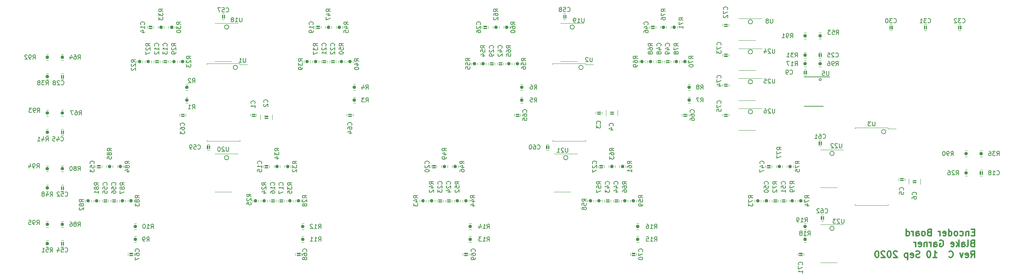
<source format=gbo>
G04 #@! TF.GenerationSoftware,KiCad,Pcbnew,(5.1.6)-1*
G04 #@! TF.CreationDate,2020-09-10T04:38:29+10:00*
G04 #@! TF.ProjectId,EncoderBoard,456e636f-6465-4724-926f-6172642e6b69,C*
G04 #@! TF.SameCoordinates,Original*
G04 #@! TF.FileFunction,Legend,Bot*
G04 #@! TF.FilePolarity,Positive*
%FSLAX46Y46*%
G04 Gerber Fmt 4.6, Leading zero omitted, Abs format (unit mm)*
G04 Created by KiCad (PCBNEW (5.1.6)-1) date 2020-09-10 04:38:29*
%MOMM*%
%LPD*%
G01*
G04 APERTURE LIST*
%ADD10C,0.300000*%
%ADD11C,0.150000*%
%ADD12C,0.120000*%
%ADD13C,0.100000*%
%ADD14C,0.400000*%
%ADD15C,0.180000*%
G04 APERTURE END LIST*
D10*
X244447857Y-73842857D02*
X243947857Y-73842857D01*
X243733571Y-74628571D02*
X244447857Y-74628571D01*
X244447857Y-73128571D01*
X243733571Y-73128571D01*
X243090714Y-73628571D02*
X243090714Y-74628571D01*
X243090714Y-73771428D02*
X243019285Y-73700000D01*
X242876428Y-73628571D01*
X242662142Y-73628571D01*
X242519285Y-73700000D01*
X242447857Y-73842857D01*
X242447857Y-74628571D01*
X241090714Y-74557142D02*
X241233571Y-74628571D01*
X241519285Y-74628571D01*
X241662142Y-74557142D01*
X241733571Y-74485714D01*
X241805000Y-74342857D01*
X241805000Y-73914285D01*
X241733571Y-73771428D01*
X241662142Y-73700000D01*
X241519285Y-73628571D01*
X241233571Y-73628571D01*
X241090714Y-73700000D01*
X240233571Y-74628571D02*
X240376428Y-74557142D01*
X240447857Y-74485714D01*
X240519285Y-74342857D01*
X240519285Y-73914285D01*
X240447857Y-73771428D01*
X240376428Y-73700000D01*
X240233571Y-73628571D01*
X240019285Y-73628571D01*
X239876428Y-73700000D01*
X239805000Y-73771428D01*
X239733571Y-73914285D01*
X239733571Y-74342857D01*
X239805000Y-74485714D01*
X239876428Y-74557142D01*
X240019285Y-74628571D01*
X240233571Y-74628571D01*
X238447857Y-74628571D02*
X238447857Y-73128571D01*
X238447857Y-74557142D02*
X238590714Y-74628571D01*
X238876428Y-74628571D01*
X239019285Y-74557142D01*
X239090714Y-74485714D01*
X239162142Y-74342857D01*
X239162142Y-73914285D01*
X239090714Y-73771428D01*
X239019285Y-73700000D01*
X238876428Y-73628571D01*
X238590714Y-73628571D01*
X238447857Y-73700000D01*
X237162142Y-74557142D02*
X237305000Y-74628571D01*
X237590714Y-74628571D01*
X237733571Y-74557142D01*
X237805000Y-74414285D01*
X237805000Y-73842857D01*
X237733571Y-73700000D01*
X237590714Y-73628571D01*
X237305000Y-73628571D01*
X237162142Y-73700000D01*
X237090714Y-73842857D01*
X237090714Y-73985714D01*
X237805000Y-74128571D01*
X236447857Y-74628571D02*
X236447857Y-73628571D01*
X236447857Y-73914285D02*
X236376428Y-73771428D01*
X236305000Y-73700000D01*
X236162142Y-73628571D01*
X236019285Y-73628571D01*
X233876428Y-73842857D02*
X233662142Y-73914285D01*
X233590714Y-73985714D01*
X233519285Y-74128571D01*
X233519285Y-74342857D01*
X233590714Y-74485714D01*
X233662142Y-74557142D01*
X233805000Y-74628571D01*
X234376428Y-74628571D01*
X234376428Y-73128571D01*
X233876428Y-73128571D01*
X233733571Y-73200000D01*
X233662142Y-73271428D01*
X233590714Y-73414285D01*
X233590714Y-73557142D01*
X233662142Y-73700000D01*
X233733571Y-73771428D01*
X233876428Y-73842857D01*
X234376428Y-73842857D01*
X232662142Y-74628571D02*
X232805000Y-74557142D01*
X232876428Y-74485714D01*
X232947857Y-74342857D01*
X232947857Y-73914285D01*
X232876428Y-73771428D01*
X232805000Y-73700000D01*
X232662142Y-73628571D01*
X232447857Y-73628571D01*
X232305000Y-73700000D01*
X232233571Y-73771428D01*
X232162142Y-73914285D01*
X232162142Y-74342857D01*
X232233571Y-74485714D01*
X232305000Y-74557142D01*
X232447857Y-74628571D01*
X232662142Y-74628571D01*
X230876428Y-74628571D02*
X230876428Y-73842857D01*
X230947857Y-73700000D01*
X231090714Y-73628571D01*
X231376428Y-73628571D01*
X231519285Y-73700000D01*
X230876428Y-74557142D02*
X231019285Y-74628571D01*
X231376428Y-74628571D01*
X231519285Y-74557142D01*
X231590714Y-74414285D01*
X231590714Y-74271428D01*
X231519285Y-74128571D01*
X231376428Y-74057142D01*
X231019285Y-74057142D01*
X230876428Y-73985714D01*
X230162142Y-74628571D02*
X230162142Y-73628571D01*
X230162142Y-73914285D02*
X230090714Y-73771428D01*
X230019285Y-73700000D01*
X229876428Y-73628571D01*
X229733571Y-73628571D01*
X228590714Y-74628571D02*
X228590714Y-73128571D01*
X228590714Y-74557142D02*
X228733571Y-74628571D01*
X229019285Y-74628571D01*
X229162142Y-74557142D01*
X229233571Y-74485714D01*
X229305000Y-74342857D01*
X229305000Y-73914285D01*
X229233571Y-73771428D01*
X229162142Y-73700000D01*
X229019285Y-73628571D01*
X228733571Y-73628571D01*
X228590714Y-73700000D01*
X243947857Y-76392857D02*
X243733571Y-76464285D01*
X243662142Y-76535714D01*
X243590714Y-76678571D01*
X243590714Y-76892857D01*
X243662142Y-77035714D01*
X243733571Y-77107142D01*
X243876428Y-77178571D01*
X244447857Y-77178571D01*
X244447857Y-75678571D01*
X243947857Y-75678571D01*
X243805000Y-75750000D01*
X243733571Y-75821428D01*
X243662142Y-75964285D01*
X243662142Y-76107142D01*
X243733571Y-76250000D01*
X243805000Y-76321428D01*
X243947857Y-76392857D01*
X244447857Y-76392857D01*
X242733571Y-77178571D02*
X242876428Y-77107142D01*
X242947857Y-76964285D01*
X242947857Y-75678571D01*
X241519285Y-77178571D02*
X241519285Y-76392857D01*
X241590714Y-76250000D01*
X241733571Y-76178571D01*
X242019285Y-76178571D01*
X242162142Y-76250000D01*
X241519285Y-77107142D02*
X241662142Y-77178571D01*
X242019285Y-77178571D01*
X242162142Y-77107142D01*
X242233571Y-76964285D01*
X242233571Y-76821428D01*
X242162142Y-76678571D01*
X242019285Y-76607142D01*
X241662142Y-76607142D01*
X241519285Y-76535714D01*
X240805000Y-77178571D02*
X240805000Y-75678571D01*
X240662142Y-76607142D02*
X240233571Y-77178571D01*
X240233571Y-76178571D02*
X240805000Y-76750000D01*
X239019285Y-77107142D02*
X239162142Y-77178571D01*
X239447857Y-77178571D01*
X239590714Y-77107142D01*
X239662142Y-76964285D01*
X239662142Y-76392857D01*
X239590714Y-76250000D01*
X239447857Y-76178571D01*
X239162142Y-76178571D01*
X239019285Y-76250000D01*
X238947857Y-76392857D01*
X238947857Y-76535714D01*
X239662142Y-76678571D01*
X236376428Y-75750000D02*
X236519285Y-75678571D01*
X236733571Y-75678571D01*
X236947857Y-75750000D01*
X237090714Y-75892857D01*
X237162142Y-76035714D01*
X237233571Y-76321428D01*
X237233571Y-76535714D01*
X237162142Y-76821428D01*
X237090714Y-76964285D01*
X236947857Y-77107142D01*
X236733571Y-77178571D01*
X236590714Y-77178571D01*
X236376428Y-77107142D01*
X236305000Y-77035714D01*
X236305000Y-76535714D01*
X236590714Y-76535714D01*
X235019285Y-77178571D02*
X235019285Y-76392857D01*
X235090714Y-76250000D01*
X235233571Y-76178571D01*
X235519285Y-76178571D01*
X235662142Y-76250000D01*
X235019285Y-77107142D02*
X235162142Y-77178571D01*
X235519285Y-77178571D01*
X235662142Y-77107142D01*
X235733571Y-76964285D01*
X235733571Y-76821428D01*
X235662142Y-76678571D01*
X235519285Y-76607142D01*
X235162142Y-76607142D01*
X235019285Y-76535714D01*
X234305000Y-77178571D02*
X234305000Y-76178571D01*
X234305000Y-76464285D02*
X234233571Y-76321428D01*
X234162142Y-76250000D01*
X234019285Y-76178571D01*
X233876428Y-76178571D01*
X233376428Y-76178571D02*
X233376428Y-77178571D01*
X233376428Y-76321428D02*
X233305000Y-76250000D01*
X233162142Y-76178571D01*
X232947857Y-76178571D01*
X232805000Y-76250000D01*
X232733571Y-76392857D01*
X232733571Y-77178571D01*
X231447857Y-77107142D02*
X231590714Y-77178571D01*
X231876428Y-77178571D01*
X232019285Y-77107142D01*
X232090714Y-76964285D01*
X232090714Y-76392857D01*
X232019285Y-76250000D01*
X231876428Y-76178571D01*
X231590714Y-76178571D01*
X231447857Y-76250000D01*
X231376428Y-76392857D01*
X231376428Y-76535714D01*
X232090714Y-76678571D01*
X230733571Y-77178571D02*
X230733571Y-76178571D01*
X230733571Y-76464285D02*
X230662142Y-76321428D01*
X230590714Y-76250000D01*
X230447857Y-76178571D01*
X230305000Y-76178571D01*
X243590714Y-79728571D02*
X244090714Y-79014285D01*
X244447857Y-79728571D02*
X244447857Y-78228571D01*
X243876428Y-78228571D01*
X243733571Y-78300000D01*
X243662142Y-78371428D01*
X243590714Y-78514285D01*
X243590714Y-78728571D01*
X243662142Y-78871428D01*
X243733571Y-78942857D01*
X243876428Y-79014285D01*
X244447857Y-79014285D01*
X242376428Y-79657142D02*
X242519285Y-79728571D01*
X242805000Y-79728571D01*
X242947857Y-79657142D01*
X243019285Y-79514285D01*
X243019285Y-78942857D01*
X242947857Y-78800000D01*
X242805000Y-78728571D01*
X242519285Y-78728571D01*
X242376428Y-78800000D01*
X242305000Y-78942857D01*
X242305000Y-79085714D01*
X243019285Y-79228571D01*
X241805000Y-78728571D02*
X241447857Y-79728571D01*
X241090714Y-78728571D01*
X238519285Y-79585714D02*
X238590714Y-79657142D01*
X238805000Y-79728571D01*
X238947857Y-79728571D01*
X239162142Y-79657142D01*
X239305000Y-79514285D01*
X239376428Y-79371428D01*
X239447857Y-79085714D01*
X239447857Y-78871428D01*
X239376428Y-78585714D01*
X239305000Y-78442857D01*
X239162142Y-78300000D01*
X238947857Y-78228571D01*
X238805000Y-78228571D01*
X238590714Y-78300000D01*
X238519285Y-78371428D01*
X234805000Y-79728571D02*
X235662142Y-79728571D01*
X235233571Y-79728571D02*
X235233571Y-78228571D01*
X235376428Y-78442857D01*
X235519285Y-78585714D01*
X235662142Y-78657142D01*
X233876428Y-78228571D02*
X233733571Y-78228571D01*
X233590714Y-78300000D01*
X233519285Y-78371428D01*
X233447857Y-78514285D01*
X233376428Y-78800000D01*
X233376428Y-79157142D01*
X233447857Y-79442857D01*
X233519285Y-79585714D01*
X233590714Y-79657142D01*
X233733571Y-79728571D01*
X233876428Y-79728571D01*
X234019285Y-79657142D01*
X234090714Y-79585714D01*
X234162142Y-79442857D01*
X234233571Y-79157142D01*
X234233571Y-78800000D01*
X234162142Y-78514285D01*
X234090714Y-78371428D01*
X234019285Y-78300000D01*
X233876428Y-78228571D01*
X231662142Y-79657142D02*
X231447857Y-79728571D01*
X231090714Y-79728571D01*
X230947857Y-79657142D01*
X230876428Y-79585714D01*
X230805000Y-79442857D01*
X230805000Y-79300000D01*
X230876428Y-79157142D01*
X230947857Y-79085714D01*
X231090714Y-79014285D01*
X231376428Y-78942857D01*
X231519285Y-78871428D01*
X231590714Y-78800000D01*
X231662142Y-78657142D01*
X231662142Y-78514285D01*
X231590714Y-78371428D01*
X231519285Y-78300000D01*
X231376428Y-78228571D01*
X231019285Y-78228571D01*
X230805000Y-78300000D01*
X229590714Y-79657142D02*
X229733571Y-79728571D01*
X230019285Y-79728571D01*
X230162142Y-79657142D01*
X230233571Y-79514285D01*
X230233571Y-78942857D01*
X230162142Y-78800000D01*
X230019285Y-78728571D01*
X229733571Y-78728571D01*
X229590714Y-78800000D01*
X229519285Y-78942857D01*
X229519285Y-79085714D01*
X230233571Y-79228571D01*
X228876428Y-78728571D02*
X228876428Y-80228571D01*
X228876428Y-78800000D02*
X228733571Y-78728571D01*
X228447857Y-78728571D01*
X228305000Y-78800000D01*
X228233571Y-78871428D01*
X228162142Y-79014285D01*
X228162142Y-79442857D01*
X228233571Y-79585714D01*
X228305000Y-79657142D01*
X228447857Y-79728571D01*
X228733571Y-79728571D01*
X228876428Y-79657142D01*
X226447857Y-78371428D02*
X226376428Y-78300000D01*
X226233571Y-78228571D01*
X225876428Y-78228571D01*
X225733571Y-78300000D01*
X225662142Y-78371428D01*
X225590714Y-78514285D01*
X225590714Y-78657142D01*
X225662142Y-78871428D01*
X226519285Y-79728571D01*
X225590714Y-79728571D01*
X224662142Y-78228571D02*
X224519285Y-78228571D01*
X224376428Y-78300000D01*
X224305000Y-78371428D01*
X224233571Y-78514285D01*
X224162142Y-78800000D01*
X224162142Y-79157142D01*
X224233571Y-79442857D01*
X224305000Y-79585714D01*
X224376428Y-79657142D01*
X224519285Y-79728571D01*
X224662142Y-79728571D01*
X224805000Y-79657142D01*
X224876428Y-79585714D01*
X224947857Y-79442857D01*
X225019285Y-79157142D01*
X225019285Y-78800000D01*
X224947857Y-78514285D01*
X224876428Y-78371428D01*
X224805000Y-78300000D01*
X224662142Y-78228571D01*
X223590714Y-78371428D02*
X223519285Y-78300000D01*
X223376428Y-78228571D01*
X223019285Y-78228571D01*
X222876428Y-78300000D01*
X222805000Y-78371428D01*
X222733571Y-78514285D01*
X222733571Y-78657142D01*
X222805000Y-78871428D01*
X223662142Y-79728571D01*
X222733571Y-79728571D01*
X221805000Y-78228571D02*
X221662142Y-78228571D01*
X221519285Y-78300000D01*
X221447857Y-78371428D01*
X221376428Y-78514285D01*
X221305000Y-78800000D01*
X221305000Y-79157142D01*
X221376428Y-79442857D01*
X221447857Y-79585714D01*
X221519285Y-79657142D01*
X221662142Y-79728571D01*
X221805000Y-79728571D01*
X221947857Y-79657142D01*
X222019285Y-79585714D01*
X222090714Y-79442857D01*
X222162142Y-79157142D01*
X222162142Y-78800000D01*
X222090714Y-78514285D01*
X222019285Y-78371428D01*
X221947857Y-78300000D01*
X221805000Y-78228571D01*
D11*
X192770000Y-38722000D02*
G75*
G03*
X192770000Y-38722000I-508000J0D01*
G01*
D12*
X191500000Y-43060000D02*
X189550000Y-43060000D01*
X191500000Y-43060000D02*
X193450000Y-43060000D01*
X191500000Y-37940000D02*
X189550000Y-37940000D01*
X191500000Y-37940000D02*
X194950000Y-37940000D01*
D13*
G36*
X230119000Y-62127000D02*
G01*
X230119000Y-62317500D01*
X230881000Y-62317500D01*
X230881000Y-62127000D01*
X230119000Y-62127000D01*
G37*
X230119000Y-62127000D02*
X230119000Y-62317500D01*
X230881000Y-62317500D01*
X230881000Y-62127000D01*
X230119000Y-62127000D01*
G36*
X230119000Y-61682500D02*
G01*
X230119000Y-61873000D01*
X230881000Y-61873000D01*
X230881000Y-61682500D01*
X230119000Y-61682500D01*
G37*
X230119000Y-61682500D02*
X230119000Y-61873000D01*
X230881000Y-61873000D01*
X230881000Y-61682500D01*
X230119000Y-61682500D01*
D12*
X231860000Y-61397936D02*
X231860000Y-62602064D01*
X229140000Y-61397936D02*
X229140000Y-62602064D01*
D13*
G36*
X76119000Y-46627000D02*
G01*
X76119000Y-46817500D01*
X76881000Y-46817500D01*
X76881000Y-46627000D01*
X76119000Y-46627000D01*
G37*
X76119000Y-46627000D02*
X76119000Y-46817500D01*
X76881000Y-46817500D01*
X76881000Y-46627000D01*
X76119000Y-46627000D01*
G36*
X76119000Y-46182500D02*
G01*
X76119000Y-46373000D01*
X76881000Y-46373000D01*
X76881000Y-46182500D01*
X76119000Y-46182500D01*
G37*
X76119000Y-46182500D02*
X76119000Y-46373000D01*
X76881000Y-46373000D01*
X76881000Y-46182500D01*
X76119000Y-46182500D01*
D12*
X77210000Y-46241422D02*
X77210000Y-46758578D01*
X75790000Y-46241422D02*
X75790000Y-46758578D01*
D13*
G36*
X79119000Y-47127000D02*
G01*
X79119000Y-47317500D01*
X79881000Y-47317500D01*
X79881000Y-47127000D01*
X79119000Y-47127000D01*
G37*
X79119000Y-47127000D02*
X79119000Y-47317500D01*
X79881000Y-47317500D01*
X79881000Y-47127000D01*
X79119000Y-47127000D01*
G36*
X79119000Y-46682500D02*
G01*
X79119000Y-46873000D01*
X79881000Y-46873000D01*
X79881000Y-46682500D01*
X79119000Y-46682500D01*
G37*
X79119000Y-46682500D02*
X79119000Y-46873000D01*
X79881000Y-46873000D01*
X79881000Y-46682500D01*
X79119000Y-46682500D01*
D12*
X80860000Y-46397936D02*
X80860000Y-47602064D01*
X78140000Y-46397936D02*
X78140000Y-47602064D01*
D13*
G36*
X156619000Y-46127000D02*
G01*
X156619000Y-46317500D01*
X157381000Y-46317500D01*
X157381000Y-46127000D01*
X156619000Y-46127000D01*
G37*
X156619000Y-46127000D02*
X156619000Y-46317500D01*
X157381000Y-46317500D01*
X157381000Y-46127000D01*
X156619000Y-46127000D01*
G36*
X156619000Y-45682500D02*
G01*
X156619000Y-45873000D01*
X157381000Y-45873000D01*
X157381000Y-45682500D01*
X156619000Y-45682500D01*
G37*
X156619000Y-45682500D02*
X156619000Y-45873000D01*
X157381000Y-45873000D01*
X157381000Y-45682500D01*
X156619000Y-45682500D01*
D12*
X157710000Y-45741422D02*
X157710000Y-46258578D01*
X156290000Y-45741422D02*
X156290000Y-46258578D01*
D13*
G36*
X159619000Y-46127000D02*
G01*
X159619000Y-46317500D01*
X160381000Y-46317500D01*
X160381000Y-46127000D01*
X159619000Y-46127000D01*
G37*
X159619000Y-46127000D02*
X159619000Y-46317500D01*
X160381000Y-46317500D01*
X160381000Y-46127000D01*
X159619000Y-46127000D01*
G36*
X159619000Y-45682500D02*
G01*
X159619000Y-45873000D01*
X160381000Y-45873000D01*
X160381000Y-45682500D01*
X159619000Y-45682500D01*
G37*
X159619000Y-45682500D02*
X159619000Y-45873000D01*
X160381000Y-45873000D01*
X160381000Y-45682500D01*
X159619000Y-45682500D01*
D12*
X161360000Y-45397936D02*
X161360000Y-46602064D01*
X158640000Y-45397936D02*
X158640000Y-46602064D01*
D13*
G36*
X227119000Y-61627000D02*
G01*
X227119000Y-61817500D01*
X227881000Y-61817500D01*
X227881000Y-61627000D01*
X227119000Y-61627000D01*
G37*
X227119000Y-61627000D02*
X227119000Y-61817500D01*
X227881000Y-61817500D01*
X227881000Y-61627000D01*
X227119000Y-61627000D01*
G36*
X227119000Y-61182500D02*
G01*
X227119000Y-61373000D01*
X227881000Y-61373000D01*
X227881000Y-61182500D01*
X227119000Y-61182500D01*
G37*
X227119000Y-61182500D02*
X227119000Y-61373000D01*
X227881000Y-61373000D01*
X227881000Y-61182500D01*
X227119000Y-61182500D01*
D12*
X228210000Y-61241422D02*
X228210000Y-61758578D01*
X226790000Y-61241422D02*
X226790000Y-61758578D01*
D13*
G36*
X205127000Y-36881000D02*
G01*
X205317500Y-36881000D01*
X205317500Y-36119000D01*
X205127000Y-36119000D01*
X205127000Y-36881000D01*
G37*
X205127000Y-36881000D02*
X205317500Y-36881000D01*
X205317500Y-36119000D01*
X205127000Y-36119000D01*
X205127000Y-36881000D01*
G36*
X204682500Y-36881000D02*
G01*
X204873000Y-36881000D01*
X204873000Y-36119000D01*
X204682500Y-36119000D01*
X204682500Y-36881000D01*
G37*
X204682500Y-36881000D02*
X204873000Y-36881000D01*
X204873000Y-36119000D01*
X204682500Y-36119000D01*
X204682500Y-36881000D01*
D12*
X204741422Y-35790000D02*
X205258578Y-35790000D01*
X204741422Y-37210000D02*
X205258578Y-37210000D01*
D13*
G36*
X53619000Y-34127000D02*
G01*
X53619000Y-34317500D01*
X54381000Y-34317500D01*
X54381000Y-34127000D01*
X53619000Y-34127000D01*
G37*
X53619000Y-34127000D02*
X53619000Y-34317500D01*
X54381000Y-34317500D01*
X54381000Y-34127000D01*
X53619000Y-34127000D01*
G36*
X53619000Y-33682500D02*
G01*
X53619000Y-33873000D01*
X54381000Y-33873000D01*
X54381000Y-33682500D01*
X53619000Y-33682500D01*
G37*
X53619000Y-33682500D02*
X53619000Y-33873000D01*
X54381000Y-33873000D01*
X54381000Y-33682500D01*
X53619000Y-33682500D01*
D12*
X54710000Y-33741422D02*
X54710000Y-34258578D01*
X53290000Y-33741422D02*
X53290000Y-34258578D01*
D13*
G36*
X55619000Y-34127000D02*
G01*
X55619000Y-34317500D01*
X56381000Y-34317500D01*
X56381000Y-34127000D01*
X55619000Y-34127000D01*
G37*
X55619000Y-34127000D02*
X55619000Y-34317500D01*
X56381000Y-34317500D01*
X56381000Y-34127000D01*
X55619000Y-34127000D01*
G36*
X55619000Y-33682500D02*
G01*
X55619000Y-33873000D01*
X56381000Y-33873000D01*
X56381000Y-33682500D01*
X55619000Y-33682500D01*
G37*
X55619000Y-33682500D02*
X55619000Y-33873000D01*
X56381000Y-33873000D01*
X56381000Y-33682500D01*
X55619000Y-33682500D01*
D12*
X56710000Y-33741422D02*
X56710000Y-34258578D01*
X55290000Y-33741422D02*
X55290000Y-34258578D01*
D13*
G36*
X224873000Y-25619000D02*
G01*
X224682500Y-25619000D01*
X224682500Y-26381000D01*
X224873000Y-26381000D01*
X224873000Y-25619000D01*
G37*
X224873000Y-25619000D02*
X224682500Y-25619000D01*
X224682500Y-26381000D01*
X224873000Y-26381000D01*
X224873000Y-25619000D01*
G36*
X225317500Y-25619000D02*
G01*
X225127000Y-25619000D01*
X225127000Y-26381000D01*
X225317500Y-26381000D01*
X225317500Y-25619000D01*
G37*
X225317500Y-25619000D02*
X225127000Y-25619000D01*
X225127000Y-26381000D01*
X225317500Y-26381000D01*
X225317500Y-25619000D01*
D12*
X225258578Y-26710000D02*
X224741422Y-26710000D01*
X225258578Y-25290000D02*
X224741422Y-25290000D01*
D13*
G36*
X232873000Y-25619000D02*
G01*
X232682500Y-25619000D01*
X232682500Y-26381000D01*
X232873000Y-26381000D01*
X232873000Y-25619000D01*
G37*
X232873000Y-25619000D02*
X232682500Y-25619000D01*
X232682500Y-26381000D01*
X232873000Y-26381000D01*
X232873000Y-25619000D01*
G36*
X233317500Y-25619000D02*
G01*
X233127000Y-25619000D01*
X233127000Y-26381000D01*
X233317500Y-26381000D01*
X233317500Y-25619000D01*
G37*
X233317500Y-25619000D02*
X233127000Y-25619000D01*
X233127000Y-26381000D01*
X233317500Y-26381000D01*
X233317500Y-25619000D01*
D12*
X233258578Y-26710000D02*
X232741422Y-26710000D01*
X233258578Y-25290000D02*
X232741422Y-25290000D01*
D13*
G36*
X240873000Y-25619000D02*
G01*
X240682500Y-25619000D01*
X240682500Y-26381000D01*
X240873000Y-26381000D01*
X240873000Y-25619000D01*
G37*
X240873000Y-25619000D02*
X240682500Y-25619000D01*
X240682500Y-26381000D01*
X240873000Y-26381000D01*
X240873000Y-25619000D01*
G36*
X241317500Y-25619000D02*
G01*
X241127000Y-25619000D01*
X241127000Y-26381000D01*
X241317500Y-26381000D01*
X241317500Y-25619000D01*
G37*
X241317500Y-25619000D02*
X241127000Y-25619000D01*
X241127000Y-26381000D01*
X241317500Y-26381000D01*
X241317500Y-25619000D01*
D12*
X241258578Y-26710000D02*
X240741422Y-26710000D01*
X241258578Y-25290000D02*
X240741422Y-25290000D01*
D14*
X61200000Y-43000000D02*
G75*
G03*
X61200000Y-43000000I-200000J0D01*
G01*
D12*
X61258578Y-43710000D02*
X60741422Y-43710000D01*
X61258578Y-42290000D02*
X60741422Y-42290000D01*
D14*
X61200000Y-40000000D02*
G75*
G03*
X61200000Y-40000000I-200000J0D01*
G01*
D12*
X61258578Y-40710000D02*
X60741422Y-40710000D01*
X61258578Y-39290000D02*
X60741422Y-39290000D01*
D14*
X100200000Y-43000000D02*
G75*
G03*
X100200000Y-43000000I-200000J0D01*
G01*
D12*
X100258578Y-43710000D02*
X99741422Y-43710000D01*
X100258578Y-42290000D02*
X99741422Y-42290000D01*
D14*
X100200000Y-40000000D02*
G75*
G03*
X100200000Y-40000000I-200000J0D01*
G01*
D12*
X100258578Y-40710000D02*
X99741422Y-40710000D01*
X100258578Y-39290000D02*
X99741422Y-39290000D01*
D14*
X139200000Y-43000000D02*
G75*
G03*
X139200000Y-43000000I-200000J0D01*
G01*
D12*
X139258578Y-43710000D02*
X138741422Y-43710000D01*
X139258578Y-42290000D02*
X138741422Y-42290000D01*
D14*
X139200000Y-40000000D02*
G75*
G03*
X139200000Y-40000000I-200000J0D01*
G01*
D12*
X139258578Y-40710000D02*
X138741422Y-40710000D01*
X139258578Y-39290000D02*
X138741422Y-39290000D01*
D14*
X178200000Y-43000000D02*
G75*
G03*
X178200000Y-43000000I-200000J0D01*
G01*
D12*
X178258578Y-43710000D02*
X177741422Y-43710000D01*
X178258578Y-42290000D02*
X177741422Y-42290000D01*
D14*
X178200000Y-40000000D02*
G75*
G03*
X178200000Y-40000000I-200000J0D01*
G01*
D12*
X178258578Y-40710000D02*
X177741422Y-40710000D01*
X178258578Y-39290000D02*
X177741422Y-39290000D01*
D14*
X49200000Y-75500000D02*
G75*
G03*
X49200000Y-75500000I-200000J0D01*
G01*
D12*
X49258578Y-76210000D02*
X48741422Y-76210000D01*
X49258578Y-74790000D02*
X48741422Y-74790000D01*
D14*
X49200000Y-72500000D02*
G75*
G03*
X49200000Y-72500000I-200000J0D01*
G01*
D12*
X49258578Y-73210000D02*
X48741422Y-73210000D01*
X49258578Y-71790000D02*
X48741422Y-71790000D01*
D14*
X88200000Y-75500000D02*
G75*
G03*
X88200000Y-75500000I-200000J0D01*
G01*
D12*
X88258578Y-76210000D02*
X87741422Y-76210000D01*
X88258578Y-74790000D02*
X87741422Y-74790000D01*
D14*
X88200000Y-72500000D02*
G75*
G03*
X88200000Y-72500000I-200000J0D01*
G01*
D12*
X88258578Y-73210000D02*
X87741422Y-73210000D01*
X88258578Y-71790000D02*
X87741422Y-71790000D01*
D14*
X127200000Y-75500000D02*
G75*
G03*
X127200000Y-75500000I-200000J0D01*
G01*
D12*
X127258578Y-76210000D02*
X126741422Y-76210000D01*
X127258578Y-74790000D02*
X126741422Y-74790000D01*
D14*
X127200000Y-72500000D02*
G75*
G03*
X127200000Y-72500000I-200000J0D01*
G01*
D12*
X127258578Y-73210000D02*
X126741422Y-73210000D01*
X127258578Y-71790000D02*
X126741422Y-71790000D01*
D14*
X166200000Y-75500000D02*
G75*
G03*
X166200000Y-75500000I-200000J0D01*
G01*
D12*
X166258578Y-76210000D02*
X165741422Y-76210000D01*
X166258578Y-74790000D02*
X165741422Y-74790000D01*
D14*
X166200000Y-72500000D02*
G75*
G03*
X166200000Y-72500000I-200000J0D01*
G01*
D12*
X166258578Y-73210000D02*
X165741422Y-73210000D01*
X166258578Y-71790000D02*
X165741422Y-71790000D01*
D14*
X205200000Y-75500000D02*
G75*
G03*
X205200000Y-75500000I-200000J0D01*
G01*
D12*
X205258578Y-76210000D02*
X204741422Y-76210000D01*
X205258578Y-74790000D02*
X204741422Y-74790000D01*
D14*
X205200000Y-72500000D02*
G75*
G03*
X205200000Y-72500000I-200000J0D01*
G01*
D12*
X205258578Y-73210000D02*
X204741422Y-73210000D01*
X205258578Y-71790000D02*
X204741422Y-71790000D01*
D14*
X50200000Y-34000000D02*
G75*
G03*
X50200000Y-34000000I-200000J0D01*
G01*
D12*
X50710000Y-33741422D02*
X50710000Y-34258578D01*
X49290000Y-33741422D02*
X49290000Y-34258578D01*
D14*
X60200000Y-34000000D02*
G75*
G03*
X60200000Y-34000000I-200000J0D01*
G01*
D12*
X60710000Y-33741422D02*
X60710000Y-34258578D01*
X59290000Y-33741422D02*
X59290000Y-34258578D01*
D14*
X242700000Y-60000000D02*
G75*
G03*
X242700000Y-60000000I-200000J0D01*
G01*
D12*
X242241422Y-59290000D02*
X242758578Y-59290000D01*
X242241422Y-60710000D02*
X242758578Y-60710000D01*
D14*
X52200000Y-34000000D02*
G75*
G03*
X52200000Y-34000000I-200000J0D01*
G01*
D12*
X51290000Y-34258578D02*
X51290000Y-33741422D01*
X52710000Y-34258578D02*
X52710000Y-33741422D01*
D14*
X58200000Y-34000000D02*
G75*
G03*
X58200000Y-34000000I-200000J0D01*
G01*
D12*
X57290000Y-34258578D02*
X57290000Y-33741422D01*
X58710000Y-34258578D02*
X58710000Y-33741422D01*
X204741422Y-33210000D02*
X205258578Y-33210000D01*
X204741422Y-31790000D02*
X205258578Y-31790000D01*
D14*
X205200000Y-32500000D02*
G75*
G03*
X205200000Y-32500000I-200000J0D01*
G01*
X28700000Y-37500000D02*
G75*
G03*
X28700000Y-37500000I-200000J0D01*
G01*
D12*
X28241422Y-36790000D02*
X28758578Y-36790000D01*
X28241422Y-38210000D02*
X28758578Y-38210000D01*
D14*
X28700000Y-50500000D02*
G75*
G03*
X28700000Y-50500000I-200000J0D01*
G01*
D12*
X28241422Y-49790000D02*
X28758578Y-49790000D01*
X28241422Y-51210000D02*
X28758578Y-51210000D01*
D14*
X28700000Y-63500000D02*
G75*
G03*
X28700000Y-63500000I-200000J0D01*
G01*
D12*
X28241422Y-62790000D02*
X28758578Y-62790000D01*
X28241422Y-64210000D02*
X28758578Y-64210000D01*
D14*
X28700000Y-76500000D02*
G75*
G03*
X28700000Y-76500000I-200000J0D01*
G01*
D12*
X28241422Y-75790000D02*
X28758578Y-75790000D01*
X28241422Y-77210000D02*
X28758578Y-77210000D01*
D11*
X72802000Y-35372000D02*
G75*
G03*
X72802000Y-35372000I-508000J0D01*
G01*
D12*
X69500000Y-52560000D02*
X65640000Y-52560000D01*
X65640000Y-52560000D02*
X65640000Y-52315000D01*
X69500000Y-52560000D02*
X73360000Y-52560000D01*
X73360000Y-52560000D02*
X73360000Y-52315000D01*
X69500000Y-34440000D02*
X65640000Y-34440000D01*
X65640000Y-34440000D02*
X65640000Y-34685000D01*
X69500000Y-34440000D02*
X73360000Y-34440000D01*
X73360000Y-34440000D02*
X73360000Y-34685000D01*
X73360000Y-34685000D02*
X75175000Y-34685000D01*
D11*
X153302000Y-35372000D02*
G75*
G03*
X153302000Y-35372000I-508000J0D01*
G01*
D12*
X150000000Y-52560000D02*
X146140000Y-52560000D01*
X146140000Y-52560000D02*
X146140000Y-52315000D01*
X150000000Y-52560000D02*
X153860000Y-52560000D01*
X153860000Y-52560000D02*
X153860000Y-52315000D01*
X150000000Y-34440000D02*
X146140000Y-34440000D01*
X146140000Y-34440000D02*
X146140000Y-34685000D01*
X150000000Y-34440000D02*
X153860000Y-34440000D01*
X153860000Y-34440000D02*
X153860000Y-34685000D01*
X153860000Y-34685000D02*
X155675000Y-34685000D01*
D11*
X223802000Y-50372000D02*
G75*
G03*
X223802000Y-50372000I-508000J0D01*
G01*
D12*
X220500000Y-67560000D02*
X216640000Y-67560000D01*
X216640000Y-67560000D02*
X216640000Y-67315000D01*
X220500000Y-67560000D02*
X224360000Y-67560000D01*
X224360000Y-67560000D02*
X224360000Y-67315000D01*
X220500000Y-49440000D02*
X216640000Y-49440000D01*
X216640000Y-49440000D02*
X216640000Y-49685000D01*
X220500000Y-49440000D02*
X224360000Y-49440000D01*
X224360000Y-49440000D02*
X224360000Y-49685000D01*
X224360000Y-49685000D02*
X226175000Y-49685000D01*
D11*
X192770000Y-24722000D02*
G75*
G03*
X192770000Y-24722000I-508000J0D01*
G01*
D12*
X191500000Y-29060000D02*
X189550000Y-29060000D01*
X191500000Y-29060000D02*
X193450000Y-29060000D01*
X191500000Y-23940000D02*
X189550000Y-23940000D01*
X191500000Y-23940000D02*
X194950000Y-23940000D01*
D13*
G36*
X52881000Y-25873000D02*
G01*
X52881000Y-25682500D01*
X52119000Y-25682500D01*
X52119000Y-25873000D01*
X52881000Y-25873000D01*
G37*
X52881000Y-25873000D02*
X52881000Y-25682500D01*
X52119000Y-25682500D01*
X52119000Y-25873000D01*
X52881000Y-25873000D01*
G36*
X52881000Y-26317500D02*
G01*
X52881000Y-26127000D01*
X52119000Y-26127000D01*
X52119000Y-26317500D01*
X52881000Y-26317500D01*
G37*
X52881000Y-26317500D02*
X52881000Y-26127000D01*
X52119000Y-26127000D01*
X52119000Y-26317500D01*
X52881000Y-26317500D01*
D12*
X51790000Y-26258578D02*
X51790000Y-25741422D01*
X53210000Y-26258578D02*
X53210000Y-25741422D01*
D13*
G36*
X79881000Y-58373000D02*
G01*
X79881000Y-58182500D01*
X79119000Y-58182500D01*
X79119000Y-58373000D01*
X79881000Y-58373000D01*
G37*
X79881000Y-58373000D02*
X79881000Y-58182500D01*
X79119000Y-58182500D01*
X79119000Y-58373000D01*
X79881000Y-58373000D01*
G36*
X79881000Y-58817500D02*
G01*
X79881000Y-58627000D01*
X79119000Y-58627000D01*
X79119000Y-58817500D01*
X79881000Y-58817500D01*
G37*
X79881000Y-58817500D02*
X79881000Y-58627000D01*
X79119000Y-58627000D01*
X79119000Y-58817500D01*
X79881000Y-58817500D01*
D12*
X78790000Y-58758578D02*
X78790000Y-58241422D01*
X80210000Y-58758578D02*
X80210000Y-58241422D01*
D13*
G36*
X80619000Y-66627000D02*
G01*
X80619000Y-66817500D01*
X81381000Y-66817500D01*
X81381000Y-66627000D01*
X80619000Y-66627000D01*
G37*
X80619000Y-66627000D02*
X80619000Y-66817500D01*
X81381000Y-66817500D01*
X81381000Y-66627000D01*
X80619000Y-66627000D01*
G36*
X80619000Y-66182500D02*
G01*
X80619000Y-66373000D01*
X81381000Y-66373000D01*
X81381000Y-66182500D01*
X80619000Y-66182500D01*
G37*
X80619000Y-66182500D02*
X80619000Y-66373000D01*
X81381000Y-66373000D01*
X81381000Y-66182500D01*
X80619000Y-66182500D01*
D12*
X81710000Y-66241422D02*
X81710000Y-66758578D01*
X80290000Y-66241422D02*
X80290000Y-66758578D01*
D13*
G36*
X82619000Y-66627000D02*
G01*
X82619000Y-66817500D01*
X83381000Y-66817500D01*
X83381000Y-66627000D01*
X82619000Y-66627000D01*
G37*
X82619000Y-66627000D02*
X82619000Y-66817500D01*
X83381000Y-66817500D01*
X83381000Y-66627000D01*
X82619000Y-66627000D01*
G36*
X82619000Y-66182500D02*
G01*
X82619000Y-66373000D01*
X83381000Y-66373000D01*
X83381000Y-66182500D01*
X82619000Y-66182500D01*
G37*
X82619000Y-66182500D02*
X82619000Y-66373000D01*
X83381000Y-66373000D01*
X83381000Y-66182500D01*
X82619000Y-66182500D01*
D12*
X83710000Y-66241422D02*
X83710000Y-66758578D01*
X82290000Y-66241422D02*
X82290000Y-66758578D01*
D13*
G36*
X245873000Y-59619000D02*
G01*
X245682500Y-59619000D01*
X245682500Y-60381000D01*
X245873000Y-60381000D01*
X245873000Y-59619000D01*
G37*
X245873000Y-59619000D02*
X245682500Y-59619000D01*
X245682500Y-60381000D01*
X245873000Y-60381000D01*
X245873000Y-59619000D01*
G36*
X246317500Y-59619000D02*
G01*
X246127000Y-59619000D01*
X246127000Y-60381000D01*
X246317500Y-60381000D01*
X246317500Y-59619000D01*
G37*
X246317500Y-59619000D02*
X246127000Y-59619000D01*
X246127000Y-60381000D01*
X246317500Y-60381000D01*
X246317500Y-59619000D01*
D12*
X246258578Y-60710000D02*
X245741422Y-60710000D01*
X246258578Y-59290000D02*
X245741422Y-59290000D01*
D13*
G36*
X91881000Y-25873000D02*
G01*
X91881000Y-25682500D01*
X91119000Y-25682500D01*
X91119000Y-25873000D01*
X91881000Y-25873000D01*
G37*
X91881000Y-25873000D02*
X91881000Y-25682500D01*
X91119000Y-25682500D01*
X91119000Y-25873000D01*
X91881000Y-25873000D01*
G36*
X91881000Y-26317500D02*
G01*
X91881000Y-26127000D01*
X91119000Y-26127000D01*
X91119000Y-26317500D01*
X91881000Y-26317500D01*
G37*
X91881000Y-26317500D02*
X91881000Y-26127000D01*
X91119000Y-26127000D01*
X91119000Y-26317500D01*
X91881000Y-26317500D01*
D12*
X90790000Y-26258578D02*
X90790000Y-25741422D01*
X92210000Y-26258578D02*
X92210000Y-25741422D01*
D13*
G36*
X118881000Y-58373000D02*
G01*
X118881000Y-58182500D01*
X118119000Y-58182500D01*
X118119000Y-58373000D01*
X118881000Y-58373000D01*
G37*
X118881000Y-58373000D02*
X118881000Y-58182500D01*
X118119000Y-58182500D01*
X118119000Y-58373000D01*
X118881000Y-58373000D01*
G36*
X118881000Y-58817500D02*
G01*
X118881000Y-58627000D01*
X118119000Y-58627000D01*
X118119000Y-58817500D01*
X118881000Y-58817500D01*
G37*
X118881000Y-58817500D02*
X118881000Y-58627000D01*
X118119000Y-58627000D01*
X118119000Y-58817500D01*
X118881000Y-58817500D01*
D12*
X117790000Y-58758578D02*
X117790000Y-58241422D01*
X119210000Y-58758578D02*
X119210000Y-58241422D01*
D13*
G36*
X92619000Y-34127000D02*
G01*
X92619000Y-34317500D01*
X93381000Y-34317500D01*
X93381000Y-34127000D01*
X92619000Y-34127000D01*
G37*
X92619000Y-34127000D02*
X92619000Y-34317500D01*
X93381000Y-34317500D01*
X93381000Y-34127000D01*
X92619000Y-34127000D01*
G36*
X92619000Y-33682500D02*
G01*
X92619000Y-33873000D01*
X93381000Y-33873000D01*
X93381000Y-33682500D01*
X92619000Y-33682500D01*
G37*
X92619000Y-33682500D02*
X92619000Y-33873000D01*
X93381000Y-33873000D01*
X93381000Y-33682500D01*
X92619000Y-33682500D01*
D12*
X93710000Y-33741422D02*
X93710000Y-34258578D01*
X92290000Y-33741422D02*
X92290000Y-34258578D01*
D13*
G36*
X94619000Y-34127000D02*
G01*
X94619000Y-34317500D01*
X95381000Y-34317500D01*
X95381000Y-34127000D01*
X94619000Y-34127000D01*
G37*
X94619000Y-34127000D02*
X94619000Y-34317500D01*
X95381000Y-34317500D01*
X95381000Y-34127000D01*
X94619000Y-34127000D01*
G36*
X94619000Y-33682500D02*
G01*
X94619000Y-33873000D01*
X95381000Y-33873000D01*
X95381000Y-33682500D01*
X94619000Y-33682500D01*
G37*
X94619000Y-33682500D02*
X94619000Y-33873000D01*
X95381000Y-33873000D01*
X95381000Y-33682500D01*
X94619000Y-33682500D01*
D12*
X95710000Y-33741422D02*
X95710000Y-34258578D01*
X94290000Y-33741422D02*
X94290000Y-34258578D01*
D13*
G36*
X119619000Y-66627000D02*
G01*
X119619000Y-66817500D01*
X120381000Y-66817500D01*
X120381000Y-66627000D01*
X119619000Y-66627000D01*
G37*
X119619000Y-66627000D02*
X119619000Y-66817500D01*
X120381000Y-66817500D01*
X120381000Y-66627000D01*
X119619000Y-66627000D01*
G36*
X119619000Y-66182500D02*
G01*
X119619000Y-66373000D01*
X120381000Y-66373000D01*
X120381000Y-66182500D01*
X119619000Y-66182500D01*
G37*
X119619000Y-66182500D02*
X119619000Y-66373000D01*
X120381000Y-66373000D01*
X120381000Y-66182500D01*
X119619000Y-66182500D01*
D12*
X120710000Y-66241422D02*
X120710000Y-66758578D01*
X119290000Y-66241422D02*
X119290000Y-66758578D01*
D13*
G36*
X121619000Y-66627000D02*
G01*
X121619000Y-66817500D01*
X122381000Y-66817500D01*
X122381000Y-66627000D01*
X121619000Y-66627000D01*
G37*
X121619000Y-66627000D02*
X121619000Y-66817500D01*
X122381000Y-66817500D01*
X122381000Y-66627000D01*
X121619000Y-66627000D01*
G36*
X121619000Y-66182500D02*
G01*
X121619000Y-66373000D01*
X122381000Y-66373000D01*
X122381000Y-66182500D01*
X121619000Y-66182500D01*
G37*
X121619000Y-66182500D02*
X121619000Y-66373000D01*
X122381000Y-66373000D01*
X122381000Y-66182500D01*
X121619000Y-66182500D01*
D12*
X122710000Y-66241422D02*
X122710000Y-66758578D01*
X121290000Y-66241422D02*
X121290000Y-66758578D01*
X208758578Y-31790000D02*
X208241422Y-31790000D01*
X208758578Y-33210000D02*
X208241422Y-33210000D01*
D13*
G36*
X208817500Y-32119000D02*
G01*
X208627000Y-32119000D01*
X208627000Y-32881000D01*
X208817500Y-32881000D01*
X208817500Y-32119000D01*
G37*
X208817500Y-32119000D02*
X208627000Y-32119000D01*
X208627000Y-32881000D01*
X208817500Y-32881000D01*
X208817500Y-32119000D01*
G36*
X208373000Y-32119000D02*
G01*
X208182500Y-32119000D01*
X208182500Y-32881000D01*
X208373000Y-32881000D01*
X208373000Y-32119000D01*
G37*
X208373000Y-32119000D02*
X208182500Y-32119000D01*
X208182500Y-32881000D01*
X208373000Y-32881000D01*
X208373000Y-32119000D01*
G36*
X130881000Y-25873000D02*
G01*
X130881000Y-25682500D01*
X130119000Y-25682500D01*
X130119000Y-25873000D01*
X130881000Y-25873000D01*
G37*
X130881000Y-25873000D02*
X130881000Y-25682500D01*
X130119000Y-25682500D01*
X130119000Y-25873000D01*
X130881000Y-25873000D01*
G36*
X130881000Y-26317500D02*
G01*
X130881000Y-26127000D01*
X130119000Y-26127000D01*
X130119000Y-26317500D01*
X130881000Y-26317500D01*
G37*
X130881000Y-26317500D02*
X130881000Y-26127000D01*
X130119000Y-26127000D01*
X130119000Y-26317500D01*
X130881000Y-26317500D01*
D12*
X129790000Y-26258578D02*
X129790000Y-25741422D01*
X131210000Y-26258578D02*
X131210000Y-25741422D01*
D13*
G36*
X157881000Y-58373000D02*
G01*
X157881000Y-58182500D01*
X157119000Y-58182500D01*
X157119000Y-58373000D01*
X157881000Y-58373000D01*
G37*
X157881000Y-58373000D02*
X157881000Y-58182500D01*
X157119000Y-58182500D01*
X157119000Y-58373000D01*
X157881000Y-58373000D01*
G36*
X157881000Y-58817500D02*
G01*
X157881000Y-58627000D01*
X157119000Y-58627000D01*
X157119000Y-58817500D01*
X157881000Y-58817500D01*
G37*
X157881000Y-58817500D02*
X157881000Y-58627000D01*
X157119000Y-58627000D01*
X157119000Y-58817500D01*
X157881000Y-58817500D01*
D12*
X156790000Y-58758578D02*
X156790000Y-58241422D01*
X158210000Y-58758578D02*
X158210000Y-58241422D01*
D13*
G36*
X31873000Y-37119000D02*
G01*
X31682500Y-37119000D01*
X31682500Y-37881000D01*
X31873000Y-37881000D01*
X31873000Y-37119000D01*
G37*
X31873000Y-37119000D02*
X31682500Y-37119000D01*
X31682500Y-37881000D01*
X31873000Y-37881000D01*
X31873000Y-37119000D01*
G36*
X32317500Y-37119000D02*
G01*
X32127000Y-37119000D01*
X32127000Y-37881000D01*
X32317500Y-37881000D01*
X32317500Y-37119000D01*
G37*
X32317500Y-37119000D02*
X32127000Y-37119000D01*
X32127000Y-37881000D01*
X32317500Y-37881000D01*
X32317500Y-37119000D01*
D12*
X32258578Y-38210000D02*
X31741422Y-38210000D01*
X32258578Y-36790000D02*
X31741422Y-36790000D01*
D13*
G36*
X131619000Y-34627000D02*
G01*
X131619000Y-34817500D01*
X132381000Y-34817500D01*
X132381000Y-34627000D01*
X131619000Y-34627000D01*
G37*
X131619000Y-34627000D02*
X131619000Y-34817500D01*
X132381000Y-34817500D01*
X132381000Y-34627000D01*
X131619000Y-34627000D01*
G36*
X131619000Y-34182500D02*
G01*
X131619000Y-34373000D01*
X132381000Y-34373000D01*
X132381000Y-34182500D01*
X131619000Y-34182500D01*
G37*
X131619000Y-34182500D02*
X131619000Y-34373000D01*
X132381000Y-34373000D01*
X132381000Y-34182500D01*
X131619000Y-34182500D01*
D12*
X132710000Y-34241422D02*
X132710000Y-34758578D01*
X131290000Y-34241422D02*
X131290000Y-34758578D01*
D13*
G36*
X133619000Y-34627000D02*
G01*
X133619000Y-34817500D01*
X134381000Y-34817500D01*
X134381000Y-34627000D01*
X133619000Y-34627000D01*
G37*
X133619000Y-34627000D02*
X133619000Y-34817500D01*
X134381000Y-34817500D01*
X134381000Y-34627000D01*
X133619000Y-34627000D01*
G36*
X133619000Y-34182500D02*
G01*
X133619000Y-34373000D01*
X134381000Y-34373000D01*
X134381000Y-34182500D01*
X133619000Y-34182500D01*
G37*
X133619000Y-34182500D02*
X133619000Y-34373000D01*
X134381000Y-34373000D01*
X134381000Y-34182500D01*
X133619000Y-34182500D01*
D12*
X134710000Y-34241422D02*
X134710000Y-34758578D01*
X133290000Y-34241422D02*
X133290000Y-34758578D01*
D13*
G36*
X158619000Y-66627000D02*
G01*
X158619000Y-66817500D01*
X159381000Y-66817500D01*
X159381000Y-66627000D01*
X158619000Y-66627000D01*
G37*
X158619000Y-66627000D02*
X158619000Y-66817500D01*
X159381000Y-66817500D01*
X159381000Y-66627000D01*
X158619000Y-66627000D01*
G36*
X158619000Y-66182500D02*
G01*
X158619000Y-66373000D01*
X159381000Y-66373000D01*
X159381000Y-66182500D01*
X158619000Y-66182500D01*
G37*
X158619000Y-66182500D02*
X158619000Y-66373000D01*
X159381000Y-66373000D01*
X159381000Y-66182500D01*
X158619000Y-66182500D01*
D12*
X159710000Y-66241422D02*
X159710000Y-66758578D01*
X158290000Y-66241422D02*
X158290000Y-66758578D01*
D13*
G36*
X160619000Y-66627000D02*
G01*
X160619000Y-66817500D01*
X161381000Y-66817500D01*
X161381000Y-66627000D01*
X160619000Y-66627000D01*
G37*
X160619000Y-66627000D02*
X160619000Y-66817500D01*
X161381000Y-66817500D01*
X161381000Y-66627000D01*
X160619000Y-66627000D01*
G36*
X160619000Y-66182500D02*
G01*
X160619000Y-66373000D01*
X161381000Y-66373000D01*
X161381000Y-66182500D01*
X160619000Y-66182500D01*
G37*
X160619000Y-66182500D02*
X160619000Y-66373000D01*
X161381000Y-66373000D01*
X161381000Y-66182500D01*
X160619000Y-66182500D01*
D12*
X161710000Y-66241422D02*
X161710000Y-66758578D01*
X160290000Y-66241422D02*
X160290000Y-66758578D01*
D13*
G36*
X31873000Y-50119000D02*
G01*
X31682500Y-50119000D01*
X31682500Y-50881000D01*
X31873000Y-50881000D01*
X31873000Y-50119000D01*
G37*
X31873000Y-50119000D02*
X31682500Y-50119000D01*
X31682500Y-50881000D01*
X31873000Y-50881000D01*
X31873000Y-50119000D01*
G36*
X32317500Y-50119000D02*
G01*
X32127000Y-50119000D01*
X32127000Y-50881000D01*
X32317500Y-50881000D01*
X32317500Y-50119000D01*
G37*
X32317500Y-50119000D02*
X32127000Y-50119000D01*
X32127000Y-50881000D01*
X32317500Y-50881000D01*
X32317500Y-50119000D01*
D12*
X32258578Y-51210000D02*
X31741422Y-51210000D01*
X32258578Y-49790000D02*
X31741422Y-49790000D01*
D13*
G36*
X169881000Y-25873000D02*
G01*
X169881000Y-25682500D01*
X169119000Y-25682500D01*
X169119000Y-25873000D01*
X169881000Y-25873000D01*
G37*
X169881000Y-25873000D02*
X169881000Y-25682500D01*
X169119000Y-25682500D01*
X169119000Y-25873000D01*
X169881000Y-25873000D01*
G36*
X169881000Y-26317500D02*
G01*
X169881000Y-26127000D01*
X169119000Y-26127000D01*
X169119000Y-26317500D01*
X169881000Y-26317500D01*
G37*
X169881000Y-26317500D02*
X169881000Y-26127000D01*
X169119000Y-26127000D01*
X169119000Y-26317500D01*
X169881000Y-26317500D01*
D12*
X168790000Y-26258578D02*
X168790000Y-25741422D01*
X170210000Y-26258578D02*
X170210000Y-25741422D01*
D13*
G36*
X196881000Y-58373000D02*
G01*
X196881000Y-58182500D01*
X196119000Y-58182500D01*
X196119000Y-58373000D01*
X196881000Y-58373000D01*
G37*
X196881000Y-58373000D02*
X196881000Y-58182500D01*
X196119000Y-58182500D01*
X196119000Y-58373000D01*
X196881000Y-58373000D01*
G36*
X196881000Y-58817500D02*
G01*
X196881000Y-58627000D01*
X196119000Y-58627000D01*
X196119000Y-58817500D01*
X196881000Y-58817500D01*
G37*
X196881000Y-58817500D02*
X196881000Y-58627000D01*
X196119000Y-58627000D01*
X196119000Y-58817500D01*
X196881000Y-58817500D01*
D12*
X195790000Y-58758578D02*
X195790000Y-58241422D01*
X197210000Y-58758578D02*
X197210000Y-58241422D01*
D13*
G36*
X170619000Y-34127000D02*
G01*
X170619000Y-34317500D01*
X171381000Y-34317500D01*
X171381000Y-34127000D01*
X170619000Y-34127000D01*
G37*
X170619000Y-34127000D02*
X170619000Y-34317500D01*
X171381000Y-34317500D01*
X171381000Y-34127000D01*
X170619000Y-34127000D01*
G36*
X170619000Y-33682500D02*
G01*
X170619000Y-33873000D01*
X171381000Y-33873000D01*
X171381000Y-33682500D01*
X170619000Y-33682500D01*
G37*
X170619000Y-33682500D02*
X170619000Y-33873000D01*
X171381000Y-33873000D01*
X171381000Y-33682500D01*
X170619000Y-33682500D01*
D12*
X171710000Y-33741422D02*
X171710000Y-34258578D01*
X170290000Y-33741422D02*
X170290000Y-34258578D01*
D13*
G36*
X172619000Y-34127000D02*
G01*
X172619000Y-34317500D01*
X173381000Y-34317500D01*
X173381000Y-34127000D01*
X172619000Y-34127000D01*
G37*
X172619000Y-34127000D02*
X172619000Y-34317500D01*
X173381000Y-34317500D01*
X173381000Y-34127000D01*
X172619000Y-34127000D01*
G36*
X172619000Y-33682500D02*
G01*
X172619000Y-33873000D01*
X173381000Y-33873000D01*
X173381000Y-33682500D01*
X172619000Y-33682500D01*
G37*
X172619000Y-33682500D02*
X172619000Y-33873000D01*
X173381000Y-33873000D01*
X173381000Y-33682500D01*
X172619000Y-33682500D01*
D12*
X173710000Y-33741422D02*
X173710000Y-34258578D01*
X172290000Y-33741422D02*
X172290000Y-34258578D01*
D13*
G36*
X197619000Y-66627000D02*
G01*
X197619000Y-66817500D01*
X198381000Y-66817500D01*
X198381000Y-66627000D01*
X197619000Y-66627000D01*
G37*
X197619000Y-66627000D02*
X197619000Y-66817500D01*
X198381000Y-66817500D01*
X198381000Y-66627000D01*
X197619000Y-66627000D01*
G36*
X197619000Y-66182500D02*
G01*
X197619000Y-66373000D01*
X198381000Y-66373000D01*
X198381000Y-66182500D01*
X197619000Y-66182500D01*
G37*
X197619000Y-66182500D02*
X197619000Y-66373000D01*
X198381000Y-66373000D01*
X198381000Y-66182500D01*
X197619000Y-66182500D01*
D12*
X198710000Y-66241422D02*
X198710000Y-66758578D01*
X197290000Y-66241422D02*
X197290000Y-66758578D01*
D13*
G36*
X199619000Y-66627000D02*
G01*
X199619000Y-66817500D01*
X200381000Y-66817500D01*
X200381000Y-66627000D01*
X199619000Y-66627000D01*
G37*
X199619000Y-66627000D02*
X199619000Y-66817500D01*
X200381000Y-66817500D01*
X200381000Y-66627000D01*
X199619000Y-66627000D01*
G36*
X199619000Y-66182500D02*
G01*
X199619000Y-66373000D01*
X200381000Y-66373000D01*
X200381000Y-66182500D01*
X199619000Y-66182500D01*
G37*
X199619000Y-66182500D02*
X199619000Y-66373000D01*
X200381000Y-66373000D01*
X200381000Y-66182500D01*
X199619000Y-66182500D01*
D12*
X200710000Y-66241422D02*
X200710000Y-66758578D01*
X199290000Y-66241422D02*
X199290000Y-66758578D01*
D13*
G36*
X31873000Y-63119000D02*
G01*
X31682500Y-63119000D01*
X31682500Y-63881000D01*
X31873000Y-63881000D01*
X31873000Y-63119000D01*
G37*
X31873000Y-63119000D02*
X31682500Y-63119000D01*
X31682500Y-63881000D01*
X31873000Y-63881000D01*
X31873000Y-63119000D01*
G36*
X32317500Y-63119000D02*
G01*
X32127000Y-63119000D01*
X32127000Y-63881000D01*
X32317500Y-63881000D01*
X32317500Y-63119000D01*
G37*
X32317500Y-63119000D02*
X32127000Y-63119000D01*
X32127000Y-63881000D01*
X32317500Y-63881000D01*
X32317500Y-63119000D01*
D12*
X32258578Y-64210000D02*
X31741422Y-64210000D01*
X32258578Y-62790000D02*
X31741422Y-62790000D01*
D13*
G36*
X40881000Y-58373000D02*
G01*
X40881000Y-58182500D01*
X40119000Y-58182500D01*
X40119000Y-58373000D01*
X40881000Y-58373000D01*
G37*
X40881000Y-58373000D02*
X40881000Y-58182500D01*
X40119000Y-58182500D01*
X40119000Y-58373000D01*
X40881000Y-58373000D01*
G36*
X40881000Y-58817500D02*
G01*
X40881000Y-58627000D01*
X40119000Y-58627000D01*
X40119000Y-58817500D01*
X40881000Y-58817500D01*
G37*
X40881000Y-58817500D02*
X40881000Y-58627000D01*
X40119000Y-58627000D01*
X40119000Y-58817500D01*
X40881000Y-58817500D01*
D12*
X39790000Y-58758578D02*
X39790000Y-58241422D01*
X41210000Y-58758578D02*
X41210000Y-58241422D01*
D13*
G36*
X31873000Y-76119000D02*
G01*
X31682500Y-76119000D01*
X31682500Y-76881000D01*
X31873000Y-76881000D01*
X31873000Y-76119000D01*
G37*
X31873000Y-76119000D02*
X31682500Y-76119000D01*
X31682500Y-76881000D01*
X31873000Y-76881000D01*
X31873000Y-76119000D01*
G36*
X32317500Y-76119000D02*
G01*
X32127000Y-76119000D01*
X32127000Y-76881000D01*
X32317500Y-76881000D01*
X32317500Y-76119000D01*
G37*
X32317500Y-76119000D02*
X32127000Y-76119000D01*
X32127000Y-76881000D01*
X32317500Y-76881000D01*
X32317500Y-76119000D01*
D12*
X32258578Y-77210000D02*
X31741422Y-77210000D01*
X32258578Y-75790000D02*
X31741422Y-75790000D01*
D13*
G36*
X41619000Y-66627000D02*
G01*
X41619000Y-66817500D01*
X42381000Y-66817500D01*
X42381000Y-66627000D01*
X41619000Y-66627000D01*
G37*
X41619000Y-66627000D02*
X41619000Y-66817500D01*
X42381000Y-66817500D01*
X42381000Y-66627000D01*
X41619000Y-66627000D01*
G36*
X41619000Y-66182500D02*
G01*
X41619000Y-66373000D01*
X42381000Y-66373000D01*
X42381000Y-66182500D01*
X41619000Y-66182500D01*
G37*
X41619000Y-66182500D02*
X41619000Y-66373000D01*
X42381000Y-66373000D01*
X42381000Y-66182500D01*
X41619000Y-66182500D01*
D12*
X42710000Y-66241422D02*
X42710000Y-66758578D01*
X41290000Y-66241422D02*
X41290000Y-66758578D01*
D13*
G36*
X43619000Y-66627000D02*
G01*
X43619000Y-66817500D01*
X44381000Y-66817500D01*
X44381000Y-66627000D01*
X43619000Y-66627000D01*
G37*
X43619000Y-66627000D02*
X43619000Y-66817500D01*
X44381000Y-66817500D01*
X44381000Y-66627000D01*
X43619000Y-66627000D01*
G36*
X43619000Y-66182500D02*
G01*
X43619000Y-66373000D01*
X44381000Y-66373000D01*
X44381000Y-66182500D01*
X43619000Y-66182500D01*
G37*
X43619000Y-66182500D02*
X43619000Y-66373000D01*
X44381000Y-66373000D01*
X44381000Y-66182500D01*
X43619000Y-66182500D01*
D12*
X44710000Y-66241422D02*
X44710000Y-66758578D01*
X43290000Y-66241422D02*
X43290000Y-66758578D01*
D13*
G36*
X69627000Y-23881000D02*
G01*
X69817500Y-23881000D01*
X69817500Y-23119000D01*
X69627000Y-23119000D01*
X69627000Y-23881000D01*
G37*
X69627000Y-23881000D02*
X69817500Y-23881000D01*
X69817500Y-23119000D01*
X69627000Y-23119000D01*
X69627000Y-23881000D01*
G36*
X69182500Y-23881000D02*
G01*
X69373000Y-23881000D01*
X69373000Y-23119000D01*
X69182500Y-23119000D01*
X69182500Y-23881000D01*
G37*
X69182500Y-23881000D02*
X69373000Y-23881000D01*
X69373000Y-23119000D01*
X69182500Y-23119000D01*
X69182500Y-23881000D01*
D12*
X69241422Y-22790000D02*
X69758578Y-22790000D01*
X69241422Y-24210000D02*
X69758578Y-24210000D01*
D13*
G36*
X149127000Y-23881000D02*
G01*
X149317500Y-23881000D01*
X149317500Y-23119000D01*
X149127000Y-23119000D01*
X149127000Y-23881000D01*
G37*
X149127000Y-23881000D02*
X149317500Y-23881000D01*
X149317500Y-23119000D01*
X149127000Y-23119000D01*
X149127000Y-23881000D01*
G36*
X148682500Y-23881000D02*
G01*
X148873000Y-23881000D01*
X148873000Y-23119000D01*
X148682500Y-23119000D01*
X148682500Y-23881000D01*
G37*
X148682500Y-23881000D02*
X148873000Y-23881000D01*
X148873000Y-23119000D01*
X148682500Y-23119000D01*
X148682500Y-23881000D01*
D12*
X148741422Y-22790000D02*
X149258578Y-22790000D01*
X148741422Y-24210000D02*
X149258578Y-24210000D01*
D13*
G36*
X65873000Y-53619000D02*
G01*
X65682500Y-53619000D01*
X65682500Y-54381000D01*
X65873000Y-54381000D01*
X65873000Y-53619000D01*
G37*
X65873000Y-53619000D02*
X65682500Y-53619000D01*
X65682500Y-54381000D01*
X65873000Y-54381000D01*
X65873000Y-53619000D01*
G36*
X66317500Y-53619000D02*
G01*
X66127000Y-53619000D01*
X66127000Y-54381000D01*
X66317500Y-54381000D01*
X66317500Y-53619000D01*
G37*
X66317500Y-53619000D02*
X66127000Y-53619000D01*
X66127000Y-54381000D01*
X66317500Y-54381000D01*
X66317500Y-53619000D01*
D12*
X66258578Y-54710000D02*
X65741422Y-54710000D01*
X66258578Y-53290000D02*
X65741422Y-53290000D01*
D13*
G36*
X144873000Y-53619000D02*
G01*
X144682500Y-53619000D01*
X144682500Y-54381000D01*
X144873000Y-54381000D01*
X144873000Y-53619000D01*
G37*
X144873000Y-53619000D02*
X144682500Y-53619000D01*
X144682500Y-54381000D01*
X144873000Y-54381000D01*
X144873000Y-53619000D01*
G36*
X145317500Y-53619000D02*
G01*
X145127000Y-53619000D01*
X145127000Y-54381000D01*
X145317500Y-54381000D01*
X145317500Y-53619000D01*
G37*
X145317500Y-53619000D02*
X145127000Y-53619000D01*
X145127000Y-54381000D01*
X145317500Y-54381000D01*
X145317500Y-53619000D01*
D12*
X145258578Y-54710000D02*
X144741422Y-54710000D01*
X145258578Y-53290000D02*
X144741422Y-53290000D01*
D13*
G36*
X208627000Y-53381000D02*
G01*
X208817500Y-53381000D01*
X208817500Y-52619000D01*
X208627000Y-52619000D01*
X208627000Y-53381000D01*
G37*
X208627000Y-53381000D02*
X208817500Y-53381000D01*
X208817500Y-52619000D01*
X208627000Y-52619000D01*
X208627000Y-53381000D01*
G36*
X208182500Y-53381000D02*
G01*
X208373000Y-53381000D01*
X208373000Y-52619000D01*
X208182500Y-52619000D01*
X208182500Y-53381000D01*
G37*
X208182500Y-53381000D02*
X208373000Y-53381000D01*
X208373000Y-52619000D01*
X208182500Y-52619000D01*
X208182500Y-53381000D01*
D12*
X208241422Y-52290000D02*
X208758578Y-52290000D01*
X208241422Y-53710000D02*
X208758578Y-53710000D01*
D13*
G36*
X209127000Y-70881000D02*
G01*
X209317500Y-70881000D01*
X209317500Y-70119000D01*
X209127000Y-70119000D01*
X209127000Y-70881000D01*
G37*
X209127000Y-70881000D02*
X209317500Y-70881000D01*
X209317500Y-70119000D01*
X209127000Y-70119000D01*
X209127000Y-70881000D01*
G36*
X208682500Y-70881000D02*
G01*
X208873000Y-70881000D01*
X208873000Y-70119000D01*
X208682500Y-70119000D01*
X208682500Y-70881000D01*
G37*
X208682500Y-70881000D02*
X208873000Y-70881000D01*
X208873000Y-70119000D01*
X208682500Y-70119000D01*
X208682500Y-70881000D01*
D12*
X208741422Y-69790000D02*
X209258578Y-69790000D01*
X208741422Y-71210000D02*
X209258578Y-71210000D01*
D14*
X79200000Y-66500000D02*
G75*
G03*
X79200000Y-66500000I-200000J0D01*
G01*
D12*
X78290000Y-66758578D02*
X78290000Y-66241422D01*
X79710000Y-66758578D02*
X79710000Y-66241422D01*
D14*
X77200000Y-66500000D02*
G75*
G03*
X77200000Y-66500000I-200000J0D01*
G01*
D12*
X77710000Y-66241422D02*
X77710000Y-66758578D01*
X76290000Y-66241422D02*
X76290000Y-66758578D01*
D14*
X87200000Y-66500000D02*
G75*
G03*
X87200000Y-66500000I-200000J0D01*
G01*
D12*
X87710000Y-66241422D02*
X87710000Y-66758578D01*
X86290000Y-66241422D02*
X86290000Y-66758578D01*
D14*
X57700000Y-26000000D02*
G75*
G03*
X57700000Y-26000000I-200000J0D01*
G01*
D12*
X56790000Y-26258578D02*
X56790000Y-25741422D01*
X58210000Y-26258578D02*
X58210000Y-25741422D01*
D14*
X84700000Y-58500000D02*
G75*
G03*
X84700000Y-58500000I-200000J0D01*
G01*
D12*
X83790000Y-58758578D02*
X83790000Y-58241422D01*
X85210000Y-58758578D02*
X85210000Y-58241422D01*
D14*
X55200000Y-26000000D02*
G75*
G03*
X55200000Y-26000000I-200000J0D01*
G01*
D12*
X54290000Y-26258578D02*
X54290000Y-25741422D01*
X55710000Y-26258578D02*
X55710000Y-25741422D01*
D14*
X82200000Y-58500000D02*
G75*
G03*
X82200000Y-58500000I-200000J0D01*
G01*
D12*
X81290000Y-58758578D02*
X81290000Y-58241422D01*
X82710000Y-58758578D02*
X82710000Y-58241422D01*
D14*
X85200000Y-66500000D02*
G75*
G03*
X85200000Y-66500000I-200000J0D01*
G01*
D12*
X84290000Y-66758578D02*
X84290000Y-66241422D01*
X85710000Y-66758578D02*
X85710000Y-66241422D01*
D14*
X246200000Y-55500000D02*
G75*
G03*
X246200000Y-55500000I-200000J0D01*
G01*
D12*
X246258578Y-56210000D02*
X245741422Y-56210000D01*
X246258578Y-54790000D02*
X245741422Y-54790000D01*
D14*
X91200000Y-34000000D02*
G75*
G03*
X91200000Y-34000000I-200000J0D01*
G01*
D12*
X90290000Y-34258578D02*
X90290000Y-33741422D01*
X91710000Y-34258578D02*
X91710000Y-33741422D01*
D14*
X89200000Y-34000000D02*
G75*
G03*
X89200000Y-34000000I-200000J0D01*
G01*
D12*
X89710000Y-33741422D02*
X89710000Y-34258578D01*
X88290000Y-33741422D02*
X88290000Y-34258578D01*
D14*
X99200000Y-34000000D02*
G75*
G03*
X99200000Y-34000000I-200000J0D01*
G01*
D12*
X99710000Y-33741422D02*
X99710000Y-34258578D01*
X98290000Y-33741422D02*
X98290000Y-34258578D01*
D14*
X118200000Y-66500000D02*
G75*
G03*
X118200000Y-66500000I-200000J0D01*
G01*
D12*
X117290000Y-66758578D02*
X117290000Y-66241422D01*
X118710000Y-66758578D02*
X118710000Y-66241422D01*
D14*
X116200000Y-66500000D02*
G75*
G03*
X116200000Y-66500000I-200000J0D01*
G01*
D12*
X116710000Y-66241422D02*
X116710000Y-66758578D01*
X115290000Y-66241422D02*
X115290000Y-66758578D01*
D14*
X126200000Y-66500000D02*
G75*
G03*
X126200000Y-66500000I-200000J0D01*
G01*
D12*
X126710000Y-66241422D02*
X126710000Y-66758578D01*
X125290000Y-66241422D02*
X125290000Y-66758578D01*
D14*
X96700000Y-26000000D02*
G75*
G03*
X96700000Y-26000000I-200000J0D01*
G01*
D12*
X95790000Y-26258578D02*
X95790000Y-25741422D01*
X97210000Y-26258578D02*
X97210000Y-25741422D01*
D14*
X123700000Y-58500000D02*
G75*
G03*
X123700000Y-58500000I-200000J0D01*
G01*
D12*
X122790000Y-58758578D02*
X122790000Y-58241422D01*
X124210000Y-58758578D02*
X124210000Y-58241422D01*
D14*
X94200000Y-26000000D02*
G75*
G03*
X94200000Y-26000000I-200000J0D01*
G01*
D12*
X93290000Y-26258578D02*
X93290000Y-25741422D01*
X94710000Y-26258578D02*
X94710000Y-25741422D01*
D14*
X121200000Y-58500000D02*
G75*
G03*
X121200000Y-58500000I-200000J0D01*
G01*
D12*
X120290000Y-58758578D02*
X120290000Y-58241422D01*
X121710000Y-58758578D02*
X121710000Y-58241422D01*
D14*
X97200000Y-34000000D02*
G75*
G03*
X97200000Y-34000000I-200000J0D01*
G01*
D12*
X96290000Y-34258578D02*
X96290000Y-33741422D01*
X97710000Y-34258578D02*
X97710000Y-33741422D01*
D14*
X124200000Y-66500000D02*
G75*
G03*
X124200000Y-66500000I-200000J0D01*
G01*
D12*
X123290000Y-66758578D02*
X123290000Y-66241422D01*
X124710000Y-66758578D02*
X124710000Y-66241422D01*
D14*
X208700000Y-28000000D02*
G75*
G03*
X208700000Y-28000000I-200000J0D01*
G01*
D12*
X208758578Y-28710000D02*
X208241422Y-28710000D01*
X208758578Y-27290000D02*
X208241422Y-27290000D01*
D14*
X130200000Y-34500000D02*
G75*
G03*
X130200000Y-34500000I-200000J0D01*
G01*
D12*
X129290000Y-34758578D02*
X129290000Y-34241422D01*
X130710000Y-34758578D02*
X130710000Y-34241422D01*
D14*
X128200000Y-34500000D02*
G75*
G03*
X128200000Y-34500000I-200000J0D01*
G01*
D12*
X128710000Y-34241422D02*
X128710000Y-34758578D01*
X127290000Y-34241422D02*
X127290000Y-34758578D01*
D14*
X138200000Y-34500000D02*
G75*
G03*
X138200000Y-34500000I-200000J0D01*
G01*
D12*
X138710000Y-34241422D02*
X138710000Y-34758578D01*
X137290000Y-34241422D02*
X137290000Y-34758578D01*
D14*
X157200000Y-66500000D02*
G75*
G03*
X157200000Y-66500000I-200000J0D01*
G01*
D12*
X156290000Y-66758578D02*
X156290000Y-66241422D01*
X157710000Y-66758578D02*
X157710000Y-66241422D01*
D14*
X155200000Y-66500000D02*
G75*
G03*
X155200000Y-66500000I-200000J0D01*
G01*
D12*
X155710000Y-66241422D02*
X155710000Y-66758578D01*
X154290000Y-66241422D02*
X154290000Y-66758578D01*
D14*
X165200000Y-66500000D02*
G75*
G03*
X165200000Y-66500000I-200000J0D01*
G01*
D12*
X165710000Y-66241422D02*
X165710000Y-66758578D01*
X164290000Y-66241422D02*
X164290000Y-66758578D01*
D14*
X135700000Y-26000000D02*
G75*
G03*
X135700000Y-26000000I-200000J0D01*
G01*
D12*
X134790000Y-26258578D02*
X134790000Y-25741422D01*
X136210000Y-26258578D02*
X136210000Y-25741422D01*
D14*
X162700000Y-58500000D02*
G75*
G03*
X162700000Y-58500000I-200000J0D01*
G01*
D12*
X161790000Y-58758578D02*
X161790000Y-58241422D01*
X163210000Y-58758578D02*
X163210000Y-58241422D01*
D14*
X133200000Y-26000000D02*
G75*
G03*
X133200000Y-26000000I-200000J0D01*
G01*
D12*
X132290000Y-26258578D02*
X132290000Y-25741422D01*
X133710000Y-26258578D02*
X133710000Y-25741422D01*
D14*
X160200000Y-58500000D02*
G75*
G03*
X160200000Y-58500000I-200000J0D01*
G01*
D12*
X159290000Y-58758578D02*
X159290000Y-58241422D01*
X160710000Y-58758578D02*
X160710000Y-58241422D01*
D14*
X32200000Y-33000000D02*
G75*
G03*
X32200000Y-33000000I-200000J0D01*
G01*
D12*
X32258578Y-33710000D02*
X31741422Y-33710000D01*
X32258578Y-32290000D02*
X31741422Y-32290000D01*
D14*
X136200000Y-34500000D02*
G75*
G03*
X136200000Y-34500000I-200000J0D01*
G01*
D12*
X135290000Y-34758578D02*
X135290000Y-34241422D01*
X136710000Y-34758578D02*
X136710000Y-34241422D01*
D14*
X163200000Y-66500000D02*
G75*
G03*
X163200000Y-66500000I-200000J0D01*
G01*
D12*
X162290000Y-66758578D02*
X162290000Y-66241422D01*
X163710000Y-66758578D02*
X163710000Y-66241422D01*
D14*
X32200000Y-46000000D02*
G75*
G03*
X32200000Y-46000000I-200000J0D01*
G01*
D12*
X32258578Y-46710000D02*
X31741422Y-46710000D01*
X32258578Y-45290000D02*
X31741422Y-45290000D01*
D14*
X169200000Y-34000000D02*
G75*
G03*
X169200000Y-34000000I-200000J0D01*
G01*
D12*
X168290000Y-34258578D02*
X168290000Y-33741422D01*
X169710000Y-34258578D02*
X169710000Y-33741422D01*
D14*
X167200000Y-34000000D02*
G75*
G03*
X167200000Y-34000000I-200000J0D01*
G01*
D12*
X167710000Y-33741422D02*
X167710000Y-34258578D01*
X166290000Y-33741422D02*
X166290000Y-34258578D01*
D14*
X177200000Y-34000000D02*
G75*
G03*
X177200000Y-34000000I-200000J0D01*
G01*
D12*
X177710000Y-33741422D02*
X177710000Y-34258578D01*
X176290000Y-33741422D02*
X176290000Y-34258578D01*
D14*
X174700000Y-26000000D02*
G75*
G03*
X174700000Y-26000000I-200000J0D01*
G01*
D12*
X173790000Y-26258578D02*
X173790000Y-25741422D01*
X175210000Y-26258578D02*
X175210000Y-25741422D01*
D14*
X196200000Y-66500000D02*
G75*
G03*
X196200000Y-66500000I-200000J0D01*
G01*
D12*
X195290000Y-66758578D02*
X195290000Y-66241422D01*
X196710000Y-66758578D02*
X196710000Y-66241422D01*
D14*
X194200000Y-66500000D02*
G75*
G03*
X194200000Y-66500000I-200000J0D01*
G01*
D12*
X194710000Y-66241422D02*
X194710000Y-66758578D01*
X193290000Y-66241422D02*
X193290000Y-66758578D01*
D14*
X204200000Y-66500000D02*
G75*
G03*
X204200000Y-66500000I-200000J0D01*
G01*
D12*
X204710000Y-66241422D02*
X204710000Y-66758578D01*
X203290000Y-66241422D02*
X203290000Y-66758578D01*
D14*
X201700000Y-58500000D02*
G75*
G03*
X201700000Y-58500000I-200000J0D01*
G01*
D12*
X200790000Y-58758578D02*
X200790000Y-58241422D01*
X202210000Y-58758578D02*
X202210000Y-58241422D01*
D14*
X172200000Y-26000000D02*
G75*
G03*
X172200000Y-26000000I-200000J0D01*
G01*
D12*
X171290000Y-26258578D02*
X171290000Y-25741422D01*
X172710000Y-26258578D02*
X172710000Y-25741422D01*
D14*
X199200000Y-58500000D02*
G75*
G03*
X199200000Y-58500000I-200000J0D01*
G01*
D12*
X198290000Y-58758578D02*
X198290000Y-58241422D01*
X199710000Y-58758578D02*
X199710000Y-58241422D01*
D14*
X175200000Y-34000000D02*
G75*
G03*
X175200000Y-34000000I-200000J0D01*
G01*
D12*
X174290000Y-34258578D02*
X174290000Y-33741422D01*
X175710000Y-34258578D02*
X175710000Y-33741422D01*
D14*
X202200000Y-66500000D02*
G75*
G03*
X202200000Y-66500000I-200000J0D01*
G01*
D12*
X201290000Y-66758578D02*
X201290000Y-66241422D01*
X202710000Y-66758578D02*
X202710000Y-66241422D01*
D14*
X32200000Y-59000000D02*
G75*
G03*
X32200000Y-59000000I-200000J0D01*
G01*
D12*
X32258578Y-59710000D02*
X31741422Y-59710000D01*
X32258578Y-58290000D02*
X31741422Y-58290000D01*
D14*
X40200000Y-66500000D02*
G75*
G03*
X40200000Y-66500000I-200000J0D01*
G01*
D12*
X39290000Y-66758578D02*
X39290000Y-66241422D01*
X40710000Y-66758578D02*
X40710000Y-66241422D01*
D14*
X38200000Y-66500000D02*
G75*
G03*
X38200000Y-66500000I-200000J0D01*
G01*
D12*
X38710000Y-66241422D02*
X38710000Y-66758578D01*
X37290000Y-66241422D02*
X37290000Y-66758578D01*
D14*
X48200000Y-66500000D02*
G75*
G03*
X48200000Y-66500000I-200000J0D01*
G01*
D12*
X48710000Y-66241422D02*
X48710000Y-66758578D01*
X47290000Y-66241422D02*
X47290000Y-66758578D01*
D14*
X45700000Y-58500000D02*
G75*
G03*
X45700000Y-58500000I-200000J0D01*
G01*
D12*
X44790000Y-58758578D02*
X44790000Y-58241422D01*
X46210000Y-58758578D02*
X46210000Y-58241422D01*
D14*
X43200000Y-58500000D02*
G75*
G03*
X43200000Y-58500000I-200000J0D01*
G01*
D12*
X42290000Y-58758578D02*
X42290000Y-58241422D01*
X43710000Y-58758578D02*
X43710000Y-58241422D01*
D14*
X32200000Y-72000000D02*
G75*
G03*
X32200000Y-72000000I-200000J0D01*
G01*
D12*
X32258578Y-72710000D02*
X31741422Y-72710000D01*
X32258578Y-71290000D02*
X31741422Y-71290000D01*
D14*
X46200000Y-66500000D02*
G75*
G03*
X46200000Y-66500000I-200000J0D01*
G01*
D12*
X45290000Y-66758578D02*
X45290000Y-66241422D01*
X46710000Y-66758578D02*
X46710000Y-66241422D01*
D11*
X208778000Y-38206000D02*
G75*
G03*
X208778000Y-38206000I-254000J0D01*
G01*
X210750000Y-37550000D02*
X204775000Y-37550000D01*
X209225000Y-44450000D02*
X204775000Y-44450000D01*
X70770000Y-25944000D02*
G75*
G03*
X70770000Y-25944000I-508000J0D01*
G01*
D12*
X69500000Y-25065000D02*
X72950000Y-25065000D01*
X69500000Y-25065000D02*
X67550000Y-25065000D01*
X69500000Y-33935000D02*
X71450000Y-33935000D01*
X69500000Y-33935000D02*
X67550000Y-33935000D01*
D11*
X151270000Y-25944000D02*
G75*
G03*
X151270000Y-25944000I-508000J0D01*
G01*
D12*
X150000000Y-25065000D02*
X153450000Y-25065000D01*
X150000000Y-25065000D02*
X148050000Y-25065000D01*
X150000000Y-33935000D02*
X151950000Y-33935000D01*
X150000000Y-33935000D02*
X148050000Y-33935000D01*
D11*
X70770000Y-56444000D02*
G75*
G03*
X70770000Y-56444000I-508000J0D01*
G01*
D12*
X69500000Y-55565000D02*
X72950000Y-55565000D01*
X69500000Y-55565000D02*
X67550000Y-55565000D01*
X69500000Y-64435000D02*
X71450000Y-64435000D01*
X69500000Y-64435000D02*
X67550000Y-64435000D01*
D11*
X149770000Y-56444000D02*
G75*
G03*
X149770000Y-56444000I-508000J0D01*
G01*
D12*
X148500000Y-55565000D02*
X151950000Y-55565000D01*
X148500000Y-55565000D02*
X146550000Y-55565000D01*
X148500000Y-64435000D02*
X150450000Y-64435000D01*
X148500000Y-64435000D02*
X146550000Y-64435000D01*
D11*
X211770000Y-55444000D02*
G75*
G03*
X211770000Y-55444000I-508000J0D01*
G01*
D12*
X210500000Y-54565000D02*
X213950000Y-54565000D01*
X210500000Y-54565000D02*
X208550000Y-54565000D01*
X210500000Y-63435000D02*
X212450000Y-63435000D01*
X210500000Y-63435000D02*
X208550000Y-63435000D01*
D11*
X211770000Y-72944000D02*
G75*
G03*
X211770000Y-72944000I-508000J0D01*
G01*
D12*
X210500000Y-72065000D02*
X213950000Y-72065000D01*
X210500000Y-72065000D02*
X208550000Y-72065000D01*
X210500000Y-80935000D02*
X212450000Y-80935000D01*
X210500000Y-80935000D02*
X208550000Y-80935000D01*
D11*
X192770000Y-31722000D02*
G75*
G03*
X192770000Y-31722000I-508000J0D01*
G01*
D12*
X191500000Y-36060000D02*
X189550000Y-36060000D01*
X191500000Y-36060000D02*
X193450000Y-36060000D01*
X191500000Y-30940000D02*
X189550000Y-30940000D01*
X191500000Y-30940000D02*
X194950000Y-30940000D01*
D11*
X192770000Y-45722000D02*
G75*
G03*
X192770000Y-45722000I-508000J0D01*
G01*
D12*
X191500000Y-50060000D02*
X189550000Y-50060000D01*
X191500000Y-50060000D02*
X193450000Y-50060000D01*
X191500000Y-44940000D02*
X189550000Y-44940000D01*
X191500000Y-44940000D02*
X194950000Y-44940000D01*
D13*
G36*
X59619000Y-46627000D02*
G01*
X59619000Y-46817500D01*
X60381000Y-46817500D01*
X60381000Y-46627000D01*
X59619000Y-46627000D01*
G37*
X59619000Y-46627000D02*
X59619000Y-46817500D01*
X60381000Y-46817500D01*
X60381000Y-46627000D01*
X59619000Y-46627000D01*
G36*
X59619000Y-46182500D02*
G01*
X59619000Y-46373000D01*
X60381000Y-46373000D01*
X60381000Y-46182500D01*
X59619000Y-46182500D01*
G37*
X59619000Y-46182500D02*
X59619000Y-46373000D01*
X60381000Y-46373000D01*
X60381000Y-46182500D01*
X59619000Y-46182500D01*
D12*
X60710000Y-46241422D02*
X60710000Y-46758578D01*
X59290000Y-46241422D02*
X59290000Y-46758578D01*
D13*
G36*
X98619000Y-46627000D02*
G01*
X98619000Y-46817500D01*
X99381000Y-46817500D01*
X99381000Y-46627000D01*
X98619000Y-46627000D01*
G37*
X98619000Y-46627000D02*
X98619000Y-46817500D01*
X99381000Y-46817500D01*
X99381000Y-46627000D01*
X98619000Y-46627000D01*
G36*
X98619000Y-46182500D02*
G01*
X98619000Y-46373000D01*
X99381000Y-46373000D01*
X99381000Y-46182500D01*
X98619000Y-46182500D01*
G37*
X98619000Y-46182500D02*
X98619000Y-46373000D01*
X99381000Y-46373000D01*
X99381000Y-46182500D01*
X98619000Y-46182500D01*
D12*
X99710000Y-46241422D02*
X99710000Y-46758578D01*
X98290000Y-46241422D02*
X98290000Y-46758578D01*
D13*
G36*
X137619000Y-46627000D02*
G01*
X137619000Y-46817500D01*
X138381000Y-46817500D01*
X138381000Y-46627000D01*
X137619000Y-46627000D01*
G37*
X137619000Y-46627000D02*
X137619000Y-46817500D01*
X138381000Y-46817500D01*
X138381000Y-46627000D01*
X137619000Y-46627000D01*
G36*
X137619000Y-46182500D02*
G01*
X137619000Y-46373000D01*
X138381000Y-46373000D01*
X138381000Y-46182500D01*
X137619000Y-46182500D01*
G37*
X137619000Y-46182500D02*
X137619000Y-46373000D01*
X138381000Y-46373000D01*
X138381000Y-46182500D01*
X137619000Y-46182500D01*
D12*
X138710000Y-46241422D02*
X138710000Y-46758578D01*
X137290000Y-46241422D02*
X137290000Y-46758578D01*
D13*
G36*
X176619000Y-46627000D02*
G01*
X176619000Y-46817500D01*
X177381000Y-46817500D01*
X177381000Y-46627000D01*
X176619000Y-46627000D01*
G37*
X176619000Y-46627000D02*
X176619000Y-46817500D01*
X177381000Y-46817500D01*
X177381000Y-46627000D01*
X176619000Y-46627000D01*
G36*
X176619000Y-46182500D02*
G01*
X176619000Y-46373000D01*
X177381000Y-46373000D01*
X177381000Y-46182500D01*
X176619000Y-46182500D01*
G37*
X176619000Y-46182500D02*
X176619000Y-46373000D01*
X177381000Y-46373000D01*
X177381000Y-46182500D01*
X176619000Y-46182500D01*
D12*
X177710000Y-46241422D02*
X177710000Y-46758578D01*
X176290000Y-46241422D02*
X176290000Y-46758578D01*
D13*
G36*
X47619000Y-79127000D02*
G01*
X47619000Y-79317500D01*
X48381000Y-79317500D01*
X48381000Y-79127000D01*
X47619000Y-79127000D01*
G37*
X47619000Y-79127000D02*
X47619000Y-79317500D01*
X48381000Y-79317500D01*
X48381000Y-79127000D01*
X47619000Y-79127000D01*
G36*
X47619000Y-78682500D02*
G01*
X47619000Y-78873000D01*
X48381000Y-78873000D01*
X48381000Y-78682500D01*
X47619000Y-78682500D01*
G37*
X47619000Y-78682500D02*
X47619000Y-78873000D01*
X48381000Y-78873000D01*
X48381000Y-78682500D01*
X47619000Y-78682500D01*
D12*
X48710000Y-78741422D02*
X48710000Y-79258578D01*
X47290000Y-78741422D02*
X47290000Y-79258578D01*
D13*
G36*
X86619000Y-79127000D02*
G01*
X86619000Y-79317500D01*
X87381000Y-79317500D01*
X87381000Y-79127000D01*
X86619000Y-79127000D01*
G37*
X86619000Y-79127000D02*
X86619000Y-79317500D01*
X87381000Y-79317500D01*
X87381000Y-79127000D01*
X86619000Y-79127000D01*
G36*
X86619000Y-78682500D02*
G01*
X86619000Y-78873000D01*
X87381000Y-78873000D01*
X87381000Y-78682500D01*
X86619000Y-78682500D01*
G37*
X86619000Y-78682500D02*
X86619000Y-78873000D01*
X87381000Y-78873000D01*
X87381000Y-78682500D01*
X86619000Y-78682500D01*
D12*
X87710000Y-78741422D02*
X87710000Y-79258578D01*
X86290000Y-78741422D02*
X86290000Y-79258578D01*
D13*
G36*
X125619000Y-79127000D02*
G01*
X125619000Y-79317500D01*
X126381000Y-79317500D01*
X126381000Y-79127000D01*
X125619000Y-79127000D01*
G37*
X125619000Y-79127000D02*
X125619000Y-79317500D01*
X126381000Y-79317500D01*
X126381000Y-79127000D01*
X125619000Y-79127000D01*
G36*
X125619000Y-78682500D02*
G01*
X125619000Y-78873000D01*
X126381000Y-78873000D01*
X126381000Y-78682500D01*
X125619000Y-78682500D01*
G37*
X125619000Y-78682500D02*
X125619000Y-78873000D01*
X126381000Y-78873000D01*
X126381000Y-78682500D01*
X125619000Y-78682500D01*
D12*
X126710000Y-78741422D02*
X126710000Y-79258578D01*
X125290000Y-78741422D02*
X125290000Y-79258578D01*
D13*
G36*
X164619000Y-79127000D02*
G01*
X164619000Y-79317500D01*
X165381000Y-79317500D01*
X165381000Y-79127000D01*
X164619000Y-79127000D01*
G37*
X164619000Y-79127000D02*
X164619000Y-79317500D01*
X165381000Y-79317500D01*
X165381000Y-79127000D01*
X164619000Y-79127000D01*
G36*
X164619000Y-78682500D02*
G01*
X164619000Y-78873000D01*
X165381000Y-78873000D01*
X165381000Y-78682500D01*
X164619000Y-78682500D01*
G37*
X164619000Y-78682500D02*
X164619000Y-78873000D01*
X165381000Y-78873000D01*
X165381000Y-78682500D01*
X164619000Y-78682500D01*
D12*
X165710000Y-78741422D02*
X165710000Y-79258578D01*
X164290000Y-78741422D02*
X164290000Y-79258578D01*
D13*
G36*
X203619000Y-79127000D02*
G01*
X203619000Y-79317500D01*
X204381000Y-79317500D01*
X204381000Y-79127000D01*
X203619000Y-79127000D01*
G37*
X203619000Y-79127000D02*
X203619000Y-79317500D01*
X204381000Y-79317500D01*
X204381000Y-79127000D01*
X203619000Y-79127000D01*
G36*
X203619000Y-78682500D02*
G01*
X203619000Y-78873000D01*
X204381000Y-78873000D01*
X204381000Y-78682500D01*
X203619000Y-78682500D01*
G37*
X203619000Y-78682500D02*
X203619000Y-78873000D01*
X204381000Y-78873000D01*
X204381000Y-78682500D01*
X203619000Y-78682500D01*
D12*
X204710000Y-78741422D02*
X204710000Y-79258578D01*
X203290000Y-78741422D02*
X203290000Y-79258578D01*
X185790000Y-25241422D02*
X185790000Y-25758578D01*
X187210000Y-25241422D02*
X187210000Y-25758578D01*
D13*
G36*
X186119000Y-25182500D02*
G01*
X186119000Y-25373000D01*
X186881000Y-25373000D01*
X186881000Y-25182500D01*
X186119000Y-25182500D01*
G37*
X186119000Y-25182500D02*
X186119000Y-25373000D01*
X186881000Y-25373000D01*
X186881000Y-25182500D01*
X186119000Y-25182500D01*
G36*
X186119000Y-25627000D02*
G01*
X186119000Y-25817500D01*
X186881000Y-25817500D01*
X186881000Y-25627000D01*
X186119000Y-25627000D01*
G37*
X186119000Y-25627000D02*
X186119000Y-25817500D01*
X186881000Y-25817500D01*
X186881000Y-25627000D01*
X186119000Y-25627000D01*
G36*
X186119000Y-32627000D02*
G01*
X186119000Y-32817500D01*
X186881000Y-32817500D01*
X186881000Y-32627000D01*
X186119000Y-32627000D01*
G37*
X186119000Y-32627000D02*
X186119000Y-32817500D01*
X186881000Y-32817500D01*
X186881000Y-32627000D01*
X186119000Y-32627000D01*
G36*
X186119000Y-32182500D02*
G01*
X186119000Y-32373000D01*
X186881000Y-32373000D01*
X186881000Y-32182500D01*
X186119000Y-32182500D01*
G37*
X186119000Y-32182500D02*
X186119000Y-32373000D01*
X186881000Y-32373000D01*
X186881000Y-32182500D01*
X186119000Y-32182500D01*
D12*
X187210000Y-32241422D02*
X187210000Y-32758578D01*
X185790000Y-32241422D02*
X185790000Y-32758578D01*
D13*
G36*
X186119000Y-39627000D02*
G01*
X186119000Y-39817500D01*
X186881000Y-39817500D01*
X186881000Y-39627000D01*
X186119000Y-39627000D01*
G37*
X186119000Y-39627000D02*
X186119000Y-39817500D01*
X186881000Y-39817500D01*
X186881000Y-39627000D01*
X186119000Y-39627000D01*
G36*
X186119000Y-39182500D02*
G01*
X186119000Y-39373000D01*
X186881000Y-39373000D01*
X186881000Y-39182500D01*
X186119000Y-39182500D01*
G37*
X186119000Y-39182500D02*
X186119000Y-39373000D01*
X186881000Y-39373000D01*
X186881000Y-39182500D01*
X186119000Y-39182500D01*
D12*
X187210000Y-39241422D02*
X187210000Y-39758578D01*
X185790000Y-39241422D02*
X185790000Y-39758578D01*
X185790000Y-46241422D02*
X185790000Y-46758578D01*
X187210000Y-46241422D02*
X187210000Y-46758578D01*
D13*
G36*
X186119000Y-46182500D02*
G01*
X186119000Y-46373000D01*
X186881000Y-46373000D01*
X186881000Y-46182500D01*
X186119000Y-46182500D01*
G37*
X186119000Y-46182500D02*
X186119000Y-46373000D01*
X186881000Y-46373000D01*
X186881000Y-46182500D01*
X186119000Y-46182500D01*
G36*
X186119000Y-46627000D02*
G01*
X186119000Y-46817500D01*
X186881000Y-46817500D01*
X186881000Y-46627000D01*
X186119000Y-46627000D01*
G37*
X186119000Y-46627000D02*
X186119000Y-46817500D01*
X186881000Y-46817500D01*
X186881000Y-46627000D01*
X186119000Y-46627000D01*
D14*
X242700000Y-55500000D02*
G75*
G03*
X242700000Y-55500000I-200000J0D01*
G01*
D12*
X242241422Y-54790000D02*
X242758578Y-54790000D01*
X242241422Y-56210000D02*
X242758578Y-56210000D01*
D14*
X205200000Y-28000000D02*
G75*
G03*
X205200000Y-28000000I-200000J0D01*
G01*
D12*
X204741422Y-27290000D02*
X205258578Y-27290000D01*
X204741422Y-28710000D02*
X205258578Y-28710000D01*
D14*
X28700000Y-33000000D02*
G75*
G03*
X28700000Y-33000000I-200000J0D01*
G01*
D12*
X28241422Y-32290000D02*
X28758578Y-32290000D01*
X28241422Y-33710000D02*
X28758578Y-33710000D01*
X28241422Y-46710000D02*
X28758578Y-46710000D01*
X28241422Y-45290000D02*
X28758578Y-45290000D01*
D14*
X28700000Y-46000000D02*
G75*
G03*
X28700000Y-46000000I-200000J0D01*
G01*
X28700000Y-59000000D02*
G75*
G03*
X28700000Y-59000000I-200000J0D01*
G01*
D12*
X28241422Y-58290000D02*
X28758578Y-58290000D01*
X28241422Y-59710000D02*
X28758578Y-59710000D01*
X28241422Y-72710000D02*
X28758578Y-72710000D01*
X28241422Y-71290000D02*
X28758578Y-71290000D01*
D14*
X28700000Y-72000000D02*
G75*
G03*
X28700000Y-72000000I-200000J0D01*
G01*
X205200000Y-34500000D02*
G75*
G03*
X205200000Y-34500000I-200000J0D01*
G01*
D12*
X205258578Y-35210000D02*
X204741422Y-35210000D01*
X205258578Y-33790000D02*
X204741422Y-33790000D01*
X208758578Y-33790000D02*
X208241422Y-33790000D01*
X208758578Y-35210000D02*
X208241422Y-35210000D01*
D14*
X208700000Y-34500000D02*
G75*
G03*
X208700000Y-34500000I-200000J0D01*
G01*
D11*
X197938095Y-38052380D02*
X197938095Y-38861904D01*
X197890476Y-38957142D01*
X197842857Y-39004761D01*
X197747619Y-39052380D01*
X197557142Y-39052380D01*
X197461904Y-39004761D01*
X197414285Y-38957142D01*
X197366666Y-38861904D01*
X197366666Y-38052380D01*
X196938095Y-38147619D02*
X196890476Y-38100000D01*
X196795238Y-38052380D01*
X196557142Y-38052380D01*
X196461904Y-38100000D01*
X196414285Y-38147619D01*
X196366666Y-38242857D01*
X196366666Y-38338095D01*
X196414285Y-38480952D01*
X196985714Y-39052380D01*
X196366666Y-39052380D01*
X195461904Y-38052380D02*
X195938095Y-38052380D01*
X195985714Y-38528571D01*
X195938095Y-38480952D01*
X195842857Y-38433333D01*
X195604761Y-38433333D01*
X195509523Y-38480952D01*
X195461904Y-38528571D01*
X195414285Y-38623809D01*
X195414285Y-38861904D01*
X195461904Y-38957142D01*
X195509523Y-39004761D01*
X195604761Y-39052380D01*
X195842857Y-39052380D01*
X195938095Y-39004761D01*
X195985714Y-38957142D01*
X230857142Y-65133333D02*
X230904761Y-65085714D01*
X230952380Y-64942857D01*
X230952380Y-64847619D01*
X230904761Y-64704761D01*
X230809523Y-64609523D01*
X230714285Y-64561904D01*
X230523809Y-64514285D01*
X230380952Y-64514285D01*
X230190476Y-64561904D01*
X230095238Y-64609523D01*
X230000000Y-64704761D01*
X229952380Y-64847619D01*
X229952380Y-64942857D01*
X230000000Y-65085714D01*
X230047619Y-65133333D01*
X229952380Y-65990476D02*
X229952380Y-65800000D01*
X230000000Y-65704761D01*
X230047619Y-65657142D01*
X230190476Y-65561904D01*
X230380952Y-65514285D01*
X230761904Y-65514285D01*
X230857142Y-65561904D01*
X230904761Y-65609523D01*
X230952380Y-65704761D01*
X230952380Y-65895238D01*
X230904761Y-65990476D01*
X230857142Y-66038095D01*
X230761904Y-66085714D01*
X230523809Y-66085714D01*
X230428571Y-66038095D01*
X230380952Y-65990476D01*
X230333333Y-65895238D01*
X230333333Y-65704761D01*
X230380952Y-65609523D01*
X230428571Y-65561904D01*
X230523809Y-65514285D01*
X76822142Y-43798333D02*
X76869761Y-43750714D01*
X76917380Y-43607857D01*
X76917380Y-43512619D01*
X76869761Y-43369761D01*
X76774523Y-43274523D01*
X76679285Y-43226904D01*
X76488809Y-43179285D01*
X76345952Y-43179285D01*
X76155476Y-43226904D01*
X76060238Y-43274523D01*
X75965000Y-43369761D01*
X75917380Y-43512619D01*
X75917380Y-43607857D01*
X75965000Y-43750714D01*
X76012619Y-43798333D01*
X76917380Y-44750714D02*
X76917380Y-44179285D01*
X76917380Y-44465000D02*
X75917380Y-44465000D01*
X76060238Y-44369761D01*
X76155476Y-44274523D01*
X76203095Y-44179285D01*
X79782142Y-43548333D02*
X79829761Y-43500714D01*
X79877380Y-43357857D01*
X79877380Y-43262619D01*
X79829761Y-43119761D01*
X79734523Y-43024523D01*
X79639285Y-42976904D01*
X79448809Y-42929285D01*
X79305952Y-42929285D01*
X79115476Y-42976904D01*
X79020238Y-43024523D01*
X78925000Y-43119761D01*
X78877380Y-43262619D01*
X78877380Y-43357857D01*
X78925000Y-43500714D01*
X78972619Y-43548333D01*
X78972619Y-43929285D02*
X78925000Y-43976904D01*
X78877380Y-44072142D01*
X78877380Y-44310238D01*
X78925000Y-44405476D01*
X78972619Y-44453095D01*
X79067857Y-44500714D01*
X79163095Y-44500714D01*
X79305952Y-44453095D01*
X79877380Y-43881666D01*
X79877380Y-44500714D01*
X157292142Y-48548333D02*
X157339761Y-48500714D01*
X157387380Y-48357857D01*
X157387380Y-48262619D01*
X157339761Y-48119761D01*
X157244523Y-48024523D01*
X157149285Y-47976904D01*
X156958809Y-47929285D01*
X156815952Y-47929285D01*
X156625476Y-47976904D01*
X156530238Y-48024523D01*
X156435000Y-48119761D01*
X156387380Y-48262619D01*
X156387380Y-48357857D01*
X156435000Y-48500714D01*
X156482619Y-48548333D01*
X156387380Y-48881666D02*
X156387380Y-49500714D01*
X156768333Y-49167380D01*
X156768333Y-49310238D01*
X156815952Y-49405476D01*
X156863571Y-49453095D01*
X156958809Y-49500714D01*
X157196904Y-49500714D01*
X157292142Y-49453095D01*
X157339761Y-49405476D01*
X157387380Y-49310238D01*
X157387380Y-49024523D01*
X157339761Y-48929285D01*
X157292142Y-48881666D01*
X160252142Y-49048333D02*
X160299761Y-49000714D01*
X160347380Y-48857857D01*
X160347380Y-48762619D01*
X160299761Y-48619761D01*
X160204523Y-48524523D01*
X160109285Y-48476904D01*
X159918809Y-48429285D01*
X159775952Y-48429285D01*
X159585476Y-48476904D01*
X159490238Y-48524523D01*
X159395000Y-48619761D01*
X159347380Y-48762619D01*
X159347380Y-48857857D01*
X159395000Y-49000714D01*
X159442619Y-49048333D01*
X159680714Y-49905476D02*
X160347380Y-49905476D01*
X159299761Y-49667380D02*
X160014047Y-49429285D01*
X160014047Y-50048333D01*
X227857142Y-64033333D02*
X227904761Y-63985714D01*
X227952380Y-63842857D01*
X227952380Y-63747619D01*
X227904761Y-63604761D01*
X227809523Y-63509523D01*
X227714285Y-63461904D01*
X227523809Y-63414285D01*
X227380952Y-63414285D01*
X227190476Y-63461904D01*
X227095238Y-63509523D01*
X227000000Y-63604761D01*
X226952380Y-63747619D01*
X226952380Y-63842857D01*
X227000000Y-63985714D01*
X227047619Y-64033333D01*
X226952380Y-64938095D02*
X226952380Y-64461904D01*
X227428571Y-64414285D01*
X227380952Y-64461904D01*
X227333333Y-64557142D01*
X227333333Y-64795238D01*
X227380952Y-64890476D01*
X227428571Y-64938095D01*
X227523809Y-64985714D01*
X227761904Y-64985714D01*
X227857142Y-64938095D01*
X227904761Y-64890476D01*
X227952380Y-64795238D01*
X227952380Y-64557142D01*
X227904761Y-64461904D01*
X227857142Y-64414285D01*
X201466666Y-36857142D02*
X201514285Y-36904761D01*
X201657142Y-36952380D01*
X201752380Y-36952380D01*
X201895238Y-36904761D01*
X201990476Y-36809523D01*
X202038095Y-36714285D01*
X202085714Y-36523809D01*
X202085714Y-36380952D01*
X202038095Y-36190476D01*
X201990476Y-36095238D01*
X201895238Y-36000000D01*
X201752380Y-35952380D01*
X201657142Y-35952380D01*
X201514285Y-36000000D01*
X201466666Y-36047619D01*
X200990476Y-36952380D02*
X200800000Y-36952380D01*
X200704761Y-36904761D01*
X200657142Y-36857142D01*
X200561904Y-36714285D01*
X200514285Y-36523809D01*
X200514285Y-36142857D01*
X200561904Y-36047619D01*
X200609523Y-36000000D01*
X200704761Y-35952380D01*
X200895238Y-35952380D01*
X200990476Y-36000000D01*
X201038095Y-36047619D01*
X201085714Y-36142857D01*
X201085714Y-36380952D01*
X201038095Y-36476190D01*
X200990476Y-36523809D01*
X200895238Y-36571428D01*
X200704761Y-36571428D01*
X200609523Y-36523809D01*
X200561904Y-36476190D01*
X200514285Y-36380952D01*
X54357142Y-30357142D02*
X54404761Y-30309523D01*
X54452380Y-30166666D01*
X54452380Y-30071428D01*
X54404761Y-29928571D01*
X54309523Y-29833333D01*
X54214285Y-29785714D01*
X54023809Y-29738095D01*
X53880952Y-29738095D01*
X53690476Y-29785714D01*
X53595238Y-29833333D01*
X53500000Y-29928571D01*
X53452380Y-30071428D01*
X53452380Y-30166666D01*
X53500000Y-30309523D01*
X53547619Y-30357142D01*
X54452380Y-31309523D02*
X54452380Y-30738095D01*
X54452380Y-31023809D02*
X53452380Y-31023809D01*
X53595238Y-30928571D01*
X53690476Y-30833333D01*
X53738095Y-30738095D01*
X53547619Y-31690476D02*
X53500000Y-31738095D01*
X53452380Y-31833333D01*
X53452380Y-32071428D01*
X53500000Y-32166666D01*
X53547619Y-32214285D01*
X53642857Y-32261904D01*
X53738095Y-32261904D01*
X53880952Y-32214285D01*
X54452380Y-31642857D01*
X54452380Y-32261904D01*
X56357142Y-30357142D02*
X56404761Y-30309523D01*
X56452380Y-30166666D01*
X56452380Y-30071428D01*
X56404761Y-29928571D01*
X56309523Y-29833333D01*
X56214285Y-29785714D01*
X56023809Y-29738095D01*
X55880952Y-29738095D01*
X55690476Y-29785714D01*
X55595238Y-29833333D01*
X55500000Y-29928571D01*
X55452380Y-30071428D01*
X55452380Y-30166666D01*
X55500000Y-30309523D01*
X55547619Y-30357142D01*
X56452380Y-31309523D02*
X56452380Y-30738095D01*
X56452380Y-31023809D02*
X55452380Y-31023809D01*
X55595238Y-30928571D01*
X55690476Y-30833333D01*
X55738095Y-30738095D01*
X55452380Y-31642857D02*
X55452380Y-32261904D01*
X55833333Y-31928571D01*
X55833333Y-32071428D01*
X55880952Y-32166666D01*
X55928571Y-32214285D01*
X56023809Y-32261904D01*
X56261904Y-32261904D01*
X56357142Y-32214285D01*
X56404761Y-32166666D01*
X56452380Y-32071428D01*
X56452380Y-31785714D01*
X56404761Y-31690476D01*
X56357142Y-31642857D01*
X225642857Y-24857142D02*
X225690476Y-24904761D01*
X225833333Y-24952380D01*
X225928571Y-24952380D01*
X226071428Y-24904761D01*
X226166666Y-24809523D01*
X226214285Y-24714285D01*
X226261904Y-24523809D01*
X226261904Y-24380952D01*
X226214285Y-24190476D01*
X226166666Y-24095238D01*
X226071428Y-24000000D01*
X225928571Y-23952380D01*
X225833333Y-23952380D01*
X225690476Y-24000000D01*
X225642857Y-24047619D01*
X225309523Y-23952380D02*
X224690476Y-23952380D01*
X225023809Y-24333333D01*
X224880952Y-24333333D01*
X224785714Y-24380952D01*
X224738095Y-24428571D01*
X224690476Y-24523809D01*
X224690476Y-24761904D01*
X224738095Y-24857142D01*
X224785714Y-24904761D01*
X224880952Y-24952380D01*
X225166666Y-24952380D01*
X225261904Y-24904761D01*
X225309523Y-24857142D01*
X224071428Y-23952380D02*
X223976190Y-23952380D01*
X223880952Y-24000000D01*
X223833333Y-24047619D01*
X223785714Y-24142857D01*
X223738095Y-24333333D01*
X223738095Y-24571428D01*
X223785714Y-24761904D01*
X223833333Y-24857142D01*
X223880952Y-24904761D01*
X223976190Y-24952380D01*
X224071428Y-24952380D01*
X224166666Y-24904761D01*
X224214285Y-24857142D01*
X224261904Y-24761904D01*
X224309523Y-24571428D01*
X224309523Y-24333333D01*
X224261904Y-24142857D01*
X224214285Y-24047619D01*
X224166666Y-24000000D01*
X224071428Y-23952380D01*
X233642857Y-24857142D02*
X233690476Y-24904761D01*
X233833333Y-24952380D01*
X233928571Y-24952380D01*
X234071428Y-24904761D01*
X234166666Y-24809523D01*
X234214285Y-24714285D01*
X234261904Y-24523809D01*
X234261904Y-24380952D01*
X234214285Y-24190476D01*
X234166666Y-24095238D01*
X234071428Y-24000000D01*
X233928571Y-23952380D01*
X233833333Y-23952380D01*
X233690476Y-24000000D01*
X233642857Y-24047619D01*
X233309523Y-23952380D02*
X232690476Y-23952380D01*
X233023809Y-24333333D01*
X232880952Y-24333333D01*
X232785714Y-24380952D01*
X232738095Y-24428571D01*
X232690476Y-24523809D01*
X232690476Y-24761904D01*
X232738095Y-24857142D01*
X232785714Y-24904761D01*
X232880952Y-24952380D01*
X233166666Y-24952380D01*
X233261904Y-24904761D01*
X233309523Y-24857142D01*
X231738095Y-24952380D02*
X232309523Y-24952380D01*
X232023809Y-24952380D02*
X232023809Y-23952380D01*
X232119047Y-24095238D01*
X232214285Y-24190476D01*
X232309523Y-24238095D01*
X241642857Y-24857142D02*
X241690476Y-24904761D01*
X241833333Y-24952380D01*
X241928571Y-24952380D01*
X242071428Y-24904761D01*
X242166666Y-24809523D01*
X242214285Y-24714285D01*
X242261904Y-24523809D01*
X242261904Y-24380952D01*
X242214285Y-24190476D01*
X242166666Y-24095238D01*
X242071428Y-24000000D01*
X241928571Y-23952380D01*
X241833333Y-23952380D01*
X241690476Y-24000000D01*
X241642857Y-24047619D01*
X241309523Y-23952380D02*
X240690476Y-23952380D01*
X241023809Y-24333333D01*
X240880952Y-24333333D01*
X240785714Y-24380952D01*
X240738095Y-24428571D01*
X240690476Y-24523809D01*
X240690476Y-24761904D01*
X240738095Y-24857142D01*
X240785714Y-24904761D01*
X240880952Y-24952380D01*
X241166666Y-24952380D01*
X241261904Y-24904761D01*
X241309523Y-24857142D01*
X240309523Y-24047619D02*
X240261904Y-24000000D01*
X240166666Y-23952380D01*
X239928571Y-23952380D01*
X239833333Y-24000000D01*
X239785714Y-24047619D01*
X239738095Y-24142857D01*
X239738095Y-24238095D01*
X239785714Y-24380952D01*
X240357142Y-24952380D01*
X239738095Y-24952380D01*
X62266666Y-45052380D02*
X62600000Y-44576190D01*
X62838095Y-45052380D02*
X62838095Y-44052380D01*
X62457142Y-44052380D01*
X62361904Y-44100000D01*
X62314285Y-44147619D01*
X62266666Y-44242857D01*
X62266666Y-44385714D01*
X62314285Y-44480952D01*
X62361904Y-44528571D01*
X62457142Y-44576190D01*
X62838095Y-44576190D01*
X61314285Y-45052380D02*
X61885714Y-45052380D01*
X61600000Y-45052380D02*
X61600000Y-44052380D01*
X61695238Y-44195238D01*
X61790476Y-44290476D01*
X61885714Y-44338095D01*
X62266666Y-38952380D02*
X62600000Y-38476190D01*
X62838095Y-38952380D02*
X62838095Y-37952380D01*
X62457142Y-37952380D01*
X62361904Y-38000000D01*
X62314285Y-38047619D01*
X62266666Y-38142857D01*
X62266666Y-38285714D01*
X62314285Y-38380952D01*
X62361904Y-38428571D01*
X62457142Y-38476190D01*
X62838095Y-38476190D01*
X61885714Y-38047619D02*
X61838095Y-38000000D01*
X61742857Y-37952380D01*
X61504761Y-37952380D01*
X61409523Y-38000000D01*
X61361904Y-38047619D01*
X61314285Y-38142857D01*
X61314285Y-38238095D01*
X61361904Y-38380952D01*
X61933333Y-38952380D01*
X61314285Y-38952380D01*
X102666666Y-43452380D02*
X103000000Y-42976190D01*
X103238095Y-43452380D02*
X103238095Y-42452380D01*
X102857142Y-42452380D01*
X102761904Y-42500000D01*
X102714285Y-42547619D01*
X102666666Y-42642857D01*
X102666666Y-42785714D01*
X102714285Y-42880952D01*
X102761904Y-42928571D01*
X102857142Y-42976190D01*
X103238095Y-42976190D01*
X102333333Y-42452380D02*
X101714285Y-42452380D01*
X102047619Y-42833333D01*
X101904761Y-42833333D01*
X101809523Y-42880952D01*
X101761904Y-42928571D01*
X101714285Y-43023809D01*
X101714285Y-43261904D01*
X101761904Y-43357142D01*
X101809523Y-43404761D01*
X101904761Y-43452380D01*
X102190476Y-43452380D01*
X102285714Y-43404761D01*
X102333333Y-43357142D01*
X102666666Y-40452380D02*
X103000000Y-39976190D01*
X103238095Y-40452380D02*
X103238095Y-39452380D01*
X102857142Y-39452380D01*
X102761904Y-39500000D01*
X102714285Y-39547619D01*
X102666666Y-39642857D01*
X102666666Y-39785714D01*
X102714285Y-39880952D01*
X102761904Y-39928571D01*
X102857142Y-39976190D01*
X103238095Y-39976190D01*
X101809523Y-39785714D02*
X101809523Y-40452380D01*
X102047619Y-39404761D02*
X102285714Y-40119047D01*
X101666666Y-40119047D01*
X141916666Y-43452380D02*
X142250000Y-42976190D01*
X142488095Y-43452380D02*
X142488095Y-42452380D01*
X142107142Y-42452380D01*
X142011904Y-42500000D01*
X141964285Y-42547619D01*
X141916666Y-42642857D01*
X141916666Y-42785714D01*
X141964285Y-42880952D01*
X142011904Y-42928571D01*
X142107142Y-42976190D01*
X142488095Y-42976190D01*
X141011904Y-42452380D02*
X141488095Y-42452380D01*
X141535714Y-42928571D01*
X141488095Y-42880952D01*
X141392857Y-42833333D01*
X141154761Y-42833333D01*
X141059523Y-42880952D01*
X141011904Y-42928571D01*
X140964285Y-43023809D01*
X140964285Y-43261904D01*
X141011904Y-43357142D01*
X141059523Y-43404761D01*
X141154761Y-43452380D01*
X141392857Y-43452380D01*
X141488095Y-43404761D01*
X141535714Y-43357142D01*
X141916666Y-40452380D02*
X142250000Y-39976190D01*
X142488095Y-40452380D02*
X142488095Y-39452380D01*
X142107142Y-39452380D01*
X142011904Y-39500000D01*
X141964285Y-39547619D01*
X141916666Y-39642857D01*
X141916666Y-39785714D01*
X141964285Y-39880952D01*
X142011904Y-39928571D01*
X142107142Y-39976190D01*
X142488095Y-39976190D01*
X141059523Y-39452380D02*
X141250000Y-39452380D01*
X141345238Y-39500000D01*
X141392857Y-39547619D01*
X141488095Y-39690476D01*
X141535714Y-39880952D01*
X141535714Y-40261904D01*
X141488095Y-40357142D01*
X141440476Y-40404761D01*
X141345238Y-40452380D01*
X141154761Y-40452380D01*
X141059523Y-40404761D01*
X141011904Y-40357142D01*
X140964285Y-40261904D01*
X140964285Y-40023809D01*
X141011904Y-39928571D01*
X141059523Y-39880952D01*
X141154761Y-39833333D01*
X141345238Y-39833333D01*
X141440476Y-39880952D01*
X141488095Y-39928571D01*
X141535714Y-40023809D01*
X180666666Y-43452380D02*
X181000000Y-42976190D01*
X181238095Y-43452380D02*
X181238095Y-42452380D01*
X180857142Y-42452380D01*
X180761904Y-42500000D01*
X180714285Y-42547619D01*
X180666666Y-42642857D01*
X180666666Y-42785714D01*
X180714285Y-42880952D01*
X180761904Y-42928571D01*
X180857142Y-42976190D01*
X181238095Y-42976190D01*
X180333333Y-42452380D02*
X179666666Y-42452380D01*
X180095238Y-43452380D01*
X180666666Y-40452380D02*
X181000000Y-39976190D01*
X181238095Y-40452380D02*
X181238095Y-39452380D01*
X180857142Y-39452380D01*
X180761904Y-39500000D01*
X180714285Y-39547619D01*
X180666666Y-39642857D01*
X180666666Y-39785714D01*
X180714285Y-39880952D01*
X180761904Y-39928571D01*
X180857142Y-39976190D01*
X181238095Y-39976190D01*
X180095238Y-39880952D02*
X180190476Y-39833333D01*
X180238095Y-39785714D01*
X180285714Y-39690476D01*
X180285714Y-39642857D01*
X180238095Y-39547619D01*
X180190476Y-39500000D01*
X180095238Y-39452380D01*
X179904761Y-39452380D01*
X179809523Y-39500000D01*
X179761904Y-39547619D01*
X179714285Y-39642857D01*
X179714285Y-39690476D01*
X179761904Y-39785714D01*
X179809523Y-39833333D01*
X179904761Y-39880952D01*
X180095238Y-39880952D01*
X180190476Y-39928571D01*
X180238095Y-39976190D01*
X180285714Y-40071428D01*
X180285714Y-40261904D01*
X180238095Y-40357142D01*
X180190476Y-40404761D01*
X180095238Y-40452380D01*
X179904761Y-40452380D01*
X179809523Y-40404761D01*
X179761904Y-40357142D01*
X179714285Y-40261904D01*
X179714285Y-40071428D01*
X179761904Y-39976190D01*
X179809523Y-39928571D01*
X179904761Y-39880952D01*
X51666666Y-75952380D02*
X52000000Y-75476190D01*
X52238095Y-75952380D02*
X52238095Y-74952380D01*
X51857142Y-74952380D01*
X51761904Y-75000000D01*
X51714285Y-75047619D01*
X51666666Y-75142857D01*
X51666666Y-75285714D01*
X51714285Y-75380952D01*
X51761904Y-75428571D01*
X51857142Y-75476190D01*
X52238095Y-75476190D01*
X51190476Y-75952380D02*
X51000000Y-75952380D01*
X50904761Y-75904761D01*
X50857142Y-75857142D01*
X50761904Y-75714285D01*
X50714285Y-75523809D01*
X50714285Y-75142857D01*
X50761904Y-75047619D01*
X50809523Y-75000000D01*
X50904761Y-74952380D01*
X51095238Y-74952380D01*
X51190476Y-75000000D01*
X51238095Y-75047619D01*
X51285714Y-75142857D01*
X51285714Y-75380952D01*
X51238095Y-75476190D01*
X51190476Y-75523809D01*
X51095238Y-75571428D01*
X50904761Y-75571428D01*
X50809523Y-75523809D01*
X50761904Y-75476190D01*
X50714285Y-75380952D01*
X52642857Y-72952380D02*
X52976190Y-72476190D01*
X53214285Y-72952380D02*
X53214285Y-71952380D01*
X52833333Y-71952380D01*
X52738095Y-72000000D01*
X52690476Y-72047619D01*
X52642857Y-72142857D01*
X52642857Y-72285714D01*
X52690476Y-72380952D01*
X52738095Y-72428571D01*
X52833333Y-72476190D01*
X53214285Y-72476190D01*
X51690476Y-72952380D02*
X52261904Y-72952380D01*
X51976190Y-72952380D02*
X51976190Y-71952380D01*
X52071428Y-72095238D01*
X52166666Y-72190476D01*
X52261904Y-72238095D01*
X51071428Y-71952380D02*
X50976190Y-71952380D01*
X50880952Y-72000000D01*
X50833333Y-72047619D01*
X50785714Y-72142857D01*
X50738095Y-72333333D01*
X50738095Y-72571428D01*
X50785714Y-72761904D01*
X50833333Y-72857142D01*
X50880952Y-72904761D01*
X50976190Y-72952380D01*
X51071428Y-72952380D01*
X51166666Y-72904761D01*
X51214285Y-72857142D01*
X51261904Y-72761904D01*
X51309523Y-72571428D01*
X51309523Y-72333333D01*
X51261904Y-72142857D01*
X51214285Y-72047619D01*
X51166666Y-72000000D01*
X51071428Y-71952380D01*
X91642857Y-75952380D02*
X91976190Y-75476190D01*
X92214285Y-75952380D02*
X92214285Y-74952380D01*
X91833333Y-74952380D01*
X91738095Y-75000000D01*
X91690476Y-75047619D01*
X91642857Y-75142857D01*
X91642857Y-75285714D01*
X91690476Y-75380952D01*
X91738095Y-75428571D01*
X91833333Y-75476190D01*
X92214285Y-75476190D01*
X90690476Y-75952380D02*
X91261904Y-75952380D01*
X90976190Y-75952380D02*
X90976190Y-74952380D01*
X91071428Y-75095238D01*
X91166666Y-75190476D01*
X91261904Y-75238095D01*
X89738095Y-75952380D02*
X90309523Y-75952380D01*
X90023809Y-75952380D02*
X90023809Y-74952380D01*
X90119047Y-75095238D01*
X90214285Y-75190476D01*
X90309523Y-75238095D01*
X91642857Y-72952380D02*
X91976190Y-72476190D01*
X92214285Y-72952380D02*
X92214285Y-71952380D01*
X91833333Y-71952380D01*
X91738095Y-72000000D01*
X91690476Y-72047619D01*
X91642857Y-72142857D01*
X91642857Y-72285714D01*
X91690476Y-72380952D01*
X91738095Y-72428571D01*
X91833333Y-72476190D01*
X92214285Y-72476190D01*
X90690476Y-72952380D02*
X91261904Y-72952380D01*
X90976190Y-72952380D02*
X90976190Y-71952380D01*
X91071428Y-72095238D01*
X91166666Y-72190476D01*
X91261904Y-72238095D01*
X90309523Y-72047619D02*
X90261904Y-72000000D01*
X90166666Y-71952380D01*
X89928571Y-71952380D01*
X89833333Y-72000000D01*
X89785714Y-72047619D01*
X89738095Y-72142857D01*
X89738095Y-72238095D01*
X89785714Y-72380952D01*
X90357142Y-72952380D01*
X89738095Y-72952380D01*
X130892857Y-75952380D02*
X131226190Y-75476190D01*
X131464285Y-75952380D02*
X131464285Y-74952380D01*
X131083333Y-74952380D01*
X130988095Y-75000000D01*
X130940476Y-75047619D01*
X130892857Y-75142857D01*
X130892857Y-75285714D01*
X130940476Y-75380952D01*
X130988095Y-75428571D01*
X131083333Y-75476190D01*
X131464285Y-75476190D01*
X129940476Y-75952380D02*
X130511904Y-75952380D01*
X130226190Y-75952380D02*
X130226190Y-74952380D01*
X130321428Y-75095238D01*
X130416666Y-75190476D01*
X130511904Y-75238095D01*
X129607142Y-74952380D02*
X128988095Y-74952380D01*
X129321428Y-75333333D01*
X129178571Y-75333333D01*
X129083333Y-75380952D01*
X129035714Y-75428571D01*
X128988095Y-75523809D01*
X128988095Y-75761904D01*
X129035714Y-75857142D01*
X129083333Y-75904761D01*
X129178571Y-75952380D01*
X129464285Y-75952380D01*
X129559523Y-75904761D01*
X129607142Y-75857142D01*
X130892857Y-72952380D02*
X131226190Y-72476190D01*
X131464285Y-72952380D02*
X131464285Y-71952380D01*
X131083333Y-71952380D01*
X130988095Y-72000000D01*
X130940476Y-72047619D01*
X130892857Y-72142857D01*
X130892857Y-72285714D01*
X130940476Y-72380952D01*
X130988095Y-72428571D01*
X131083333Y-72476190D01*
X131464285Y-72476190D01*
X129940476Y-72952380D02*
X130511904Y-72952380D01*
X130226190Y-72952380D02*
X130226190Y-71952380D01*
X130321428Y-72095238D01*
X130416666Y-72190476D01*
X130511904Y-72238095D01*
X129083333Y-72285714D02*
X129083333Y-72952380D01*
X129321428Y-71904761D02*
X129559523Y-72619047D01*
X128940476Y-72619047D01*
X169892857Y-75952380D02*
X170226190Y-75476190D01*
X170464285Y-75952380D02*
X170464285Y-74952380D01*
X170083333Y-74952380D01*
X169988095Y-75000000D01*
X169940476Y-75047619D01*
X169892857Y-75142857D01*
X169892857Y-75285714D01*
X169940476Y-75380952D01*
X169988095Y-75428571D01*
X170083333Y-75476190D01*
X170464285Y-75476190D01*
X168940476Y-75952380D02*
X169511904Y-75952380D01*
X169226190Y-75952380D02*
X169226190Y-74952380D01*
X169321428Y-75095238D01*
X169416666Y-75190476D01*
X169511904Y-75238095D01*
X168035714Y-74952380D02*
X168511904Y-74952380D01*
X168559523Y-75428571D01*
X168511904Y-75380952D01*
X168416666Y-75333333D01*
X168178571Y-75333333D01*
X168083333Y-75380952D01*
X168035714Y-75428571D01*
X167988095Y-75523809D01*
X167988095Y-75761904D01*
X168035714Y-75857142D01*
X168083333Y-75904761D01*
X168178571Y-75952380D01*
X168416666Y-75952380D01*
X168511904Y-75904761D01*
X168559523Y-75857142D01*
X169892857Y-72952380D02*
X170226190Y-72476190D01*
X170464285Y-72952380D02*
X170464285Y-71952380D01*
X170083333Y-71952380D01*
X169988095Y-72000000D01*
X169940476Y-72047619D01*
X169892857Y-72142857D01*
X169892857Y-72285714D01*
X169940476Y-72380952D01*
X169988095Y-72428571D01*
X170083333Y-72476190D01*
X170464285Y-72476190D01*
X168940476Y-72952380D02*
X169511904Y-72952380D01*
X169226190Y-72952380D02*
X169226190Y-71952380D01*
X169321428Y-72095238D01*
X169416666Y-72190476D01*
X169511904Y-72238095D01*
X168083333Y-71952380D02*
X168273809Y-71952380D01*
X168369047Y-72000000D01*
X168416666Y-72047619D01*
X168511904Y-72190476D01*
X168559523Y-72380952D01*
X168559523Y-72761904D01*
X168511904Y-72857142D01*
X168464285Y-72904761D01*
X168369047Y-72952380D01*
X168178571Y-72952380D01*
X168083333Y-72904761D01*
X168035714Y-72857142D01*
X167988095Y-72761904D01*
X167988095Y-72523809D01*
X168035714Y-72428571D01*
X168083333Y-72380952D01*
X168178571Y-72333333D01*
X168369047Y-72333333D01*
X168464285Y-72380952D01*
X168511904Y-72428571D01*
X168559523Y-72523809D01*
X205642857Y-74552380D02*
X205976190Y-74076190D01*
X206214285Y-74552380D02*
X206214285Y-73552380D01*
X205833333Y-73552380D01*
X205738095Y-73600000D01*
X205690476Y-73647619D01*
X205642857Y-73742857D01*
X205642857Y-73885714D01*
X205690476Y-73980952D01*
X205738095Y-74028571D01*
X205833333Y-74076190D01*
X206214285Y-74076190D01*
X204690476Y-74552380D02*
X205261904Y-74552380D01*
X204976190Y-74552380D02*
X204976190Y-73552380D01*
X205071428Y-73695238D01*
X205166666Y-73790476D01*
X205261904Y-73838095D01*
X204119047Y-73980952D02*
X204214285Y-73933333D01*
X204261904Y-73885714D01*
X204309523Y-73790476D01*
X204309523Y-73742857D01*
X204261904Y-73647619D01*
X204214285Y-73600000D01*
X204119047Y-73552380D01*
X203928571Y-73552380D01*
X203833333Y-73600000D01*
X203785714Y-73647619D01*
X203738095Y-73742857D01*
X203738095Y-73790476D01*
X203785714Y-73885714D01*
X203833333Y-73933333D01*
X203928571Y-73980952D01*
X204119047Y-73980952D01*
X204214285Y-74028571D01*
X204261904Y-74076190D01*
X204309523Y-74171428D01*
X204309523Y-74361904D01*
X204261904Y-74457142D01*
X204214285Y-74504761D01*
X204119047Y-74552380D01*
X203928571Y-74552380D01*
X203833333Y-74504761D01*
X203785714Y-74457142D01*
X203738095Y-74361904D01*
X203738095Y-74171428D01*
X203785714Y-74076190D01*
X203833333Y-74028571D01*
X203928571Y-73980952D01*
X204942857Y-71452380D02*
X205276190Y-70976190D01*
X205514285Y-71452380D02*
X205514285Y-70452380D01*
X205133333Y-70452380D01*
X205038095Y-70500000D01*
X204990476Y-70547619D01*
X204942857Y-70642857D01*
X204942857Y-70785714D01*
X204990476Y-70880952D01*
X205038095Y-70928571D01*
X205133333Y-70976190D01*
X205514285Y-70976190D01*
X203990476Y-71452380D02*
X204561904Y-71452380D01*
X204276190Y-71452380D02*
X204276190Y-70452380D01*
X204371428Y-70595238D01*
X204466666Y-70690476D01*
X204561904Y-70738095D01*
X203514285Y-71452380D02*
X203323809Y-71452380D01*
X203228571Y-71404761D01*
X203180952Y-71357142D01*
X203085714Y-71214285D01*
X203038095Y-71023809D01*
X203038095Y-70642857D01*
X203085714Y-70547619D01*
X203133333Y-70500000D01*
X203228571Y-70452380D01*
X203419047Y-70452380D01*
X203514285Y-70500000D01*
X203561904Y-70547619D01*
X203609523Y-70642857D01*
X203609523Y-70880952D01*
X203561904Y-70976190D01*
X203514285Y-71023809D01*
X203419047Y-71071428D01*
X203228571Y-71071428D01*
X203133333Y-71023809D01*
X203085714Y-70976190D01*
X203038095Y-70880952D01*
X49052380Y-34157142D02*
X48576190Y-33823809D01*
X49052380Y-33585714D02*
X48052380Y-33585714D01*
X48052380Y-33966666D01*
X48100000Y-34061904D01*
X48147619Y-34109523D01*
X48242857Y-34157142D01*
X48385714Y-34157142D01*
X48480952Y-34109523D01*
X48528571Y-34061904D01*
X48576190Y-33966666D01*
X48576190Y-33585714D01*
X48147619Y-34538095D02*
X48100000Y-34585714D01*
X48052380Y-34680952D01*
X48052380Y-34919047D01*
X48100000Y-35014285D01*
X48147619Y-35061904D01*
X48242857Y-35109523D01*
X48338095Y-35109523D01*
X48480952Y-35061904D01*
X49052380Y-34490476D01*
X49052380Y-35109523D01*
X48147619Y-35490476D02*
X48100000Y-35538095D01*
X48052380Y-35633333D01*
X48052380Y-35871428D01*
X48100000Y-35966666D01*
X48147619Y-36014285D01*
X48242857Y-36061904D01*
X48338095Y-36061904D01*
X48480952Y-36014285D01*
X49052380Y-35442857D01*
X49052380Y-36061904D01*
X61952380Y-33357142D02*
X61476190Y-33023809D01*
X61952380Y-32785714D02*
X60952380Y-32785714D01*
X60952380Y-33166666D01*
X61000000Y-33261904D01*
X61047619Y-33309523D01*
X61142857Y-33357142D01*
X61285714Y-33357142D01*
X61380952Y-33309523D01*
X61428571Y-33261904D01*
X61476190Y-33166666D01*
X61476190Y-32785714D01*
X61047619Y-33738095D02*
X61000000Y-33785714D01*
X60952380Y-33880952D01*
X60952380Y-34119047D01*
X61000000Y-34214285D01*
X61047619Y-34261904D01*
X61142857Y-34309523D01*
X61238095Y-34309523D01*
X61380952Y-34261904D01*
X61952380Y-33690476D01*
X61952380Y-34309523D01*
X60952380Y-34642857D02*
X60952380Y-35261904D01*
X61333333Y-34928571D01*
X61333333Y-35071428D01*
X61380952Y-35166666D01*
X61428571Y-35214285D01*
X61523809Y-35261904D01*
X61761904Y-35261904D01*
X61857142Y-35214285D01*
X61904761Y-35166666D01*
X61952380Y-35071428D01*
X61952380Y-34785714D01*
X61904761Y-34690476D01*
X61857142Y-34642857D01*
X240142857Y-60452380D02*
X240476190Y-59976190D01*
X240714285Y-60452380D02*
X240714285Y-59452380D01*
X240333333Y-59452380D01*
X240238095Y-59500000D01*
X240190476Y-59547619D01*
X240142857Y-59642857D01*
X240142857Y-59785714D01*
X240190476Y-59880952D01*
X240238095Y-59928571D01*
X240333333Y-59976190D01*
X240714285Y-59976190D01*
X239761904Y-59547619D02*
X239714285Y-59500000D01*
X239619047Y-59452380D01*
X239380952Y-59452380D01*
X239285714Y-59500000D01*
X239238095Y-59547619D01*
X239190476Y-59642857D01*
X239190476Y-59738095D01*
X239238095Y-59880952D01*
X239809523Y-60452380D01*
X239190476Y-60452380D01*
X238333333Y-59452380D02*
X238523809Y-59452380D01*
X238619047Y-59500000D01*
X238666666Y-59547619D01*
X238761904Y-59690476D01*
X238809523Y-59880952D01*
X238809523Y-60261904D01*
X238761904Y-60357142D01*
X238714285Y-60404761D01*
X238619047Y-60452380D01*
X238428571Y-60452380D01*
X238333333Y-60404761D01*
X238285714Y-60357142D01*
X238238095Y-60261904D01*
X238238095Y-60023809D01*
X238285714Y-59928571D01*
X238333333Y-59880952D01*
X238428571Y-59833333D01*
X238619047Y-59833333D01*
X238714285Y-59880952D01*
X238761904Y-59928571D01*
X238809523Y-60023809D01*
X52452380Y-30357142D02*
X51976190Y-30023809D01*
X52452380Y-29785714D02*
X51452380Y-29785714D01*
X51452380Y-30166666D01*
X51500000Y-30261904D01*
X51547619Y-30309523D01*
X51642857Y-30357142D01*
X51785714Y-30357142D01*
X51880952Y-30309523D01*
X51928571Y-30261904D01*
X51976190Y-30166666D01*
X51976190Y-29785714D01*
X51547619Y-30738095D02*
X51500000Y-30785714D01*
X51452380Y-30880952D01*
X51452380Y-31119047D01*
X51500000Y-31214285D01*
X51547619Y-31261904D01*
X51642857Y-31309523D01*
X51738095Y-31309523D01*
X51880952Y-31261904D01*
X52452380Y-30690476D01*
X52452380Y-31309523D01*
X51452380Y-31642857D02*
X51452380Y-32309523D01*
X52452380Y-31880952D01*
X58452380Y-30357142D02*
X57976190Y-30023809D01*
X58452380Y-29785714D02*
X57452380Y-29785714D01*
X57452380Y-30166666D01*
X57500000Y-30261904D01*
X57547619Y-30309523D01*
X57642857Y-30357142D01*
X57785714Y-30357142D01*
X57880952Y-30309523D01*
X57928571Y-30261904D01*
X57976190Y-30166666D01*
X57976190Y-29785714D01*
X57547619Y-30738095D02*
X57500000Y-30785714D01*
X57452380Y-30880952D01*
X57452380Y-31119047D01*
X57500000Y-31214285D01*
X57547619Y-31261904D01*
X57642857Y-31309523D01*
X57738095Y-31309523D01*
X57880952Y-31261904D01*
X58452380Y-30690476D01*
X58452380Y-31309523D01*
X58452380Y-31785714D02*
X58452380Y-31976190D01*
X58404761Y-32071428D01*
X58357142Y-32119047D01*
X58214285Y-32214285D01*
X58023809Y-32261904D01*
X57642857Y-32261904D01*
X57547619Y-32214285D01*
X57500000Y-32166666D01*
X57452380Y-32071428D01*
X57452380Y-31880952D01*
X57500000Y-31785714D01*
X57547619Y-31738095D01*
X57642857Y-31690476D01*
X57880952Y-31690476D01*
X57976190Y-31738095D01*
X58023809Y-31785714D01*
X58071428Y-31880952D01*
X58071428Y-32071428D01*
X58023809Y-32166666D01*
X57976190Y-32214285D01*
X57880952Y-32261904D01*
X202642857Y-32952380D02*
X202976190Y-32476190D01*
X203214285Y-32952380D02*
X203214285Y-31952380D01*
X202833333Y-31952380D01*
X202738095Y-32000000D01*
X202690476Y-32047619D01*
X202642857Y-32142857D01*
X202642857Y-32285714D01*
X202690476Y-32380952D01*
X202738095Y-32428571D01*
X202833333Y-32476190D01*
X203214285Y-32476190D01*
X202309523Y-31952380D02*
X201690476Y-31952380D01*
X202023809Y-32333333D01*
X201880952Y-32333333D01*
X201785714Y-32380952D01*
X201738095Y-32428571D01*
X201690476Y-32523809D01*
X201690476Y-32761904D01*
X201738095Y-32857142D01*
X201785714Y-32904761D01*
X201880952Y-32952380D01*
X202166666Y-32952380D01*
X202261904Y-32904761D01*
X202309523Y-32857142D01*
X200738095Y-32952380D02*
X201309523Y-32952380D01*
X201023809Y-32952380D02*
X201023809Y-31952380D01*
X201119047Y-32095238D01*
X201214285Y-32190476D01*
X201309523Y-32238095D01*
X28142857Y-39452380D02*
X28476190Y-38976190D01*
X28714285Y-39452380D02*
X28714285Y-38452380D01*
X28333333Y-38452380D01*
X28238095Y-38500000D01*
X28190476Y-38547619D01*
X28142857Y-38642857D01*
X28142857Y-38785714D01*
X28190476Y-38880952D01*
X28238095Y-38928571D01*
X28333333Y-38976190D01*
X28714285Y-38976190D01*
X27809523Y-38452380D02*
X27190476Y-38452380D01*
X27523809Y-38833333D01*
X27380952Y-38833333D01*
X27285714Y-38880952D01*
X27238095Y-38928571D01*
X27190476Y-39023809D01*
X27190476Y-39261904D01*
X27238095Y-39357142D01*
X27285714Y-39404761D01*
X27380952Y-39452380D01*
X27666666Y-39452380D01*
X27761904Y-39404761D01*
X27809523Y-39357142D01*
X26619047Y-38880952D02*
X26714285Y-38833333D01*
X26761904Y-38785714D01*
X26809523Y-38690476D01*
X26809523Y-38642857D01*
X26761904Y-38547619D01*
X26714285Y-38500000D01*
X26619047Y-38452380D01*
X26428571Y-38452380D01*
X26333333Y-38500000D01*
X26285714Y-38547619D01*
X26238095Y-38642857D01*
X26238095Y-38690476D01*
X26285714Y-38785714D01*
X26333333Y-38833333D01*
X26428571Y-38880952D01*
X26619047Y-38880952D01*
X26714285Y-38928571D01*
X26761904Y-38976190D01*
X26809523Y-39071428D01*
X26809523Y-39261904D01*
X26761904Y-39357142D01*
X26714285Y-39404761D01*
X26619047Y-39452380D01*
X26428571Y-39452380D01*
X26333333Y-39404761D01*
X26285714Y-39357142D01*
X26238095Y-39261904D01*
X26238095Y-39071428D01*
X26285714Y-38976190D01*
X26333333Y-38928571D01*
X26428571Y-38880952D01*
X28142857Y-52552380D02*
X28476190Y-52076190D01*
X28714285Y-52552380D02*
X28714285Y-51552380D01*
X28333333Y-51552380D01*
X28238095Y-51600000D01*
X28190476Y-51647619D01*
X28142857Y-51742857D01*
X28142857Y-51885714D01*
X28190476Y-51980952D01*
X28238095Y-52028571D01*
X28333333Y-52076190D01*
X28714285Y-52076190D01*
X27285714Y-51885714D02*
X27285714Y-52552380D01*
X27523809Y-51504761D02*
X27761904Y-52219047D01*
X27142857Y-52219047D01*
X26238095Y-52552380D02*
X26809523Y-52552380D01*
X26523809Y-52552380D02*
X26523809Y-51552380D01*
X26619047Y-51695238D01*
X26714285Y-51790476D01*
X26809523Y-51838095D01*
X29142857Y-65452380D02*
X29476190Y-64976190D01*
X29714285Y-65452380D02*
X29714285Y-64452380D01*
X29333333Y-64452380D01*
X29238095Y-64500000D01*
X29190476Y-64547619D01*
X29142857Y-64642857D01*
X29142857Y-64785714D01*
X29190476Y-64880952D01*
X29238095Y-64928571D01*
X29333333Y-64976190D01*
X29714285Y-64976190D01*
X28285714Y-64785714D02*
X28285714Y-65452380D01*
X28523809Y-64404761D02*
X28761904Y-65119047D01*
X28142857Y-65119047D01*
X27619047Y-64880952D02*
X27714285Y-64833333D01*
X27761904Y-64785714D01*
X27809523Y-64690476D01*
X27809523Y-64642857D01*
X27761904Y-64547619D01*
X27714285Y-64500000D01*
X27619047Y-64452380D01*
X27428571Y-64452380D01*
X27333333Y-64500000D01*
X27285714Y-64547619D01*
X27238095Y-64642857D01*
X27238095Y-64690476D01*
X27285714Y-64785714D01*
X27333333Y-64833333D01*
X27428571Y-64880952D01*
X27619047Y-64880952D01*
X27714285Y-64928571D01*
X27761904Y-64976190D01*
X27809523Y-65071428D01*
X27809523Y-65261904D01*
X27761904Y-65357142D01*
X27714285Y-65404761D01*
X27619047Y-65452380D01*
X27428571Y-65452380D01*
X27333333Y-65404761D01*
X27285714Y-65357142D01*
X27238095Y-65261904D01*
X27238095Y-65071428D01*
X27285714Y-64976190D01*
X27333333Y-64928571D01*
X27428571Y-64880952D01*
X29142857Y-78452380D02*
X29476190Y-77976190D01*
X29714285Y-78452380D02*
X29714285Y-77452380D01*
X29333333Y-77452380D01*
X29238095Y-77500000D01*
X29190476Y-77547619D01*
X29142857Y-77642857D01*
X29142857Y-77785714D01*
X29190476Y-77880952D01*
X29238095Y-77928571D01*
X29333333Y-77976190D01*
X29714285Y-77976190D01*
X28238095Y-77452380D02*
X28714285Y-77452380D01*
X28761904Y-77928571D01*
X28714285Y-77880952D01*
X28619047Y-77833333D01*
X28380952Y-77833333D01*
X28285714Y-77880952D01*
X28238095Y-77928571D01*
X28190476Y-78023809D01*
X28190476Y-78261904D01*
X28238095Y-78357142D01*
X28285714Y-78404761D01*
X28380952Y-78452380D01*
X28619047Y-78452380D01*
X28714285Y-78404761D01*
X28761904Y-78357142D01*
X27238095Y-78452380D02*
X27809523Y-78452380D01*
X27523809Y-78452380D02*
X27523809Y-77452380D01*
X27619047Y-77595238D01*
X27714285Y-77690476D01*
X27809523Y-77738095D01*
X74711904Y-33207380D02*
X74711904Y-34016904D01*
X74664285Y-34112142D01*
X74616666Y-34159761D01*
X74521428Y-34207380D01*
X74330952Y-34207380D01*
X74235714Y-34159761D01*
X74188095Y-34112142D01*
X74140476Y-34016904D01*
X74140476Y-33207380D01*
X73140476Y-34207380D02*
X73711904Y-34207380D01*
X73426190Y-34207380D02*
X73426190Y-33207380D01*
X73521428Y-33350238D01*
X73616666Y-33445476D01*
X73711904Y-33493095D01*
X155431904Y-33052380D02*
X155431904Y-33861904D01*
X155384285Y-33957142D01*
X155336666Y-34004761D01*
X155241428Y-34052380D01*
X155050952Y-34052380D01*
X154955714Y-34004761D01*
X154908095Y-33957142D01*
X154860476Y-33861904D01*
X154860476Y-33052380D01*
X154431904Y-33147619D02*
X154384285Y-33100000D01*
X154289047Y-33052380D01*
X154050952Y-33052380D01*
X153955714Y-33100000D01*
X153908095Y-33147619D01*
X153860476Y-33242857D01*
X153860476Y-33338095D01*
X153908095Y-33480952D01*
X154479523Y-34052380D01*
X153860476Y-34052380D01*
X221261904Y-48052380D02*
X221261904Y-48861904D01*
X221214285Y-48957142D01*
X221166666Y-49004761D01*
X221071428Y-49052380D01*
X220880952Y-49052380D01*
X220785714Y-49004761D01*
X220738095Y-48957142D01*
X220690476Y-48861904D01*
X220690476Y-48052380D01*
X220309523Y-48052380D02*
X219690476Y-48052380D01*
X220023809Y-48433333D01*
X219880952Y-48433333D01*
X219785714Y-48480952D01*
X219738095Y-48528571D01*
X219690476Y-48623809D01*
X219690476Y-48861904D01*
X219738095Y-48957142D01*
X219785714Y-49004761D01*
X219880952Y-49052380D01*
X220166666Y-49052380D01*
X220261904Y-49004761D01*
X220309523Y-48957142D01*
X197461904Y-24052380D02*
X197461904Y-24861904D01*
X197414285Y-24957142D01*
X197366666Y-25004761D01*
X197271428Y-25052380D01*
X197080952Y-25052380D01*
X196985714Y-25004761D01*
X196938095Y-24957142D01*
X196890476Y-24861904D01*
X196890476Y-24052380D01*
X196271428Y-24480952D02*
X196366666Y-24433333D01*
X196414285Y-24385714D01*
X196461904Y-24290476D01*
X196461904Y-24242857D01*
X196414285Y-24147619D01*
X196366666Y-24100000D01*
X196271428Y-24052380D01*
X196080952Y-24052380D01*
X195985714Y-24100000D01*
X195938095Y-24147619D01*
X195890476Y-24242857D01*
X195890476Y-24290476D01*
X195938095Y-24385714D01*
X195985714Y-24433333D01*
X196080952Y-24480952D01*
X196271428Y-24480952D01*
X196366666Y-24528571D01*
X196414285Y-24576190D01*
X196461904Y-24671428D01*
X196461904Y-24861904D01*
X196414285Y-24957142D01*
X196366666Y-25004761D01*
X196271428Y-25052380D01*
X196080952Y-25052380D01*
X195985714Y-25004761D01*
X195938095Y-24957142D01*
X195890476Y-24861904D01*
X195890476Y-24671428D01*
X195938095Y-24576190D01*
X195985714Y-24528571D01*
X196080952Y-24480952D01*
X51107142Y-25357142D02*
X51154761Y-25309523D01*
X51202380Y-25166666D01*
X51202380Y-25071428D01*
X51154761Y-24928571D01*
X51059523Y-24833333D01*
X50964285Y-24785714D01*
X50773809Y-24738095D01*
X50630952Y-24738095D01*
X50440476Y-24785714D01*
X50345238Y-24833333D01*
X50250000Y-24928571D01*
X50202380Y-25071428D01*
X50202380Y-25166666D01*
X50250000Y-25309523D01*
X50297619Y-25357142D01*
X51202380Y-26309523D02*
X51202380Y-25738095D01*
X51202380Y-26023809D02*
X50202380Y-26023809D01*
X50345238Y-25928571D01*
X50440476Y-25833333D01*
X50488095Y-25738095D01*
X50535714Y-27166666D02*
X51202380Y-27166666D01*
X50154761Y-26928571D02*
X50869047Y-26690476D01*
X50869047Y-27309523D01*
X78357142Y-57857142D02*
X78404761Y-57809523D01*
X78452380Y-57666666D01*
X78452380Y-57571428D01*
X78404761Y-57428571D01*
X78309523Y-57333333D01*
X78214285Y-57285714D01*
X78023809Y-57238095D01*
X77880952Y-57238095D01*
X77690476Y-57285714D01*
X77595238Y-57333333D01*
X77500000Y-57428571D01*
X77452380Y-57571428D01*
X77452380Y-57666666D01*
X77500000Y-57809523D01*
X77547619Y-57857142D01*
X78452380Y-58809523D02*
X78452380Y-58238095D01*
X78452380Y-58523809D02*
X77452380Y-58523809D01*
X77595238Y-58428571D01*
X77690476Y-58333333D01*
X77738095Y-58238095D01*
X77452380Y-59714285D02*
X77452380Y-59238095D01*
X77928571Y-59190476D01*
X77880952Y-59238095D01*
X77833333Y-59333333D01*
X77833333Y-59571428D01*
X77880952Y-59666666D01*
X77928571Y-59714285D01*
X78023809Y-59761904D01*
X78261904Y-59761904D01*
X78357142Y-59714285D01*
X78404761Y-59666666D01*
X78452380Y-59571428D01*
X78452380Y-59333333D01*
X78404761Y-59238095D01*
X78357142Y-59190476D01*
X81357142Y-62857142D02*
X81404761Y-62809523D01*
X81452380Y-62666666D01*
X81452380Y-62571428D01*
X81404761Y-62428571D01*
X81309523Y-62333333D01*
X81214285Y-62285714D01*
X81023809Y-62238095D01*
X80880952Y-62238095D01*
X80690476Y-62285714D01*
X80595238Y-62333333D01*
X80500000Y-62428571D01*
X80452380Y-62571428D01*
X80452380Y-62666666D01*
X80500000Y-62809523D01*
X80547619Y-62857142D01*
X81452380Y-63809523D02*
X81452380Y-63238095D01*
X81452380Y-63523809D02*
X80452380Y-63523809D01*
X80595238Y-63428571D01*
X80690476Y-63333333D01*
X80738095Y-63238095D01*
X80452380Y-64666666D02*
X80452380Y-64476190D01*
X80500000Y-64380952D01*
X80547619Y-64333333D01*
X80690476Y-64238095D01*
X80880952Y-64190476D01*
X81261904Y-64190476D01*
X81357142Y-64238095D01*
X81404761Y-64285714D01*
X81452380Y-64380952D01*
X81452380Y-64571428D01*
X81404761Y-64666666D01*
X81357142Y-64714285D01*
X81261904Y-64761904D01*
X81023809Y-64761904D01*
X80928571Y-64714285D01*
X80880952Y-64666666D01*
X80833333Y-64571428D01*
X80833333Y-64380952D01*
X80880952Y-64285714D01*
X80928571Y-64238095D01*
X81023809Y-64190476D01*
X83357142Y-62857142D02*
X83404761Y-62809523D01*
X83452380Y-62666666D01*
X83452380Y-62571428D01*
X83404761Y-62428571D01*
X83309523Y-62333333D01*
X83214285Y-62285714D01*
X83023809Y-62238095D01*
X82880952Y-62238095D01*
X82690476Y-62285714D01*
X82595238Y-62333333D01*
X82500000Y-62428571D01*
X82452380Y-62571428D01*
X82452380Y-62666666D01*
X82500000Y-62809523D01*
X82547619Y-62857142D01*
X83452380Y-63809523D02*
X83452380Y-63238095D01*
X83452380Y-63523809D02*
X82452380Y-63523809D01*
X82595238Y-63428571D01*
X82690476Y-63333333D01*
X82738095Y-63238095D01*
X82452380Y-64142857D02*
X82452380Y-64809523D01*
X83452380Y-64380952D01*
X249642857Y-60357142D02*
X249690476Y-60404761D01*
X249833333Y-60452380D01*
X249928571Y-60452380D01*
X250071428Y-60404761D01*
X250166666Y-60309523D01*
X250214285Y-60214285D01*
X250261904Y-60023809D01*
X250261904Y-59880952D01*
X250214285Y-59690476D01*
X250166666Y-59595238D01*
X250071428Y-59500000D01*
X249928571Y-59452380D01*
X249833333Y-59452380D01*
X249690476Y-59500000D01*
X249642857Y-59547619D01*
X248690476Y-60452380D02*
X249261904Y-60452380D01*
X248976190Y-60452380D02*
X248976190Y-59452380D01*
X249071428Y-59595238D01*
X249166666Y-59690476D01*
X249261904Y-59738095D01*
X248119047Y-59880952D02*
X248214285Y-59833333D01*
X248261904Y-59785714D01*
X248309523Y-59690476D01*
X248309523Y-59642857D01*
X248261904Y-59547619D01*
X248214285Y-59500000D01*
X248119047Y-59452380D01*
X247928571Y-59452380D01*
X247833333Y-59500000D01*
X247785714Y-59547619D01*
X247738095Y-59642857D01*
X247738095Y-59690476D01*
X247785714Y-59785714D01*
X247833333Y-59833333D01*
X247928571Y-59880952D01*
X248119047Y-59880952D01*
X248214285Y-59928571D01*
X248261904Y-59976190D01*
X248309523Y-60071428D01*
X248309523Y-60261904D01*
X248261904Y-60357142D01*
X248214285Y-60404761D01*
X248119047Y-60452380D01*
X247928571Y-60452380D01*
X247833333Y-60404761D01*
X247785714Y-60357142D01*
X247738095Y-60261904D01*
X247738095Y-60071428D01*
X247785714Y-59976190D01*
X247833333Y-59928571D01*
X247928571Y-59880952D01*
X90357142Y-25357142D02*
X90404761Y-25309523D01*
X90452380Y-25166666D01*
X90452380Y-25071428D01*
X90404761Y-24928571D01*
X90309523Y-24833333D01*
X90214285Y-24785714D01*
X90023809Y-24738095D01*
X89880952Y-24738095D01*
X89690476Y-24785714D01*
X89595238Y-24833333D01*
X89500000Y-24928571D01*
X89452380Y-25071428D01*
X89452380Y-25166666D01*
X89500000Y-25309523D01*
X89547619Y-25357142D01*
X90452380Y-26309523D02*
X90452380Y-25738095D01*
X90452380Y-26023809D02*
X89452380Y-26023809D01*
X89595238Y-25928571D01*
X89690476Y-25833333D01*
X89738095Y-25738095D01*
X90452380Y-26785714D02*
X90452380Y-26976190D01*
X90404761Y-27071428D01*
X90357142Y-27119047D01*
X90214285Y-27214285D01*
X90023809Y-27261904D01*
X89642857Y-27261904D01*
X89547619Y-27214285D01*
X89500000Y-27166666D01*
X89452380Y-27071428D01*
X89452380Y-26880952D01*
X89500000Y-26785714D01*
X89547619Y-26738095D01*
X89642857Y-26690476D01*
X89880952Y-26690476D01*
X89976190Y-26738095D01*
X90023809Y-26785714D01*
X90071428Y-26880952D01*
X90071428Y-27071428D01*
X90023809Y-27166666D01*
X89976190Y-27214285D01*
X89880952Y-27261904D01*
X117357142Y-57857142D02*
X117404761Y-57809523D01*
X117452380Y-57666666D01*
X117452380Y-57571428D01*
X117404761Y-57428571D01*
X117309523Y-57333333D01*
X117214285Y-57285714D01*
X117023809Y-57238095D01*
X116880952Y-57238095D01*
X116690476Y-57285714D01*
X116595238Y-57333333D01*
X116500000Y-57428571D01*
X116452380Y-57571428D01*
X116452380Y-57666666D01*
X116500000Y-57809523D01*
X116547619Y-57857142D01*
X116547619Y-58238095D02*
X116500000Y-58285714D01*
X116452380Y-58380952D01*
X116452380Y-58619047D01*
X116500000Y-58714285D01*
X116547619Y-58761904D01*
X116642857Y-58809523D01*
X116738095Y-58809523D01*
X116880952Y-58761904D01*
X117452380Y-58190476D01*
X117452380Y-58809523D01*
X116452380Y-59428571D02*
X116452380Y-59523809D01*
X116500000Y-59619047D01*
X116547619Y-59666666D01*
X116642857Y-59714285D01*
X116833333Y-59761904D01*
X117071428Y-59761904D01*
X117261904Y-59714285D01*
X117357142Y-59666666D01*
X117404761Y-59619047D01*
X117452380Y-59523809D01*
X117452380Y-59428571D01*
X117404761Y-59333333D01*
X117357142Y-59285714D01*
X117261904Y-59238095D01*
X117071428Y-59190476D01*
X116833333Y-59190476D01*
X116642857Y-59238095D01*
X116547619Y-59285714D01*
X116500000Y-59333333D01*
X116452380Y-59428571D01*
X93357142Y-30357142D02*
X93404761Y-30309523D01*
X93452380Y-30166666D01*
X93452380Y-30071428D01*
X93404761Y-29928571D01*
X93309523Y-29833333D01*
X93214285Y-29785714D01*
X93023809Y-29738095D01*
X92880952Y-29738095D01*
X92690476Y-29785714D01*
X92595238Y-29833333D01*
X92500000Y-29928571D01*
X92452380Y-30071428D01*
X92452380Y-30166666D01*
X92500000Y-30309523D01*
X92547619Y-30357142D01*
X92547619Y-30738095D02*
X92500000Y-30785714D01*
X92452380Y-30880952D01*
X92452380Y-31119047D01*
X92500000Y-31214285D01*
X92547619Y-31261904D01*
X92642857Y-31309523D01*
X92738095Y-31309523D01*
X92880952Y-31261904D01*
X93452380Y-30690476D01*
X93452380Y-31309523D01*
X93452380Y-32261904D02*
X93452380Y-31690476D01*
X93452380Y-31976190D02*
X92452380Y-31976190D01*
X92595238Y-31880952D01*
X92690476Y-31785714D01*
X92738095Y-31690476D01*
X95357142Y-30357142D02*
X95404761Y-30309523D01*
X95452380Y-30166666D01*
X95452380Y-30071428D01*
X95404761Y-29928571D01*
X95309523Y-29833333D01*
X95214285Y-29785714D01*
X95023809Y-29738095D01*
X94880952Y-29738095D01*
X94690476Y-29785714D01*
X94595238Y-29833333D01*
X94500000Y-29928571D01*
X94452380Y-30071428D01*
X94452380Y-30166666D01*
X94500000Y-30309523D01*
X94547619Y-30357142D01*
X94547619Y-30738095D02*
X94500000Y-30785714D01*
X94452380Y-30880952D01*
X94452380Y-31119047D01*
X94500000Y-31214285D01*
X94547619Y-31261904D01*
X94642857Y-31309523D01*
X94738095Y-31309523D01*
X94880952Y-31261904D01*
X95452380Y-30690476D01*
X95452380Y-31309523D01*
X94547619Y-31690476D02*
X94500000Y-31738095D01*
X94452380Y-31833333D01*
X94452380Y-32071428D01*
X94500000Y-32166666D01*
X94547619Y-32214285D01*
X94642857Y-32261904D01*
X94738095Y-32261904D01*
X94880952Y-32214285D01*
X95452380Y-31642857D01*
X95452380Y-32261904D01*
X120357142Y-62607142D02*
X120404761Y-62559523D01*
X120452380Y-62416666D01*
X120452380Y-62321428D01*
X120404761Y-62178571D01*
X120309523Y-62083333D01*
X120214285Y-62035714D01*
X120023809Y-61988095D01*
X119880952Y-61988095D01*
X119690476Y-62035714D01*
X119595238Y-62083333D01*
X119500000Y-62178571D01*
X119452380Y-62321428D01*
X119452380Y-62416666D01*
X119500000Y-62559523D01*
X119547619Y-62607142D01*
X119547619Y-62988095D02*
X119500000Y-63035714D01*
X119452380Y-63130952D01*
X119452380Y-63369047D01*
X119500000Y-63464285D01*
X119547619Y-63511904D01*
X119642857Y-63559523D01*
X119738095Y-63559523D01*
X119880952Y-63511904D01*
X120452380Y-62940476D01*
X120452380Y-63559523D01*
X119452380Y-63892857D02*
X119452380Y-64511904D01*
X119833333Y-64178571D01*
X119833333Y-64321428D01*
X119880952Y-64416666D01*
X119928571Y-64464285D01*
X120023809Y-64511904D01*
X120261904Y-64511904D01*
X120357142Y-64464285D01*
X120404761Y-64416666D01*
X120452380Y-64321428D01*
X120452380Y-64035714D01*
X120404761Y-63940476D01*
X120357142Y-63892857D01*
X122357142Y-62607142D02*
X122404761Y-62559523D01*
X122452380Y-62416666D01*
X122452380Y-62321428D01*
X122404761Y-62178571D01*
X122309523Y-62083333D01*
X122214285Y-62035714D01*
X122023809Y-61988095D01*
X121880952Y-61988095D01*
X121690476Y-62035714D01*
X121595238Y-62083333D01*
X121500000Y-62178571D01*
X121452380Y-62321428D01*
X121452380Y-62416666D01*
X121500000Y-62559523D01*
X121547619Y-62607142D01*
X121547619Y-62988095D02*
X121500000Y-63035714D01*
X121452380Y-63130952D01*
X121452380Y-63369047D01*
X121500000Y-63464285D01*
X121547619Y-63511904D01*
X121642857Y-63559523D01*
X121738095Y-63559523D01*
X121880952Y-63511904D01*
X122452380Y-62940476D01*
X122452380Y-63559523D01*
X121785714Y-64416666D02*
X122452380Y-64416666D01*
X121404761Y-64178571D02*
X122119047Y-63940476D01*
X122119047Y-64559523D01*
X212142857Y-32857142D02*
X212190476Y-32904761D01*
X212333333Y-32952380D01*
X212428571Y-32952380D01*
X212571428Y-32904761D01*
X212666666Y-32809523D01*
X212714285Y-32714285D01*
X212761904Y-32523809D01*
X212761904Y-32380952D01*
X212714285Y-32190476D01*
X212666666Y-32095238D01*
X212571428Y-32000000D01*
X212428571Y-31952380D01*
X212333333Y-31952380D01*
X212190476Y-32000000D01*
X212142857Y-32047619D01*
X211761904Y-32047619D02*
X211714285Y-32000000D01*
X211619047Y-31952380D01*
X211380952Y-31952380D01*
X211285714Y-32000000D01*
X211238095Y-32047619D01*
X211190476Y-32142857D01*
X211190476Y-32238095D01*
X211238095Y-32380952D01*
X211809523Y-32952380D01*
X211190476Y-32952380D01*
X210285714Y-31952380D02*
X210761904Y-31952380D01*
X210809523Y-32428571D01*
X210761904Y-32380952D01*
X210666666Y-32333333D01*
X210428571Y-32333333D01*
X210333333Y-32380952D01*
X210285714Y-32428571D01*
X210238095Y-32523809D01*
X210238095Y-32761904D01*
X210285714Y-32857142D01*
X210333333Y-32904761D01*
X210428571Y-32952380D01*
X210666666Y-32952380D01*
X210761904Y-32904761D01*
X210809523Y-32857142D01*
X129357142Y-25357142D02*
X129404761Y-25309523D01*
X129452380Y-25166666D01*
X129452380Y-25071428D01*
X129404761Y-24928571D01*
X129309523Y-24833333D01*
X129214285Y-24785714D01*
X129023809Y-24738095D01*
X128880952Y-24738095D01*
X128690476Y-24785714D01*
X128595238Y-24833333D01*
X128500000Y-24928571D01*
X128452380Y-25071428D01*
X128452380Y-25166666D01*
X128500000Y-25309523D01*
X128547619Y-25357142D01*
X128547619Y-25738095D02*
X128500000Y-25785714D01*
X128452380Y-25880952D01*
X128452380Y-26119047D01*
X128500000Y-26214285D01*
X128547619Y-26261904D01*
X128642857Y-26309523D01*
X128738095Y-26309523D01*
X128880952Y-26261904D01*
X129452380Y-25690476D01*
X129452380Y-26309523D01*
X128452380Y-27166666D02*
X128452380Y-26976190D01*
X128500000Y-26880952D01*
X128547619Y-26833333D01*
X128690476Y-26738095D01*
X128880952Y-26690476D01*
X129261904Y-26690476D01*
X129357142Y-26738095D01*
X129404761Y-26785714D01*
X129452380Y-26880952D01*
X129452380Y-27071428D01*
X129404761Y-27166666D01*
X129357142Y-27214285D01*
X129261904Y-27261904D01*
X129023809Y-27261904D01*
X128928571Y-27214285D01*
X128880952Y-27166666D01*
X128833333Y-27071428D01*
X128833333Y-26880952D01*
X128880952Y-26785714D01*
X128928571Y-26738095D01*
X129023809Y-26690476D01*
X156357142Y-57857142D02*
X156404761Y-57809523D01*
X156452380Y-57666666D01*
X156452380Y-57571428D01*
X156404761Y-57428571D01*
X156309523Y-57333333D01*
X156214285Y-57285714D01*
X156023809Y-57238095D01*
X155880952Y-57238095D01*
X155690476Y-57285714D01*
X155595238Y-57333333D01*
X155500000Y-57428571D01*
X155452380Y-57571428D01*
X155452380Y-57666666D01*
X155500000Y-57809523D01*
X155547619Y-57857142D01*
X155547619Y-58238095D02*
X155500000Y-58285714D01*
X155452380Y-58380952D01*
X155452380Y-58619047D01*
X155500000Y-58714285D01*
X155547619Y-58761904D01*
X155642857Y-58809523D01*
X155738095Y-58809523D01*
X155880952Y-58761904D01*
X156452380Y-58190476D01*
X156452380Y-58809523D01*
X155452380Y-59142857D02*
X155452380Y-59809523D01*
X156452380Y-59380952D01*
X31742857Y-39357142D02*
X31790476Y-39404761D01*
X31933333Y-39452380D01*
X32028571Y-39452380D01*
X32171428Y-39404761D01*
X32266666Y-39309523D01*
X32314285Y-39214285D01*
X32361904Y-39023809D01*
X32361904Y-38880952D01*
X32314285Y-38690476D01*
X32266666Y-38595238D01*
X32171428Y-38500000D01*
X32028571Y-38452380D01*
X31933333Y-38452380D01*
X31790476Y-38500000D01*
X31742857Y-38547619D01*
X31361904Y-38547619D02*
X31314285Y-38500000D01*
X31219047Y-38452380D01*
X30980952Y-38452380D01*
X30885714Y-38500000D01*
X30838095Y-38547619D01*
X30790476Y-38642857D01*
X30790476Y-38738095D01*
X30838095Y-38880952D01*
X31409523Y-39452380D01*
X30790476Y-39452380D01*
X30219047Y-38880952D02*
X30314285Y-38833333D01*
X30361904Y-38785714D01*
X30409523Y-38690476D01*
X30409523Y-38642857D01*
X30361904Y-38547619D01*
X30314285Y-38500000D01*
X30219047Y-38452380D01*
X30028571Y-38452380D01*
X29933333Y-38500000D01*
X29885714Y-38547619D01*
X29838095Y-38642857D01*
X29838095Y-38690476D01*
X29885714Y-38785714D01*
X29933333Y-38833333D01*
X30028571Y-38880952D01*
X30219047Y-38880952D01*
X30314285Y-38928571D01*
X30361904Y-38976190D01*
X30409523Y-39071428D01*
X30409523Y-39261904D01*
X30361904Y-39357142D01*
X30314285Y-39404761D01*
X30219047Y-39452380D01*
X30028571Y-39452380D01*
X29933333Y-39404761D01*
X29885714Y-39357142D01*
X29838095Y-39261904D01*
X29838095Y-39071428D01*
X29885714Y-38976190D01*
X29933333Y-38928571D01*
X30028571Y-38880952D01*
X132357142Y-30857142D02*
X132404761Y-30809523D01*
X132452380Y-30666666D01*
X132452380Y-30571428D01*
X132404761Y-30428571D01*
X132309523Y-30333333D01*
X132214285Y-30285714D01*
X132023809Y-30238095D01*
X131880952Y-30238095D01*
X131690476Y-30285714D01*
X131595238Y-30333333D01*
X131500000Y-30428571D01*
X131452380Y-30571428D01*
X131452380Y-30666666D01*
X131500000Y-30809523D01*
X131547619Y-30857142D01*
X131547619Y-31238095D02*
X131500000Y-31285714D01*
X131452380Y-31380952D01*
X131452380Y-31619047D01*
X131500000Y-31714285D01*
X131547619Y-31761904D01*
X131642857Y-31809523D01*
X131738095Y-31809523D01*
X131880952Y-31761904D01*
X132452380Y-31190476D01*
X132452380Y-31809523D01*
X132452380Y-32285714D02*
X132452380Y-32476190D01*
X132404761Y-32571428D01*
X132357142Y-32619047D01*
X132214285Y-32714285D01*
X132023809Y-32761904D01*
X131642857Y-32761904D01*
X131547619Y-32714285D01*
X131500000Y-32666666D01*
X131452380Y-32571428D01*
X131452380Y-32380952D01*
X131500000Y-32285714D01*
X131547619Y-32238095D01*
X131642857Y-32190476D01*
X131880952Y-32190476D01*
X131976190Y-32238095D01*
X132023809Y-32285714D01*
X132071428Y-32380952D01*
X132071428Y-32571428D01*
X132023809Y-32666666D01*
X131976190Y-32714285D01*
X131880952Y-32761904D01*
X134357142Y-30857142D02*
X134404761Y-30809523D01*
X134452380Y-30666666D01*
X134452380Y-30571428D01*
X134404761Y-30428571D01*
X134309523Y-30333333D01*
X134214285Y-30285714D01*
X134023809Y-30238095D01*
X133880952Y-30238095D01*
X133690476Y-30285714D01*
X133595238Y-30333333D01*
X133500000Y-30428571D01*
X133452380Y-30571428D01*
X133452380Y-30666666D01*
X133500000Y-30809523D01*
X133547619Y-30857142D01*
X133785714Y-31714285D02*
X134452380Y-31714285D01*
X133404761Y-31476190D02*
X134119047Y-31238095D01*
X134119047Y-31857142D01*
X133547619Y-32190476D02*
X133500000Y-32238095D01*
X133452380Y-32333333D01*
X133452380Y-32571428D01*
X133500000Y-32666666D01*
X133547619Y-32714285D01*
X133642857Y-32761904D01*
X133738095Y-32761904D01*
X133880952Y-32714285D01*
X134452380Y-32142857D01*
X134452380Y-32761904D01*
X159357142Y-62607142D02*
X159404761Y-62559523D01*
X159452380Y-62416666D01*
X159452380Y-62321428D01*
X159404761Y-62178571D01*
X159309523Y-62083333D01*
X159214285Y-62035714D01*
X159023809Y-61988095D01*
X158880952Y-61988095D01*
X158690476Y-62035714D01*
X158595238Y-62083333D01*
X158500000Y-62178571D01*
X158452380Y-62321428D01*
X158452380Y-62416666D01*
X158500000Y-62559523D01*
X158547619Y-62607142D01*
X158785714Y-63464285D02*
X159452380Y-63464285D01*
X158404761Y-63226190D02*
X159119047Y-62988095D01*
X159119047Y-63607142D01*
X158452380Y-63892857D02*
X158452380Y-64511904D01*
X158833333Y-64178571D01*
X158833333Y-64321428D01*
X158880952Y-64416666D01*
X158928571Y-64464285D01*
X159023809Y-64511904D01*
X159261904Y-64511904D01*
X159357142Y-64464285D01*
X159404761Y-64416666D01*
X159452380Y-64321428D01*
X159452380Y-64035714D01*
X159404761Y-63940476D01*
X159357142Y-63892857D01*
X161357142Y-62607142D02*
X161404761Y-62559523D01*
X161452380Y-62416666D01*
X161452380Y-62321428D01*
X161404761Y-62178571D01*
X161309523Y-62083333D01*
X161214285Y-62035714D01*
X161023809Y-61988095D01*
X160880952Y-61988095D01*
X160690476Y-62035714D01*
X160595238Y-62083333D01*
X160500000Y-62178571D01*
X160452380Y-62321428D01*
X160452380Y-62416666D01*
X160500000Y-62559523D01*
X160547619Y-62607142D01*
X160785714Y-63464285D02*
X161452380Y-63464285D01*
X160404761Y-63226190D02*
X161119047Y-62988095D01*
X161119047Y-63607142D01*
X160785714Y-64416666D02*
X161452380Y-64416666D01*
X160404761Y-64178571D02*
X161119047Y-63940476D01*
X161119047Y-64559523D01*
X31642857Y-52457142D02*
X31690476Y-52504761D01*
X31833333Y-52552380D01*
X31928571Y-52552380D01*
X32071428Y-52504761D01*
X32166666Y-52409523D01*
X32214285Y-52314285D01*
X32261904Y-52123809D01*
X32261904Y-51980952D01*
X32214285Y-51790476D01*
X32166666Y-51695238D01*
X32071428Y-51600000D01*
X31928571Y-51552380D01*
X31833333Y-51552380D01*
X31690476Y-51600000D01*
X31642857Y-51647619D01*
X30785714Y-51885714D02*
X30785714Y-52552380D01*
X31023809Y-51504761D02*
X31261904Y-52219047D01*
X30642857Y-52219047D01*
X29785714Y-51552380D02*
X30261904Y-51552380D01*
X30309523Y-52028571D01*
X30261904Y-51980952D01*
X30166666Y-51933333D01*
X29928571Y-51933333D01*
X29833333Y-51980952D01*
X29785714Y-52028571D01*
X29738095Y-52123809D01*
X29738095Y-52361904D01*
X29785714Y-52457142D01*
X29833333Y-52504761D01*
X29928571Y-52552380D01*
X30166666Y-52552380D01*
X30261904Y-52504761D01*
X30309523Y-52457142D01*
X168357142Y-25357142D02*
X168404761Y-25309523D01*
X168452380Y-25166666D01*
X168452380Y-25071428D01*
X168404761Y-24928571D01*
X168309523Y-24833333D01*
X168214285Y-24785714D01*
X168023809Y-24738095D01*
X167880952Y-24738095D01*
X167690476Y-24785714D01*
X167595238Y-24833333D01*
X167500000Y-24928571D01*
X167452380Y-25071428D01*
X167452380Y-25166666D01*
X167500000Y-25309523D01*
X167547619Y-25357142D01*
X167785714Y-26214285D02*
X168452380Y-26214285D01*
X167404761Y-25976190D02*
X168119047Y-25738095D01*
X168119047Y-26357142D01*
X167452380Y-27166666D02*
X167452380Y-26976190D01*
X167500000Y-26880952D01*
X167547619Y-26833333D01*
X167690476Y-26738095D01*
X167880952Y-26690476D01*
X168261904Y-26690476D01*
X168357142Y-26738095D01*
X168404761Y-26785714D01*
X168452380Y-26880952D01*
X168452380Y-27071428D01*
X168404761Y-27166666D01*
X168357142Y-27214285D01*
X168261904Y-27261904D01*
X168023809Y-27261904D01*
X167928571Y-27214285D01*
X167880952Y-27166666D01*
X167833333Y-27071428D01*
X167833333Y-26880952D01*
X167880952Y-26785714D01*
X167928571Y-26738095D01*
X168023809Y-26690476D01*
X195357142Y-57857142D02*
X195404761Y-57809523D01*
X195452380Y-57666666D01*
X195452380Y-57571428D01*
X195404761Y-57428571D01*
X195309523Y-57333333D01*
X195214285Y-57285714D01*
X195023809Y-57238095D01*
X194880952Y-57238095D01*
X194690476Y-57285714D01*
X194595238Y-57333333D01*
X194500000Y-57428571D01*
X194452380Y-57571428D01*
X194452380Y-57666666D01*
X194500000Y-57809523D01*
X194547619Y-57857142D01*
X194785714Y-58714285D02*
X195452380Y-58714285D01*
X194404761Y-58476190D02*
X195119047Y-58238095D01*
X195119047Y-58857142D01*
X194452380Y-59142857D02*
X194452380Y-59809523D01*
X195452380Y-59380952D01*
X171357142Y-30357142D02*
X171404761Y-30309523D01*
X171452380Y-30166666D01*
X171452380Y-30071428D01*
X171404761Y-29928571D01*
X171309523Y-29833333D01*
X171214285Y-29785714D01*
X171023809Y-29738095D01*
X170880952Y-29738095D01*
X170690476Y-29785714D01*
X170595238Y-29833333D01*
X170500000Y-29928571D01*
X170452380Y-30071428D01*
X170452380Y-30166666D01*
X170500000Y-30309523D01*
X170547619Y-30357142D01*
X170785714Y-31214285D02*
X171452380Y-31214285D01*
X170404761Y-30976190D02*
X171119047Y-30738095D01*
X171119047Y-31357142D01*
X170880952Y-31880952D02*
X170833333Y-31785714D01*
X170785714Y-31738095D01*
X170690476Y-31690476D01*
X170642857Y-31690476D01*
X170547619Y-31738095D01*
X170500000Y-31785714D01*
X170452380Y-31880952D01*
X170452380Y-32071428D01*
X170500000Y-32166666D01*
X170547619Y-32214285D01*
X170642857Y-32261904D01*
X170690476Y-32261904D01*
X170785714Y-32214285D01*
X170833333Y-32166666D01*
X170880952Y-32071428D01*
X170880952Y-31880952D01*
X170928571Y-31785714D01*
X170976190Y-31738095D01*
X171071428Y-31690476D01*
X171261904Y-31690476D01*
X171357142Y-31738095D01*
X171404761Y-31785714D01*
X171452380Y-31880952D01*
X171452380Y-32071428D01*
X171404761Y-32166666D01*
X171357142Y-32214285D01*
X171261904Y-32261904D01*
X171071428Y-32261904D01*
X170976190Y-32214285D01*
X170928571Y-32166666D01*
X170880952Y-32071428D01*
X173357142Y-30357142D02*
X173404761Y-30309523D01*
X173452380Y-30166666D01*
X173452380Y-30071428D01*
X173404761Y-29928571D01*
X173309523Y-29833333D01*
X173214285Y-29785714D01*
X173023809Y-29738095D01*
X172880952Y-29738095D01*
X172690476Y-29785714D01*
X172595238Y-29833333D01*
X172500000Y-29928571D01*
X172452380Y-30071428D01*
X172452380Y-30166666D01*
X172500000Y-30309523D01*
X172547619Y-30357142D01*
X172785714Y-31214285D02*
X173452380Y-31214285D01*
X172404761Y-30976190D02*
X173119047Y-30738095D01*
X173119047Y-31357142D01*
X173452380Y-31785714D02*
X173452380Y-31976190D01*
X173404761Y-32071428D01*
X173357142Y-32119047D01*
X173214285Y-32214285D01*
X173023809Y-32261904D01*
X172642857Y-32261904D01*
X172547619Y-32214285D01*
X172500000Y-32166666D01*
X172452380Y-32071428D01*
X172452380Y-31880952D01*
X172500000Y-31785714D01*
X172547619Y-31738095D01*
X172642857Y-31690476D01*
X172880952Y-31690476D01*
X172976190Y-31738095D01*
X173023809Y-31785714D01*
X173071428Y-31880952D01*
X173071428Y-32071428D01*
X173023809Y-32166666D01*
X172976190Y-32214285D01*
X172880952Y-32261904D01*
X196357142Y-62607142D02*
X196404761Y-62559523D01*
X196452380Y-62416666D01*
X196452380Y-62321428D01*
X196404761Y-62178571D01*
X196309523Y-62083333D01*
X196214285Y-62035714D01*
X196023809Y-61988095D01*
X195880952Y-61988095D01*
X195690476Y-62035714D01*
X195595238Y-62083333D01*
X195500000Y-62178571D01*
X195452380Y-62321428D01*
X195452380Y-62416666D01*
X195500000Y-62559523D01*
X195547619Y-62607142D01*
X195452380Y-63511904D02*
X195452380Y-63035714D01*
X195928571Y-62988095D01*
X195880952Y-63035714D01*
X195833333Y-63130952D01*
X195833333Y-63369047D01*
X195880952Y-63464285D01*
X195928571Y-63511904D01*
X196023809Y-63559523D01*
X196261904Y-63559523D01*
X196357142Y-63511904D01*
X196404761Y-63464285D01*
X196452380Y-63369047D01*
X196452380Y-63130952D01*
X196404761Y-63035714D01*
X196357142Y-62988095D01*
X195452380Y-64178571D02*
X195452380Y-64273809D01*
X195500000Y-64369047D01*
X195547619Y-64416666D01*
X195642857Y-64464285D01*
X195833333Y-64511904D01*
X196071428Y-64511904D01*
X196261904Y-64464285D01*
X196357142Y-64416666D01*
X196404761Y-64369047D01*
X196452380Y-64273809D01*
X196452380Y-64178571D01*
X196404761Y-64083333D01*
X196357142Y-64035714D01*
X196261904Y-63988095D01*
X196071428Y-63940476D01*
X195833333Y-63940476D01*
X195642857Y-63988095D01*
X195547619Y-64035714D01*
X195500000Y-64083333D01*
X195452380Y-64178571D01*
X200357142Y-62607142D02*
X200404761Y-62559523D01*
X200452380Y-62416666D01*
X200452380Y-62321428D01*
X200404761Y-62178571D01*
X200309523Y-62083333D01*
X200214285Y-62035714D01*
X200023809Y-61988095D01*
X199880952Y-61988095D01*
X199690476Y-62035714D01*
X199595238Y-62083333D01*
X199500000Y-62178571D01*
X199452380Y-62321428D01*
X199452380Y-62416666D01*
X199500000Y-62559523D01*
X199547619Y-62607142D01*
X199452380Y-63511904D02*
X199452380Y-63035714D01*
X199928571Y-62988095D01*
X199880952Y-63035714D01*
X199833333Y-63130952D01*
X199833333Y-63369047D01*
X199880952Y-63464285D01*
X199928571Y-63511904D01*
X200023809Y-63559523D01*
X200261904Y-63559523D01*
X200357142Y-63511904D01*
X200404761Y-63464285D01*
X200452380Y-63369047D01*
X200452380Y-63130952D01*
X200404761Y-63035714D01*
X200357142Y-62988095D01*
X200452380Y-64511904D02*
X200452380Y-63940476D01*
X200452380Y-64226190D02*
X199452380Y-64226190D01*
X199595238Y-64130952D01*
X199690476Y-64035714D01*
X199738095Y-63940476D01*
X32642857Y-65357142D02*
X32690476Y-65404761D01*
X32833333Y-65452380D01*
X32928571Y-65452380D01*
X33071428Y-65404761D01*
X33166666Y-65309523D01*
X33214285Y-65214285D01*
X33261904Y-65023809D01*
X33261904Y-64880952D01*
X33214285Y-64690476D01*
X33166666Y-64595238D01*
X33071428Y-64500000D01*
X32928571Y-64452380D01*
X32833333Y-64452380D01*
X32690476Y-64500000D01*
X32642857Y-64547619D01*
X31738095Y-64452380D02*
X32214285Y-64452380D01*
X32261904Y-64928571D01*
X32214285Y-64880952D01*
X32119047Y-64833333D01*
X31880952Y-64833333D01*
X31785714Y-64880952D01*
X31738095Y-64928571D01*
X31690476Y-65023809D01*
X31690476Y-65261904D01*
X31738095Y-65357142D01*
X31785714Y-65404761D01*
X31880952Y-65452380D01*
X32119047Y-65452380D01*
X32214285Y-65404761D01*
X32261904Y-65357142D01*
X31309523Y-64547619D02*
X31261904Y-64500000D01*
X31166666Y-64452380D01*
X30928571Y-64452380D01*
X30833333Y-64500000D01*
X30785714Y-64547619D01*
X30738095Y-64642857D01*
X30738095Y-64738095D01*
X30785714Y-64880952D01*
X31357142Y-65452380D01*
X30738095Y-65452380D01*
X39357142Y-57857142D02*
X39404761Y-57809523D01*
X39452380Y-57666666D01*
X39452380Y-57571428D01*
X39404761Y-57428571D01*
X39309523Y-57333333D01*
X39214285Y-57285714D01*
X39023809Y-57238095D01*
X38880952Y-57238095D01*
X38690476Y-57285714D01*
X38595238Y-57333333D01*
X38500000Y-57428571D01*
X38452380Y-57571428D01*
X38452380Y-57666666D01*
X38500000Y-57809523D01*
X38547619Y-57857142D01*
X38452380Y-58761904D02*
X38452380Y-58285714D01*
X38928571Y-58238095D01*
X38880952Y-58285714D01*
X38833333Y-58380952D01*
X38833333Y-58619047D01*
X38880952Y-58714285D01*
X38928571Y-58761904D01*
X39023809Y-58809523D01*
X39261904Y-58809523D01*
X39357142Y-58761904D01*
X39404761Y-58714285D01*
X39452380Y-58619047D01*
X39452380Y-58380952D01*
X39404761Y-58285714D01*
X39357142Y-58238095D01*
X38452380Y-59142857D02*
X38452380Y-59761904D01*
X38833333Y-59428571D01*
X38833333Y-59571428D01*
X38880952Y-59666666D01*
X38928571Y-59714285D01*
X39023809Y-59761904D01*
X39261904Y-59761904D01*
X39357142Y-59714285D01*
X39404761Y-59666666D01*
X39452380Y-59571428D01*
X39452380Y-59285714D01*
X39404761Y-59190476D01*
X39357142Y-59142857D01*
X32642857Y-78357142D02*
X32690476Y-78404761D01*
X32833333Y-78452380D01*
X32928571Y-78452380D01*
X33071428Y-78404761D01*
X33166666Y-78309523D01*
X33214285Y-78214285D01*
X33261904Y-78023809D01*
X33261904Y-77880952D01*
X33214285Y-77690476D01*
X33166666Y-77595238D01*
X33071428Y-77500000D01*
X32928571Y-77452380D01*
X32833333Y-77452380D01*
X32690476Y-77500000D01*
X32642857Y-77547619D01*
X31738095Y-77452380D02*
X32214285Y-77452380D01*
X32261904Y-77928571D01*
X32214285Y-77880952D01*
X32119047Y-77833333D01*
X31880952Y-77833333D01*
X31785714Y-77880952D01*
X31738095Y-77928571D01*
X31690476Y-78023809D01*
X31690476Y-78261904D01*
X31738095Y-78357142D01*
X31785714Y-78404761D01*
X31880952Y-78452380D01*
X32119047Y-78452380D01*
X32214285Y-78404761D01*
X32261904Y-78357142D01*
X30833333Y-77785714D02*
X30833333Y-78452380D01*
X31071428Y-77404761D02*
X31309523Y-78119047D01*
X30690476Y-78119047D01*
X42357142Y-62857142D02*
X42404761Y-62809523D01*
X42452380Y-62666666D01*
X42452380Y-62571428D01*
X42404761Y-62428571D01*
X42309523Y-62333333D01*
X42214285Y-62285714D01*
X42023809Y-62238095D01*
X41880952Y-62238095D01*
X41690476Y-62285714D01*
X41595238Y-62333333D01*
X41500000Y-62428571D01*
X41452380Y-62571428D01*
X41452380Y-62666666D01*
X41500000Y-62809523D01*
X41547619Y-62857142D01*
X41452380Y-63761904D02*
X41452380Y-63285714D01*
X41928571Y-63238095D01*
X41880952Y-63285714D01*
X41833333Y-63380952D01*
X41833333Y-63619047D01*
X41880952Y-63714285D01*
X41928571Y-63761904D01*
X42023809Y-63809523D01*
X42261904Y-63809523D01*
X42357142Y-63761904D01*
X42404761Y-63714285D01*
X42452380Y-63619047D01*
X42452380Y-63380952D01*
X42404761Y-63285714D01*
X42357142Y-63238095D01*
X41452380Y-64714285D02*
X41452380Y-64238095D01*
X41928571Y-64190476D01*
X41880952Y-64238095D01*
X41833333Y-64333333D01*
X41833333Y-64571428D01*
X41880952Y-64666666D01*
X41928571Y-64714285D01*
X42023809Y-64761904D01*
X42261904Y-64761904D01*
X42357142Y-64714285D01*
X42404761Y-64666666D01*
X42452380Y-64571428D01*
X42452380Y-64333333D01*
X42404761Y-64238095D01*
X42357142Y-64190476D01*
X44357142Y-62857142D02*
X44404761Y-62809523D01*
X44452380Y-62666666D01*
X44452380Y-62571428D01*
X44404761Y-62428571D01*
X44309523Y-62333333D01*
X44214285Y-62285714D01*
X44023809Y-62238095D01*
X43880952Y-62238095D01*
X43690476Y-62285714D01*
X43595238Y-62333333D01*
X43500000Y-62428571D01*
X43452380Y-62571428D01*
X43452380Y-62666666D01*
X43500000Y-62809523D01*
X43547619Y-62857142D01*
X43452380Y-63761904D02*
X43452380Y-63285714D01*
X43928571Y-63238095D01*
X43880952Y-63285714D01*
X43833333Y-63380952D01*
X43833333Y-63619047D01*
X43880952Y-63714285D01*
X43928571Y-63761904D01*
X44023809Y-63809523D01*
X44261904Y-63809523D01*
X44357142Y-63761904D01*
X44404761Y-63714285D01*
X44452380Y-63619047D01*
X44452380Y-63380952D01*
X44404761Y-63285714D01*
X44357142Y-63238095D01*
X43452380Y-64666666D02*
X43452380Y-64476190D01*
X43500000Y-64380952D01*
X43547619Y-64333333D01*
X43690476Y-64238095D01*
X43880952Y-64190476D01*
X44261904Y-64190476D01*
X44357142Y-64238095D01*
X44404761Y-64285714D01*
X44452380Y-64380952D01*
X44452380Y-64571428D01*
X44404761Y-64666666D01*
X44357142Y-64714285D01*
X44261904Y-64761904D01*
X44023809Y-64761904D01*
X43928571Y-64714285D01*
X43880952Y-64666666D01*
X43833333Y-64571428D01*
X43833333Y-64380952D01*
X43880952Y-64285714D01*
X43928571Y-64238095D01*
X44023809Y-64190476D01*
X70142857Y-22357142D02*
X70190476Y-22404761D01*
X70333333Y-22452380D01*
X70428571Y-22452380D01*
X70571428Y-22404761D01*
X70666666Y-22309523D01*
X70714285Y-22214285D01*
X70761904Y-22023809D01*
X70761904Y-21880952D01*
X70714285Y-21690476D01*
X70666666Y-21595238D01*
X70571428Y-21500000D01*
X70428571Y-21452380D01*
X70333333Y-21452380D01*
X70190476Y-21500000D01*
X70142857Y-21547619D01*
X69238095Y-21452380D02*
X69714285Y-21452380D01*
X69761904Y-21928571D01*
X69714285Y-21880952D01*
X69619047Y-21833333D01*
X69380952Y-21833333D01*
X69285714Y-21880952D01*
X69238095Y-21928571D01*
X69190476Y-22023809D01*
X69190476Y-22261904D01*
X69238095Y-22357142D01*
X69285714Y-22404761D01*
X69380952Y-22452380D01*
X69619047Y-22452380D01*
X69714285Y-22404761D01*
X69761904Y-22357142D01*
X68857142Y-21452380D02*
X68190476Y-21452380D01*
X68619047Y-22452380D01*
X149642857Y-22257142D02*
X149690476Y-22304761D01*
X149833333Y-22352380D01*
X149928571Y-22352380D01*
X150071428Y-22304761D01*
X150166666Y-22209523D01*
X150214285Y-22114285D01*
X150261904Y-21923809D01*
X150261904Y-21780952D01*
X150214285Y-21590476D01*
X150166666Y-21495238D01*
X150071428Y-21400000D01*
X149928571Y-21352380D01*
X149833333Y-21352380D01*
X149690476Y-21400000D01*
X149642857Y-21447619D01*
X148738095Y-21352380D02*
X149214285Y-21352380D01*
X149261904Y-21828571D01*
X149214285Y-21780952D01*
X149119047Y-21733333D01*
X148880952Y-21733333D01*
X148785714Y-21780952D01*
X148738095Y-21828571D01*
X148690476Y-21923809D01*
X148690476Y-22161904D01*
X148738095Y-22257142D01*
X148785714Y-22304761D01*
X148880952Y-22352380D01*
X149119047Y-22352380D01*
X149214285Y-22304761D01*
X149261904Y-22257142D01*
X148119047Y-21780952D02*
X148214285Y-21733333D01*
X148261904Y-21685714D01*
X148309523Y-21590476D01*
X148309523Y-21542857D01*
X148261904Y-21447619D01*
X148214285Y-21400000D01*
X148119047Y-21352380D01*
X147928571Y-21352380D01*
X147833333Y-21400000D01*
X147785714Y-21447619D01*
X147738095Y-21542857D01*
X147738095Y-21590476D01*
X147785714Y-21685714D01*
X147833333Y-21733333D01*
X147928571Y-21780952D01*
X148119047Y-21780952D01*
X148214285Y-21828571D01*
X148261904Y-21876190D01*
X148309523Y-21971428D01*
X148309523Y-22161904D01*
X148261904Y-22257142D01*
X148214285Y-22304761D01*
X148119047Y-22352380D01*
X147928571Y-22352380D01*
X147833333Y-22304761D01*
X147785714Y-22257142D01*
X147738095Y-22161904D01*
X147738095Y-21971428D01*
X147785714Y-21876190D01*
X147833333Y-21828571D01*
X147928571Y-21780952D01*
X63542857Y-54357142D02*
X63590476Y-54404761D01*
X63733333Y-54452380D01*
X63828571Y-54452380D01*
X63971428Y-54404761D01*
X64066666Y-54309523D01*
X64114285Y-54214285D01*
X64161904Y-54023809D01*
X64161904Y-53880952D01*
X64114285Y-53690476D01*
X64066666Y-53595238D01*
X63971428Y-53500000D01*
X63828571Y-53452380D01*
X63733333Y-53452380D01*
X63590476Y-53500000D01*
X63542857Y-53547619D01*
X62638095Y-53452380D02*
X63114285Y-53452380D01*
X63161904Y-53928571D01*
X63114285Y-53880952D01*
X63019047Y-53833333D01*
X62780952Y-53833333D01*
X62685714Y-53880952D01*
X62638095Y-53928571D01*
X62590476Y-54023809D01*
X62590476Y-54261904D01*
X62638095Y-54357142D01*
X62685714Y-54404761D01*
X62780952Y-54452380D01*
X63019047Y-54452380D01*
X63114285Y-54404761D01*
X63161904Y-54357142D01*
X62114285Y-54452380D02*
X61923809Y-54452380D01*
X61828571Y-54404761D01*
X61780952Y-54357142D01*
X61685714Y-54214285D01*
X61638095Y-54023809D01*
X61638095Y-53642857D01*
X61685714Y-53547619D01*
X61733333Y-53500000D01*
X61828571Y-53452380D01*
X62019047Y-53452380D01*
X62114285Y-53500000D01*
X62161904Y-53547619D01*
X62209523Y-53642857D01*
X62209523Y-53880952D01*
X62161904Y-53976190D01*
X62114285Y-54023809D01*
X62019047Y-54071428D01*
X61828571Y-54071428D01*
X61733333Y-54023809D01*
X61685714Y-53976190D01*
X61638095Y-53880952D01*
X142642857Y-54357142D02*
X142690476Y-54404761D01*
X142833333Y-54452380D01*
X142928571Y-54452380D01*
X143071428Y-54404761D01*
X143166666Y-54309523D01*
X143214285Y-54214285D01*
X143261904Y-54023809D01*
X143261904Y-53880952D01*
X143214285Y-53690476D01*
X143166666Y-53595238D01*
X143071428Y-53500000D01*
X142928571Y-53452380D01*
X142833333Y-53452380D01*
X142690476Y-53500000D01*
X142642857Y-53547619D01*
X141785714Y-53452380D02*
X141976190Y-53452380D01*
X142071428Y-53500000D01*
X142119047Y-53547619D01*
X142214285Y-53690476D01*
X142261904Y-53880952D01*
X142261904Y-54261904D01*
X142214285Y-54357142D01*
X142166666Y-54404761D01*
X142071428Y-54452380D01*
X141880952Y-54452380D01*
X141785714Y-54404761D01*
X141738095Y-54357142D01*
X141690476Y-54261904D01*
X141690476Y-54023809D01*
X141738095Y-53928571D01*
X141785714Y-53880952D01*
X141880952Y-53833333D01*
X142071428Y-53833333D01*
X142166666Y-53880952D01*
X142214285Y-53928571D01*
X142261904Y-54023809D01*
X141071428Y-53452380D02*
X140976190Y-53452380D01*
X140880952Y-53500000D01*
X140833333Y-53547619D01*
X140785714Y-53642857D01*
X140738095Y-53833333D01*
X140738095Y-54071428D01*
X140785714Y-54261904D01*
X140833333Y-54357142D01*
X140880952Y-54404761D01*
X140976190Y-54452380D01*
X141071428Y-54452380D01*
X141166666Y-54404761D01*
X141214285Y-54357142D01*
X141261904Y-54261904D01*
X141309523Y-54071428D01*
X141309523Y-53833333D01*
X141261904Y-53642857D01*
X141214285Y-53547619D01*
X141166666Y-53500000D01*
X141071428Y-53452380D01*
X209142857Y-51857142D02*
X209190476Y-51904761D01*
X209333333Y-51952380D01*
X209428571Y-51952380D01*
X209571428Y-51904761D01*
X209666666Y-51809523D01*
X209714285Y-51714285D01*
X209761904Y-51523809D01*
X209761904Y-51380952D01*
X209714285Y-51190476D01*
X209666666Y-51095238D01*
X209571428Y-51000000D01*
X209428571Y-50952380D01*
X209333333Y-50952380D01*
X209190476Y-51000000D01*
X209142857Y-51047619D01*
X208285714Y-50952380D02*
X208476190Y-50952380D01*
X208571428Y-51000000D01*
X208619047Y-51047619D01*
X208714285Y-51190476D01*
X208761904Y-51380952D01*
X208761904Y-51761904D01*
X208714285Y-51857142D01*
X208666666Y-51904761D01*
X208571428Y-51952380D01*
X208380952Y-51952380D01*
X208285714Y-51904761D01*
X208238095Y-51857142D01*
X208190476Y-51761904D01*
X208190476Y-51523809D01*
X208238095Y-51428571D01*
X208285714Y-51380952D01*
X208380952Y-51333333D01*
X208571428Y-51333333D01*
X208666666Y-51380952D01*
X208714285Y-51428571D01*
X208761904Y-51523809D01*
X207238095Y-51952380D02*
X207809523Y-51952380D01*
X207523809Y-51952380D02*
X207523809Y-50952380D01*
X207619047Y-51095238D01*
X207714285Y-51190476D01*
X207809523Y-51238095D01*
X209642857Y-69257142D02*
X209690476Y-69304761D01*
X209833333Y-69352380D01*
X209928571Y-69352380D01*
X210071428Y-69304761D01*
X210166666Y-69209523D01*
X210214285Y-69114285D01*
X210261904Y-68923809D01*
X210261904Y-68780952D01*
X210214285Y-68590476D01*
X210166666Y-68495238D01*
X210071428Y-68400000D01*
X209928571Y-68352380D01*
X209833333Y-68352380D01*
X209690476Y-68400000D01*
X209642857Y-68447619D01*
X208785714Y-68352380D02*
X208976190Y-68352380D01*
X209071428Y-68400000D01*
X209119047Y-68447619D01*
X209214285Y-68590476D01*
X209261904Y-68780952D01*
X209261904Y-69161904D01*
X209214285Y-69257142D01*
X209166666Y-69304761D01*
X209071428Y-69352380D01*
X208880952Y-69352380D01*
X208785714Y-69304761D01*
X208738095Y-69257142D01*
X208690476Y-69161904D01*
X208690476Y-68923809D01*
X208738095Y-68828571D01*
X208785714Y-68780952D01*
X208880952Y-68733333D01*
X209071428Y-68733333D01*
X209166666Y-68780952D01*
X209214285Y-68828571D01*
X209261904Y-68923809D01*
X208309523Y-68447619D02*
X208261904Y-68400000D01*
X208166666Y-68352380D01*
X207928571Y-68352380D01*
X207833333Y-68400000D01*
X207785714Y-68447619D01*
X207738095Y-68542857D01*
X207738095Y-68638095D01*
X207785714Y-68780952D01*
X208357142Y-69352380D01*
X207738095Y-69352380D01*
X79452380Y-62857142D02*
X78976190Y-62523809D01*
X79452380Y-62285714D02*
X78452380Y-62285714D01*
X78452380Y-62666666D01*
X78500000Y-62761904D01*
X78547619Y-62809523D01*
X78642857Y-62857142D01*
X78785714Y-62857142D01*
X78880952Y-62809523D01*
X78928571Y-62761904D01*
X78976190Y-62666666D01*
X78976190Y-62285714D01*
X78547619Y-63238095D02*
X78500000Y-63285714D01*
X78452380Y-63380952D01*
X78452380Y-63619047D01*
X78500000Y-63714285D01*
X78547619Y-63761904D01*
X78642857Y-63809523D01*
X78738095Y-63809523D01*
X78880952Y-63761904D01*
X79452380Y-63190476D01*
X79452380Y-63809523D01*
X78785714Y-64666666D02*
X79452380Y-64666666D01*
X78404761Y-64428571D02*
X79119047Y-64190476D01*
X79119047Y-64809523D01*
X75952380Y-65557142D02*
X75476190Y-65223809D01*
X75952380Y-64985714D02*
X74952380Y-64985714D01*
X74952380Y-65366666D01*
X75000000Y-65461904D01*
X75047619Y-65509523D01*
X75142857Y-65557142D01*
X75285714Y-65557142D01*
X75380952Y-65509523D01*
X75428571Y-65461904D01*
X75476190Y-65366666D01*
X75476190Y-64985714D01*
X75047619Y-65938095D02*
X75000000Y-65985714D01*
X74952380Y-66080952D01*
X74952380Y-66319047D01*
X75000000Y-66414285D01*
X75047619Y-66461904D01*
X75142857Y-66509523D01*
X75238095Y-66509523D01*
X75380952Y-66461904D01*
X75952380Y-65890476D01*
X75952380Y-66509523D01*
X74952380Y-67414285D02*
X74952380Y-66938095D01*
X75428571Y-66890476D01*
X75380952Y-66938095D01*
X75333333Y-67033333D01*
X75333333Y-67271428D01*
X75380952Y-67366666D01*
X75428571Y-67414285D01*
X75523809Y-67461904D01*
X75761904Y-67461904D01*
X75857142Y-67414285D01*
X75904761Y-67366666D01*
X75952380Y-67271428D01*
X75952380Y-67033333D01*
X75904761Y-66938095D01*
X75857142Y-66890476D01*
X88952380Y-65857142D02*
X88476190Y-65523809D01*
X88952380Y-65285714D02*
X87952380Y-65285714D01*
X87952380Y-65666666D01*
X88000000Y-65761904D01*
X88047619Y-65809523D01*
X88142857Y-65857142D01*
X88285714Y-65857142D01*
X88380952Y-65809523D01*
X88428571Y-65761904D01*
X88476190Y-65666666D01*
X88476190Y-65285714D01*
X88047619Y-66238095D02*
X88000000Y-66285714D01*
X87952380Y-66380952D01*
X87952380Y-66619047D01*
X88000000Y-66714285D01*
X88047619Y-66761904D01*
X88142857Y-66809523D01*
X88238095Y-66809523D01*
X88380952Y-66761904D01*
X88952380Y-66190476D01*
X88952380Y-66809523D01*
X88380952Y-67380952D02*
X88333333Y-67285714D01*
X88285714Y-67238095D01*
X88190476Y-67190476D01*
X88142857Y-67190476D01*
X88047619Y-67238095D01*
X88000000Y-67285714D01*
X87952380Y-67380952D01*
X87952380Y-67571428D01*
X88000000Y-67666666D01*
X88047619Y-67714285D01*
X88142857Y-67761904D01*
X88190476Y-67761904D01*
X88285714Y-67714285D01*
X88333333Y-67666666D01*
X88380952Y-67571428D01*
X88380952Y-67380952D01*
X88428571Y-67285714D01*
X88476190Y-67238095D01*
X88571428Y-67190476D01*
X88761904Y-67190476D01*
X88857142Y-67238095D01*
X88904761Y-67285714D01*
X88952380Y-67380952D01*
X88952380Y-67571428D01*
X88904761Y-67666666D01*
X88857142Y-67714285D01*
X88761904Y-67761904D01*
X88571428Y-67761904D01*
X88476190Y-67714285D01*
X88428571Y-67666666D01*
X88380952Y-67571428D01*
X59602380Y-25357142D02*
X59126190Y-25023809D01*
X59602380Y-24785714D02*
X58602380Y-24785714D01*
X58602380Y-25166666D01*
X58650000Y-25261904D01*
X58697619Y-25309523D01*
X58792857Y-25357142D01*
X58935714Y-25357142D01*
X59030952Y-25309523D01*
X59078571Y-25261904D01*
X59126190Y-25166666D01*
X59126190Y-24785714D01*
X58602380Y-25690476D02*
X58602380Y-26309523D01*
X58983333Y-25976190D01*
X58983333Y-26119047D01*
X59030952Y-26214285D01*
X59078571Y-26261904D01*
X59173809Y-26309523D01*
X59411904Y-26309523D01*
X59507142Y-26261904D01*
X59554761Y-26214285D01*
X59602380Y-26119047D01*
X59602380Y-25833333D01*
X59554761Y-25738095D01*
X59507142Y-25690476D01*
X58602380Y-26928571D02*
X58602380Y-27023809D01*
X58650000Y-27119047D01*
X58697619Y-27166666D01*
X58792857Y-27214285D01*
X58983333Y-27261904D01*
X59221428Y-27261904D01*
X59411904Y-27214285D01*
X59507142Y-27166666D01*
X59554761Y-27119047D01*
X59602380Y-27023809D01*
X59602380Y-26928571D01*
X59554761Y-26833333D01*
X59507142Y-26785714D01*
X59411904Y-26738095D01*
X59221428Y-26690476D01*
X58983333Y-26690476D01*
X58792857Y-26738095D01*
X58697619Y-26785714D01*
X58650000Y-26833333D01*
X58602380Y-26928571D01*
X86602380Y-57857142D02*
X86126190Y-57523809D01*
X86602380Y-57285714D02*
X85602380Y-57285714D01*
X85602380Y-57666666D01*
X85650000Y-57761904D01*
X85697619Y-57809523D01*
X85792857Y-57857142D01*
X85935714Y-57857142D01*
X86030952Y-57809523D01*
X86078571Y-57761904D01*
X86126190Y-57666666D01*
X86126190Y-57285714D01*
X85602380Y-58190476D02*
X85602380Y-58809523D01*
X85983333Y-58476190D01*
X85983333Y-58619047D01*
X86030952Y-58714285D01*
X86078571Y-58761904D01*
X86173809Y-58809523D01*
X86411904Y-58809523D01*
X86507142Y-58761904D01*
X86554761Y-58714285D01*
X86602380Y-58619047D01*
X86602380Y-58333333D01*
X86554761Y-58238095D01*
X86507142Y-58190476D01*
X85697619Y-59190476D02*
X85650000Y-59238095D01*
X85602380Y-59333333D01*
X85602380Y-59571428D01*
X85650000Y-59666666D01*
X85697619Y-59714285D01*
X85792857Y-59761904D01*
X85888095Y-59761904D01*
X86030952Y-59714285D01*
X86602380Y-59142857D01*
X86602380Y-59761904D01*
X55452380Y-22357142D02*
X54976190Y-22023809D01*
X55452380Y-21785714D02*
X54452380Y-21785714D01*
X54452380Y-22166666D01*
X54500000Y-22261904D01*
X54547619Y-22309523D01*
X54642857Y-22357142D01*
X54785714Y-22357142D01*
X54880952Y-22309523D01*
X54928571Y-22261904D01*
X54976190Y-22166666D01*
X54976190Y-21785714D01*
X54452380Y-22690476D02*
X54452380Y-23309523D01*
X54833333Y-22976190D01*
X54833333Y-23119047D01*
X54880952Y-23214285D01*
X54928571Y-23261904D01*
X55023809Y-23309523D01*
X55261904Y-23309523D01*
X55357142Y-23261904D01*
X55404761Y-23214285D01*
X55452380Y-23119047D01*
X55452380Y-22833333D01*
X55404761Y-22738095D01*
X55357142Y-22690476D01*
X54452380Y-23642857D02*
X54452380Y-24261904D01*
X54833333Y-23928571D01*
X54833333Y-24071428D01*
X54880952Y-24166666D01*
X54928571Y-24214285D01*
X55023809Y-24261904D01*
X55261904Y-24261904D01*
X55357142Y-24214285D01*
X55404761Y-24166666D01*
X55452380Y-24071428D01*
X55452380Y-23785714D01*
X55404761Y-23690476D01*
X55357142Y-23642857D01*
X82452380Y-54857142D02*
X81976190Y-54523809D01*
X82452380Y-54285714D02*
X81452380Y-54285714D01*
X81452380Y-54666666D01*
X81500000Y-54761904D01*
X81547619Y-54809523D01*
X81642857Y-54857142D01*
X81785714Y-54857142D01*
X81880952Y-54809523D01*
X81928571Y-54761904D01*
X81976190Y-54666666D01*
X81976190Y-54285714D01*
X81452380Y-55190476D02*
X81452380Y-55809523D01*
X81833333Y-55476190D01*
X81833333Y-55619047D01*
X81880952Y-55714285D01*
X81928571Y-55761904D01*
X82023809Y-55809523D01*
X82261904Y-55809523D01*
X82357142Y-55761904D01*
X82404761Y-55714285D01*
X82452380Y-55619047D01*
X82452380Y-55333333D01*
X82404761Y-55238095D01*
X82357142Y-55190476D01*
X81785714Y-56666666D02*
X82452380Y-56666666D01*
X81404761Y-56428571D02*
X82119047Y-56190476D01*
X82119047Y-56809523D01*
X85452380Y-62857142D02*
X84976190Y-62523809D01*
X85452380Y-62285714D02*
X84452380Y-62285714D01*
X84452380Y-62666666D01*
X84500000Y-62761904D01*
X84547619Y-62809523D01*
X84642857Y-62857142D01*
X84785714Y-62857142D01*
X84880952Y-62809523D01*
X84928571Y-62761904D01*
X84976190Y-62666666D01*
X84976190Y-62285714D01*
X84452380Y-63190476D02*
X84452380Y-63809523D01*
X84833333Y-63476190D01*
X84833333Y-63619047D01*
X84880952Y-63714285D01*
X84928571Y-63761904D01*
X85023809Y-63809523D01*
X85261904Y-63809523D01*
X85357142Y-63761904D01*
X85404761Y-63714285D01*
X85452380Y-63619047D01*
X85452380Y-63333333D01*
X85404761Y-63238095D01*
X85357142Y-63190476D01*
X84452380Y-64714285D02*
X84452380Y-64238095D01*
X84928571Y-64190476D01*
X84880952Y-64238095D01*
X84833333Y-64333333D01*
X84833333Y-64571428D01*
X84880952Y-64666666D01*
X84928571Y-64714285D01*
X85023809Y-64761904D01*
X85261904Y-64761904D01*
X85357142Y-64714285D01*
X85404761Y-64666666D01*
X85452380Y-64571428D01*
X85452380Y-64333333D01*
X85404761Y-64238095D01*
X85357142Y-64190476D01*
X249642857Y-55952380D02*
X249976190Y-55476190D01*
X250214285Y-55952380D02*
X250214285Y-54952380D01*
X249833333Y-54952380D01*
X249738095Y-55000000D01*
X249690476Y-55047619D01*
X249642857Y-55142857D01*
X249642857Y-55285714D01*
X249690476Y-55380952D01*
X249738095Y-55428571D01*
X249833333Y-55476190D01*
X250214285Y-55476190D01*
X249309523Y-54952380D02*
X248690476Y-54952380D01*
X249023809Y-55333333D01*
X248880952Y-55333333D01*
X248785714Y-55380952D01*
X248738095Y-55428571D01*
X248690476Y-55523809D01*
X248690476Y-55761904D01*
X248738095Y-55857142D01*
X248785714Y-55904761D01*
X248880952Y-55952380D01*
X249166666Y-55952380D01*
X249261904Y-55904761D01*
X249309523Y-55857142D01*
X247833333Y-54952380D02*
X248023809Y-54952380D01*
X248119047Y-55000000D01*
X248166666Y-55047619D01*
X248261904Y-55190476D01*
X248309523Y-55380952D01*
X248309523Y-55761904D01*
X248261904Y-55857142D01*
X248214285Y-55904761D01*
X248119047Y-55952380D01*
X247928571Y-55952380D01*
X247833333Y-55904761D01*
X247785714Y-55857142D01*
X247738095Y-55761904D01*
X247738095Y-55523809D01*
X247785714Y-55428571D01*
X247833333Y-55380952D01*
X247928571Y-55333333D01*
X248119047Y-55333333D01*
X248214285Y-55380952D01*
X248261904Y-55428571D01*
X248309523Y-55523809D01*
X91452380Y-30357142D02*
X90976190Y-30023809D01*
X91452380Y-29785714D02*
X90452380Y-29785714D01*
X90452380Y-30166666D01*
X90500000Y-30261904D01*
X90547619Y-30309523D01*
X90642857Y-30357142D01*
X90785714Y-30357142D01*
X90880952Y-30309523D01*
X90928571Y-30261904D01*
X90976190Y-30166666D01*
X90976190Y-29785714D01*
X90452380Y-30690476D02*
X90452380Y-31309523D01*
X90833333Y-30976190D01*
X90833333Y-31119047D01*
X90880952Y-31214285D01*
X90928571Y-31261904D01*
X91023809Y-31309523D01*
X91261904Y-31309523D01*
X91357142Y-31261904D01*
X91404761Y-31214285D01*
X91452380Y-31119047D01*
X91452380Y-30833333D01*
X91404761Y-30738095D01*
X91357142Y-30690476D01*
X90452380Y-31642857D02*
X90452380Y-32309523D01*
X91452380Y-31880952D01*
X87952380Y-33957142D02*
X87476190Y-33623809D01*
X87952380Y-33385714D02*
X86952380Y-33385714D01*
X86952380Y-33766666D01*
X87000000Y-33861904D01*
X87047619Y-33909523D01*
X87142857Y-33957142D01*
X87285714Y-33957142D01*
X87380952Y-33909523D01*
X87428571Y-33861904D01*
X87476190Y-33766666D01*
X87476190Y-33385714D01*
X86952380Y-34290476D02*
X86952380Y-34909523D01*
X87333333Y-34576190D01*
X87333333Y-34719047D01*
X87380952Y-34814285D01*
X87428571Y-34861904D01*
X87523809Y-34909523D01*
X87761904Y-34909523D01*
X87857142Y-34861904D01*
X87904761Y-34814285D01*
X87952380Y-34719047D01*
X87952380Y-34433333D01*
X87904761Y-34338095D01*
X87857142Y-34290476D01*
X87952380Y-35385714D02*
X87952380Y-35576190D01*
X87904761Y-35671428D01*
X87857142Y-35719047D01*
X87714285Y-35814285D01*
X87523809Y-35861904D01*
X87142857Y-35861904D01*
X87047619Y-35814285D01*
X87000000Y-35766666D01*
X86952380Y-35671428D01*
X86952380Y-35480952D01*
X87000000Y-35385714D01*
X87047619Y-35338095D01*
X87142857Y-35290476D01*
X87380952Y-35290476D01*
X87476190Y-35338095D01*
X87523809Y-35385714D01*
X87571428Y-35480952D01*
X87571428Y-35671428D01*
X87523809Y-35766666D01*
X87476190Y-35814285D01*
X87380952Y-35861904D01*
X101052380Y-33957142D02*
X100576190Y-33623809D01*
X101052380Y-33385714D02*
X100052380Y-33385714D01*
X100052380Y-33766666D01*
X100100000Y-33861904D01*
X100147619Y-33909523D01*
X100242857Y-33957142D01*
X100385714Y-33957142D01*
X100480952Y-33909523D01*
X100528571Y-33861904D01*
X100576190Y-33766666D01*
X100576190Y-33385714D01*
X100385714Y-34814285D02*
X101052380Y-34814285D01*
X100004761Y-34576190D02*
X100719047Y-34338095D01*
X100719047Y-34957142D01*
X100052380Y-35528571D02*
X100052380Y-35623809D01*
X100100000Y-35719047D01*
X100147619Y-35766666D01*
X100242857Y-35814285D01*
X100433333Y-35861904D01*
X100671428Y-35861904D01*
X100861904Y-35814285D01*
X100957142Y-35766666D01*
X101004761Y-35719047D01*
X101052380Y-35623809D01*
X101052380Y-35528571D01*
X101004761Y-35433333D01*
X100957142Y-35385714D01*
X100861904Y-35338095D01*
X100671428Y-35290476D01*
X100433333Y-35290476D01*
X100242857Y-35338095D01*
X100147619Y-35385714D01*
X100100000Y-35433333D01*
X100052380Y-35528571D01*
X118452380Y-62607142D02*
X117976190Y-62273809D01*
X118452380Y-62035714D02*
X117452380Y-62035714D01*
X117452380Y-62416666D01*
X117500000Y-62511904D01*
X117547619Y-62559523D01*
X117642857Y-62607142D01*
X117785714Y-62607142D01*
X117880952Y-62559523D01*
X117928571Y-62511904D01*
X117976190Y-62416666D01*
X117976190Y-62035714D01*
X117785714Y-63464285D02*
X118452380Y-63464285D01*
X117404761Y-63226190D02*
X118119047Y-62988095D01*
X118119047Y-63607142D01*
X117547619Y-63940476D02*
X117500000Y-63988095D01*
X117452380Y-64083333D01*
X117452380Y-64321428D01*
X117500000Y-64416666D01*
X117547619Y-64464285D01*
X117642857Y-64511904D01*
X117738095Y-64511904D01*
X117880952Y-64464285D01*
X118452380Y-63892857D01*
X118452380Y-64511904D01*
X114802380Y-65857142D02*
X114326190Y-65523809D01*
X114802380Y-65285714D02*
X113802380Y-65285714D01*
X113802380Y-65666666D01*
X113850000Y-65761904D01*
X113897619Y-65809523D01*
X113992857Y-65857142D01*
X114135714Y-65857142D01*
X114230952Y-65809523D01*
X114278571Y-65761904D01*
X114326190Y-65666666D01*
X114326190Y-65285714D01*
X114135714Y-66714285D02*
X114802380Y-66714285D01*
X113754761Y-66476190D02*
X114469047Y-66238095D01*
X114469047Y-66857142D01*
X113802380Y-67142857D02*
X113802380Y-67761904D01*
X114183333Y-67428571D01*
X114183333Y-67571428D01*
X114230952Y-67666666D01*
X114278571Y-67714285D01*
X114373809Y-67761904D01*
X114611904Y-67761904D01*
X114707142Y-67714285D01*
X114754761Y-67666666D01*
X114802380Y-67571428D01*
X114802380Y-67285714D01*
X114754761Y-67190476D01*
X114707142Y-67142857D01*
X128052380Y-65857142D02*
X127576190Y-65523809D01*
X128052380Y-65285714D02*
X127052380Y-65285714D01*
X127052380Y-65666666D01*
X127100000Y-65761904D01*
X127147619Y-65809523D01*
X127242857Y-65857142D01*
X127385714Y-65857142D01*
X127480952Y-65809523D01*
X127528571Y-65761904D01*
X127576190Y-65666666D01*
X127576190Y-65285714D01*
X127385714Y-66714285D02*
X128052380Y-66714285D01*
X127004761Y-66476190D02*
X127719047Y-66238095D01*
X127719047Y-66857142D01*
X127385714Y-67666666D02*
X128052380Y-67666666D01*
X127004761Y-67428571D02*
X127719047Y-67190476D01*
X127719047Y-67809523D01*
X98602380Y-25357142D02*
X98126190Y-25023809D01*
X98602380Y-24785714D02*
X97602380Y-24785714D01*
X97602380Y-25166666D01*
X97650000Y-25261904D01*
X97697619Y-25309523D01*
X97792857Y-25357142D01*
X97935714Y-25357142D01*
X98030952Y-25309523D01*
X98078571Y-25261904D01*
X98126190Y-25166666D01*
X98126190Y-24785714D01*
X97935714Y-26214285D02*
X98602380Y-26214285D01*
X97554761Y-25976190D02*
X98269047Y-25738095D01*
X98269047Y-26357142D01*
X97602380Y-27214285D02*
X97602380Y-26738095D01*
X98078571Y-26690476D01*
X98030952Y-26738095D01*
X97983333Y-26833333D01*
X97983333Y-27071428D01*
X98030952Y-27166666D01*
X98078571Y-27214285D01*
X98173809Y-27261904D01*
X98411904Y-27261904D01*
X98507142Y-27214285D01*
X98554761Y-27166666D01*
X98602380Y-27071428D01*
X98602380Y-26833333D01*
X98554761Y-26738095D01*
X98507142Y-26690476D01*
X125602380Y-57857142D02*
X125126190Y-57523809D01*
X125602380Y-57285714D02*
X124602380Y-57285714D01*
X124602380Y-57666666D01*
X124650000Y-57761904D01*
X124697619Y-57809523D01*
X124792857Y-57857142D01*
X124935714Y-57857142D01*
X125030952Y-57809523D01*
X125078571Y-57761904D01*
X125126190Y-57666666D01*
X125126190Y-57285714D01*
X124935714Y-58714285D02*
X125602380Y-58714285D01*
X124554761Y-58476190D02*
X125269047Y-58238095D01*
X125269047Y-58857142D01*
X124602380Y-59666666D02*
X124602380Y-59476190D01*
X124650000Y-59380952D01*
X124697619Y-59333333D01*
X124840476Y-59238095D01*
X125030952Y-59190476D01*
X125411904Y-59190476D01*
X125507142Y-59238095D01*
X125554761Y-59285714D01*
X125602380Y-59380952D01*
X125602380Y-59571428D01*
X125554761Y-59666666D01*
X125507142Y-59714285D01*
X125411904Y-59761904D01*
X125173809Y-59761904D01*
X125078571Y-59714285D01*
X125030952Y-59666666D01*
X124983333Y-59571428D01*
X124983333Y-59380952D01*
X125030952Y-59285714D01*
X125078571Y-59238095D01*
X125173809Y-59190476D01*
X94452380Y-22357142D02*
X93976190Y-22023809D01*
X94452380Y-21785714D02*
X93452380Y-21785714D01*
X93452380Y-22166666D01*
X93500000Y-22261904D01*
X93547619Y-22309523D01*
X93642857Y-22357142D01*
X93785714Y-22357142D01*
X93880952Y-22309523D01*
X93928571Y-22261904D01*
X93976190Y-22166666D01*
X93976190Y-21785714D01*
X93785714Y-23214285D02*
X94452380Y-23214285D01*
X93404761Y-22976190D02*
X94119047Y-22738095D01*
X94119047Y-23357142D01*
X93452380Y-23642857D02*
X93452380Y-24309523D01*
X94452380Y-23880952D01*
X121452380Y-54857142D02*
X120976190Y-54523809D01*
X121452380Y-54285714D02*
X120452380Y-54285714D01*
X120452380Y-54666666D01*
X120500000Y-54761904D01*
X120547619Y-54809523D01*
X120642857Y-54857142D01*
X120785714Y-54857142D01*
X120880952Y-54809523D01*
X120928571Y-54761904D01*
X120976190Y-54666666D01*
X120976190Y-54285714D01*
X120785714Y-55714285D02*
X121452380Y-55714285D01*
X120404761Y-55476190D02*
X121119047Y-55238095D01*
X121119047Y-55857142D01*
X121452380Y-56285714D02*
X121452380Y-56476190D01*
X121404761Y-56571428D01*
X121357142Y-56619047D01*
X121214285Y-56714285D01*
X121023809Y-56761904D01*
X120642857Y-56761904D01*
X120547619Y-56714285D01*
X120500000Y-56666666D01*
X120452380Y-56571428D01*
X120452380Y-56380952D01*
X120500000Y-56285714D01*
X120547619Y-56238095D01*
X120642857Y-56190476D01*
X120880952Y-56190476D01*
X120976190Y-56238095D01*
X121023809Y-56285714D01*
X121071428Y-56380952D01*
X121071428Y-56571428D01*
X121023809Y-56666666D01*
X120976190Y-56714285D01*
X120880952Y-56761904D01*
X97452380Y-30357142D02*
X96976190Y-30023809D01*
X97452380Y-29785714D02*
X96452380Y-29785714D01*
X96452380Y-30166666D01*
X96500000Y-30261904D01*
X96547619Y-30309523D01*
X96642857Y-30357142D01*
X96785714Y-30357142D01*
X96880952Y-30309523D01*
X96928571Y-30261904D01*
X96976190Y-30166666D01*
X96976190Y-29785714D01*
X96452380Y-31261904D02*
X96452380Y-30785714D01*
X96928571Y-30738095D01*
X96880952Y-30785714D01*
X96833333Y-30880952D01*
X96833333Y-31119047D01*
X96880952Y-31214285D01*
X96928571Y-31261904D01*
X97023809Y-31309523D01*
X97261904Y-31309523D01*
X97357142Y-31261904D01*
X97404761Y-31214285D01*
X97452380Y-31119047D01*
X97452380Y-30880952D01*
X97404761Y-30785714D01*
X97357142Y-30738095D01*
X96452380Y-31928571D02*
X96452380Y-32023809D01*
X96500000Y-32119047D01*
X96547619Y-32166666D01*
X96642857Y-32214285D01*
X96833333Y-32261904D01*
X97071428Y-32261904D01*
X97261904Y-32214285D01*
X97357142Y-32166666D01*
X97404761Y-32119047D01*
X97452380Y-32023809D01*
X97452380Y-31928571D01*
X97404761Y-31833333D01*
X97357142Y-31785714D01*
X97261904Y-31738095D01*
X97071428Y-31690476D01*
X96833333Y-31690476D01*
X96642857Y-31738095D01*
X96547619Y-31785714D01*
X96500000Y-31833333D01*
X96452380Y-31928571D01*
X124452380Y-62607142D02*
X123976190Y-62273809D01*
X124452380Y-62035714D02*
X123452380Y-62035714D01*
X123452380Y-62416666D01*
X123500000Y-62511904D01*
X123547619Y-62559523D01*
X123642857Y-62607142D01*
X123785714Y-62607142D01*
X123880952Y-62559523D01*
X123928571Y-62511904D01*
X123976190Y-62416666D01*
X123976190Y-62035714D01*
X123452380Y-63511904D02*
X123452380Y-63035714D01*
X123928571Y-62988095D01*
X123880952Y-63035714D01*
X123833333Y-63130952D01*
X123833333Y-63369047D01*
X123880952Y-63464285D01*
X123928571Y-63511904D01*
X124023809Y-63559523D01*
X124261904Y-63559523D01*
X124357142Y-63511904D01*
X124404761Y-63464285D01*
X124452380Y-63369047D01*
X124452380Y-63130952D01*
X124404761Y-63035714D01*
X124357142Y-62988095D01*
X123547619Y-63940476D02*
X123500000Y-63988095D01*
X123452380Y-64083333D01*
X123452380Y-64321428D01*
X123500000Y-64416666D01*
X123547619Y-64464285D01*
X123642857Y-64511904D01*
X123738095Y-64511904D01*
X123880952Y-64464285D01*
X124452380Y-63892857D01*
X124452380Y-64511904D01*
X212242857Y-27652380D02*
X212576190Y-27176190D01*
X212814285Y-27652380D02*
X212814285Y-26652380D01*
X212433333Y-26652380D01*
X212338095Y-26700000D01*
X212290476Y-26747619D01*
X212242857Y-26842857D01*
X212242857Y-26985714D01*
X212290476Y-27080952D01*
X212338095Y-27128571D01*
X212433333Y-27176190D01*
X212814285Y-27176190D01*
X211338095Y-26652380D02*
X211814285Y-26652380D01*
X211861904Y-27128571D01*
X211814285Y-27080952D01*
X211719047Y-27033333D01*
X211480952Y-27033333D01*
X211385714Y-27080952D01*
X211338095Y-27128571D01*
X211290476Y-27223809D01*
X211290476Y-27461904D01*
X211338095Y-27557142D01*
X211385714Y-27604761D01*
X211480952Y-27652380D01*
X211719047Y-27652380D01*
X211814285Y-27604761D01*
X211861904Y-27557142D01*
X210957142Y-26652380D02*
X210338095Y-26652380D01*
X210671428Y-27033333D01*
X210528571Y-27033333D01*
X210433333Y-27080952D01*
X210385714Y-27128571D01*
X210338095Y-27223809D01*
X210338095Y-27461904D01*
X210385714Y-27557142D01*
X210433333Y-27604761D01*
X210528571Y-27652380D01*
X210814285Y-27652380D01*
X210909523Y-27604761D01*
X210957142Y-27557142D01*
X130452380Y-30857142D02*
X129976190Y-30523809D01*
X130452380Y-30285714D02*
X129452380Y-30285714D01*
X129452380Y-30666666D01*
X129500000Y-30761904D01*
X129547619Y-30809523D01*
X129642857Y-30857142D01*
X129785714Y-30857142D01*
X129880952Y-30809523D01*
X129928571Y-30761904D01*
X129976190Y-30666666D01*
X129976190Y-30285714D01*
X129452380Y-31761904D02*
X129452380Y-31285714D01*
X129928571Y-31238095D01*
X129880952Y-31285714D01*
X129833333Y-31380952D01*
X129833333Y-31619047D01*
X129880952Y-31714285D01*
X129928571Y-31761904D01*
X130023809Y-31809523D01*
X130261904Y-31809523D01*
X130357142Y-31761904D01*
X130404761Y-31714285D01*
X130452380Y-31619047D01*
X130452380Y-31380952D01*
X130404761Y-31285714D01*
X130357142Y-31238095D01*
X129785714Y-32666666D02*
X130452380Y-32666666D01*
X129404761Y-32428571D02*
X130119047Y-32190476D01*
X130119047Y-32809523D01*
X126952380Y-33857142D02*
X126476190Y-33523809D01*
X126952380Y-33285714D02*
X125952380Y-33285714D01*
X125952380Y-33666666D01*
X126000000Y-33761904D01*
X126047619Y-33809523D01*
X126142857Y-33857142D01*
X126285714Y-33857142D01*
X126380952Y-33809523D01*
X126428571Y-33761904D01*
X126476190Y-33666666D01*
X126476190Y-33285714D01*
X125952380Y-34761904D02*
X125952380Y-34285714D01*
X126428571Y-34238095D01*
X126380952Y-34285714D01*
X126333333Y-34380952D01*
X126333333Y-34619047D01*
X126380952Y-34714285D01*
X126428571Y-34761904D01*
X126523809Y-34809523D01*
X126761904Y-34809523D01*
X126857142Y-34761904D01*
X126904761Y-34714285D01*
X126952380Y-34619047D01*
X126952380Y-34380952D01*
X126904761Y-34285714D01*
X126857142Y-34238095D01*
X125952380Y-35714285D02*
X125952380Y-35238095D01*
X126428571Y-35190476D01*
X126380952Y-35238095D01*
X126333333Y-35333333D01*
X126333333Y-35571428D01*
X126380952Y-35666666D01*
X126428571Y-35714285D01*
X126523809Y-35761904D01*
X126761904Y-35761904D01*
X126857142Y-35714285D01*
X126904761Y-35666666D01*
X126952380Y-35571428D01*
X126952380Y-35333333D01*
X126904761Y-35238095D01*
X126857142Y-35190476D01*
X139952380Y-33857142D02*
X139476190Y-33523809D01*
X139952380Y-33285714D02*
X138952380Y-33285714D01*
X138952380Y-33666666D01*
X139000000Y-33761904D01*
X139047619Y-33809523D01*
X139142857Y-33857142D01*
X139285714Y-33857142D01*
X139380952Y-33809523D01*
X139428571Y-33761904D01*
X139476190Y-33666666D01*
X139476190Y-33285714D01*
X138952380Y-34761904D02*
X138952380Y-34285714D01*
X139428571Y-34238095D01*
X139380952Y-34285714D01*
X139333333Y-34380952D01*
X139333333Y-34619047D01*
X139380952Y-34714285D01*
X139428571Y-34761904D01*
X139523809Y-34809523D01*
X139761904Y-34809523D01*
X139857142Y-34761904D01*
X139904761Y-34714285D01*
X139952380Y-34619047D01*
X139952380Y-34380952D01*
X139904761Y-34285714D01*
X139857142Y-34238095D01*
X138952380Y-35666666D02*
X138952380Y-35476190D01*
X139000000Y-35380952D01*
X139047619Y-35333333D01*
X139190476Y-35238095D01*
X139380952Y-35190476D01*
X139761904Y-35190476D01*
X139857142Y-35238095D01*
X139904761Y-35285714D01*
X139952380Y-35380952D01*
X139952380Y-35571428D01*
X139904761Y-35666666D01*
X139857142Y-35714285D01*
X139761904Y-35761904D01*
X139523809Y-35761904D01*
X139428571Y-35714285D01*
X139380952Y-35666666D01*
X139333333Y-35571428D01*
X139333333Y-35380952D01*
X139380952Y-35285714D01*
X139428571Y-35238095D01*
X139523809Y-35190476D01*
X157452380Y-62607142D02*
X156976190Y-62273809D01*
X157452380Y-62035714D02*
X156452380Y-62035714D01*
X156452380Y-62416666D01*
X156500000Y-62511904D01*
X156547619Y-62559523D01*
X156642857Y-62607142D01*
X156785714Y-62607142D01*
X156880952Y-62559523D01*
X156928571Y-62511904D01*
X156976190Y-62416666D01*
X156976190Y-62035714D01*
X156452380Y-63511904D02*
X156452380Y-63035714D01*
X156928571Y-62988095D01*
X156880952Y-63035714D01*
X156833333Y-63130952D01*
X156833333Y-63369047D01*
X156880952Y-63464285D01*
X156928571Y-63511904D01*
X157023809Y-63559523D01*
X157261904Y-63559523D01*
X157357142Y-63511904D01*
X157404761Y-63464285D01*
X157452380Y-63369047D01*
X157452380Y-63130952D01*
X157404761Y-63035714D01*
X157357142Y-62988095D01*
X156452380Y-63892857D02*
X156452380Y-64559523D01*
X157452380Y-64130952D01*
X154052380Y-66657142D02*
X153576190Y-66323809D01*
X154052380Y-66085714D02*
X153052380Y-66085714D01*
X153052380Y-66466666D01*
X153100000Y-66561904D01*
X153147619Y-66609523D01*
X153242857Y-66657142D01*
X153385714Y-66657142D01*
X153480952Y-66609523D01*
X153528571Y-66561904D01*
X153576190Y-66466666D01*
X153576190Y-66085714D01*
X153052380Y-67561904D02*
X153052380Y-67085714D01*
X153528571Y-67038095D01*
X153480952Y-67085714D01*
X153433333Y-67180952D01*
X153433333Y-67419047D01*
X153480952Y-67514285D01*
X153528571Y-67561904D01*
X153623809Y-67609523D01*
X153861904Y-67609523D01*
X153957142Y-67561904D01*
X154004761Y-67514285D01*
X154052380Y-67419047D01*
X154052380Y-67180952D01*
X154004761Y-67085714D01*
X153957142Y-67038095D01*
X153480952Y-68180952D02*
X153433333Y-68085714D01*
X153385714Y-68038095D01*
X153290476Y-67990476D01*
X153242857Y-67990476D01*
X153147619Y-68038095D01*
X153100000Y-68085714D01*
X153052380Y-68180952D01*
X153052380Y-68371428D01*
X153100000Y-68466666D01*
X153147619Y-68514285D01*
X153242857Y-68561904D01*
X153290476Y-68561904D01*
X153385714Y-68514285D01*
X153433333Y-68466666D01*
X153480952Y-68371428D01*
X153480952Y-68180952D01*
X153528571Y-68085714D01*
X153576190Y-68038095D01*
X153671428Y-67990476D01*
X153861904Y-67990476D01*
X153957142Y-68038095D01*
X154004761Y-68085714D01*
X154052380Y-68180952D01*
X154052380Y-68371428D01*
X154004761Y-68466666D01*
X153957142Y-68514285D01*
X153861904Y-68561904D01*
X153671428Y-68561904D01*
X153576190Y-68514285D01*
X153528571Y-68466666D01*
X153480952Y-68371428D01*
X167202380Y-65857142D02*
X166726190Y-65523809D01*
X167202380Y-65285714D02*
X166202380Y-65285714D01*
X166202380Y-65666666D01*
X166250000Y-65761904D01*
X166297619Y-65809523D01*
X166392857Y-65857142D01*
X166535714Y-65857142D01*
X166630952Y-65809523D01*
X166678571Y-65761904D01*
X166726190Y-65666666D01*
X166726190Y-65285714D01*
X166202380Y-66761904D02*
X166202380Y-66285714D01*
X166678571Y-66238095D01*
X166630952Y-66285714D01*
X166583333Y-66380952D01*
X166583333Y-66619047D01*
X166630952Y-66714285D01*
X166678571Y-66761904D01*
X166773809Y-66809523D01*
X167011904Y-66809523D01*
X167107142Y-66761904D01*
X167154761Y-66714285D01*
X167202380Y-66619047D01*
X167202380Y-66380952D01*
X167154761Y-66285714D01*
X167107142Y-66238095D01*
X167202380Y-67285714D02*
X167202380Y-67476190D01*
X167154761Y-67571428D01*
X167107142Y-67619047D01*
X166964285Y-67714285D01*
X166773809Y-67761904D01*
X166392857Y-67761904D01*
X166297619Y-67714285D01*
X166250000Y-67666666D01*
X166202380Y-67571428D01*
X166202380Y-67380952D01*
X166250000Y-67285714D01*
X166297619Y-67238095D01*
X166392857Y-67190476D01*
X166630952Y-67190476D01*
X166726190Y-67238095D01*
X166773809Y-67285714D01*
X166821428Y-67380952D01*
X166821428Y-67571428D01*
X166773809Y-67666666D01*
X166726190Y-67714285D01*
X166630952Y-67761904D01*
X137452380Y-25357142D02*
X136976190Y-25023809D01*
X137452380Y-24785714D02*
X136452380Y-24785714D01*
X136452380Y-25166666D01*
X136500000Y-25261904D01*
X136547619Y-25309523D01*
X136642857Y-25357142D01*
X136785714Y-25357142D01*
X136880952Y-25309523D01*
X136928571Y-25261904D01*
X136976190Y-25166666D01*
X136976190Y-24785714D01*
X136452380Y-26214285D02*
X136452380Y-26023809D01*
X136500000Y-25928571D01*
X136547619Y-25880952D01*
X136690476Y-25785714D01*
X136880952Y-25738095D01*
X137261904Y-25738095D01*
X137357142Y-25785714D01*
X137404761Y-25833333D01*
X137452380Y-25928571D01*
X137452380Y-26119047D01*
X137404761Y-26214285D01*
X137357142Y-26261904D01*
X137261904Y-26309523D01*
X137023809Y-26309523D01*
X136928571Y-26261904D01*
X136880952Y-26214285D01*
X136833333Y-26119047D01*
X136833333Y-25928571D01*
X136880952Y-25833333D01*
X136928571Y-25785714D01*
X137023809Y-25738095D01*
X136452380Y-26928571D02*
X136452380Y-27023809D01*
X136500000Y-27119047D01*
X136547619Y-27166666D01*
X136642857Y-27214285D01*
X136833333Y-27261904D01*
X137071428Y-27261904D01*
X137261904Y-27214285D01*
X137357142Y-27166666D01*
X137404761Y-27119047D01*
X137452380Y-27023809D01*
X137452380Y-26928571D01*
X137404761Y-26833333D01*
X137357142Y-26785714D01*
X137261904Y-26738095D01*
X137071428Y-26690476D01*
X136833333Y-26690476D01*
X136642857Y-26738095D01*
X136547619Y-26785714D01*
X136500000Y-26833333D01*
X136452380Y-26928571D01*
X164602380Y-57857142D02*
X164126190Y-57523809D01*
X164602380Y-57285714D02*
X163602380Y-57285714D01*
X163602380Y-57666666D01*
X163650000Y-57761904D01*
X163697619Y-57809523D01*
X163792857Y-57857142D01*
X163935714Y-57857142D01*
X164030952Y-57809523D01*
X164078571Y-57761904D01*
X164126190Y-57666666D01*
X164126190Y-57285714D01*
X163602380Y-58714285D02*
X163602380Y-58523809D01*
X163650000Y-58428571D01*
X163697619Y-58380952D01*
X163840476Y-58285714D01*
X164030952Y-58238095D01*
X164411904Y-58238095D01*
X164507142Y-58285714D01*
X164554761Y-58333333D01*
X164602380Y-58428571D01*
X164602380Y-58619047D01*
X164554761Y-58714285D01*
X164507142Y-58761904D01*
X164411904Y-58809523D01*
X164173809Y-58809523D01*
X164078571Y-58761904D01*
X164030952Y-58714285D01*
X163983333Y-58619047D01*
X163983333Y-58428571D01*
X164030952Y-58333333D01*
X164078571Y-58285714D01*
X164173809Y-58238095D01*
X164602380Y-59761904D02*
X164602380Y-59190476D01*
X164602380Y-59476190D02*
X163602380Y-59476190D01*
X163745238Y-59380952D01*
X163840476Y-59285714D01*
X163888095Y-59190476D01*
X133452380Y-22357142D02*
X132976190Y-22023809D01*
X133452380Y-21785714D02*
X132452380Y-21785714D01*
X132452380Y-22166666D01*
X132500000Y-22261904D01*
X132547619Y-22309523D01*
X132642857Y-22357142D01*
X132785714Y-22357142D01*
X132880952Y-22309523D01*
X132928571Y-22261904D01*
X132976190Y-22166666D01*
X132976190Y-21785714D01*
X132452380Y-23214285D02*
X132452380Y-23023809D01*
X132500000Y-22928571D01*
X132547619Y-22880952D01*
X132690476Y-22785714D01*
X132880952Y-22738095D01*
X133261904Y-22738095D01*
X133357142Y-22785714D01*
X133404761Y-22833333D01*
X133452380Y-22928571D01*
X133452380Y-23119047D01*
X133404761Y-23214285D01*
X133357142Y-23261904D01*
X133261904Y-23309523D01*
X133023809Y-23309523D01*
X132928571Y-23261904D01*
X132880952Y-23214285D01*
X132833333Y-23119047D01*
X132833333Y-22928571D01*
X132880952Y-22833333D01*
X132928571Y-22785714D01*
X133023809Y-22738095D01*
X132547619Y-23690476D02*
X132500000Y-23738095D01*
X132452380Y-23833333D01*
X132452380Y-24071428D01*
X132500000Y-24166666D01*
X132547619Y-24214285D01*
X132642857Y-24261904D01*
X132738095Y-24261904D01*
X132880952Y-24214285D01*
X133452380Y-23642857D01*
X133452380Y-24261904D01*
X160452380Y-54857142D02*
X159976190Y-54523809D01*
X160452380Y-54285714D02*
X159452380Y-54285714D01*
X159452380Y-54666666D01*
X159500000Y-54761904D01*
X159547619Y-54809523D01*
X159642857Y-54857142D01*
X159785714Y-54857142D01*
X159880952Y-54809523D01*
X159928571Y-54761904D01*
X159976190Y-54666666D01*
X159976190Y-54285714D01*
X159452380Y-55714285D02*
X159452380Y-55523809D01*
X159500000Y-55428571D01*
X159547619Y-55380952D01*
X159690476Y-55285714D01*
X159880952Y-55238095D01*
X160261904Y-55238095D01*
X160357142Y-55285714D01*
X160404761Y-55333333D01*
X160452380Y-55428571D01*
X160452380Y-55619047D01*
X160404761Y-55714285D01*
X160357142Y-55761904D01*
X160261904Y-55809523D01*
X160023809Y-55809523D01*
X159928571Y-55761904D01*
X159880952Y-55714285D01*
X159833333Y-55619047D01*
X159833333Y-55428571D01*
X159880952Y-55333333D01*
X159928571Y-55285714D01*
X160023809Y-55238095D01*
X159452380Y-56142857D02*
X159452380Y-56761904D01*
X159833333Y-56428571D01*
X159833333Y-56571428D01*
X159880952Y-56666666D01*
X159928571Y-56714285D01*
X160023809Y-56761904D01*
X160261904Y-56761904D01*
X160357142Y-56714285D01*
X160404761Y-56666666D01*
X160452380Y-56571428D01*
X160452380Y-56285714D01*
X160404761Y-56190476D01*
X160357142Y-56142857D01*
X35642857Y-33452380D02*
X35976190Y-32976190D01*
X36214285Y-33452380D02*
X36214285Y-32452380D01*
X35833333Y-32452380D01*
X35738095Y-32500000D01*
X35690476Y-32547619D01*
X35642857Y-32642857D01*
X35642857Y-32785714D01*
X35690476Y-32880952D01*
X35738095Y-32928571D01*
X35833333Y-32976190D01*
X36214285Y-32976190D01*
X34785714Y-32452380D02*
X34976190Y-32452380D01*
X35071428Y-32500000D01*
X35119047Y-32547619D01*
X35214285Y-32690476D01*
X35261904Y-32880952D01*
X35261904Y-33261904D01*
X35214285Y-33357142D01*
X35166666Y-33404761D01*
X35071428Y-33452380D01*
X34880952Y-33452380D01*
X34785714Y-33404761D01*
X34738095Y-33357142D01*
X34690476Y-33261904D01*
X34690476Y-33023809D01*
X34738095Y-32928571D01*
X34785714Y-32880952D01*
X34880952Y-32833333D01*
X35071428Y-32833333D01*
X35166666Y-32880952D01*
X35214285Y-32928571D01*
X35261904Y-33023809D01*
X33833333Y-32785714D02*
X33833333Y-33452380D01*
X34071428Y-32404761D02*
X34309523Y-33119047D01*
X33690476Y-33119047D01*
X136452380Y-30857142D02*
X135976190Y-30523809D01*
X136452380Y-30285714D02*
X135452380Y-30285714D01*
X135452380Y-30666666D01*
X135500000Y-30761904D01*
X135547619Y-30809523D01*
X135642857Y-30857142D01*
X135785714Y-30857142D01*
X135880952Y-30809523D01*
X135928571Y-30761904D01*
X135976190Y-30666666D01*
X135976190Y-30285714D01*
X135452380Y-31714285D02*
X135452380Y-31523809D01*
X135500000Y-31428571D01*
X135547619Y-31380952D01*
X135690476Y-31285714D01*
X135880952Y-31238095D01*
X136261904Y-31238095D01*
X136357142Y-31285714D01*
X136404761Y-31333333D01*
X136452380Y-31428571D01*
X136452380Y-31619047D01*
X136404761Y-31714285D01*
X136357142Y-31761904D01*
X136261904Y-31809523D01*
X136023809Y-31809523D01*
X135928571Y-31761904D01*
X135880952Y-31714285D01*
X135833333Y-31619047D01*
X135833333Y-31428571D01*
X135880952Y-31333333D01*
X135928571Y-31285714D01*
X136023809Y-31238095D01*
X135452380Y-32714285D02*
X135452380Y-32238095D01*
X135928571Y-32190476D01*
X135880952Y-32238095D01*
X135833333Y-32333333D01*
X135833333Y-32571428D01*
X135880952Y-32666666D01*
X135928571Y-32714285D01*
X136023809Y-32761904D01*
X136261904Y-32761904D01*
X136357142Y-32714285D01*
X136404761Y-32666666D01*
X136452380Y-32571428D01*
X136452380Y-32333333D01*
X136404761Y-32238095D01*
X136357142Y-32190476D01*
X163452380Y-62607142D02*
X162976190Y-62273809D01*
X163452380Y-62035714D02*
X162452380Y-62035714D01*
X162452380Y-62416666D01*
X162500000Y-62511904D01*
X162547619Y-62559523D01*
X162642857Y-62607142D01*
X162785714Y-62607142D01*
X162880952Y-62559523D01*
X162928571Y-62511904D01*
X162976190Y-62416666D01*
X162976190Y-62035714D01*
X162452380Y-63464285D02*
X162452380Y-63273809D01*
X162500000Y-63178571D01*
X162547619Y-63130952D01*
X162690476Y-63035714D01*
X162880952Y-62988095D01*
X163261904Y-62988095D01*
X163357142Y-63035714D01*
X163404761Y-63083333D01*
X163452380Y-63178571D01*
X163452380Y-63369047D01*
X163404761Y-63464285D01*
X163357142Y-63511904D01*
X163261904Y-63559523D01*
X163023809Y-63559523D01*
X162928571Y-63511904D01*
X162880952Y-63464285D01*
X162833333Y-63369047D01*
X162833333Y-63178571D01*
X162880952Y-63083333D01*
X162928571Y-63035714D01*
X163023809Y-62988095D01*
X162452380Y-64416666D02*
X162452380Y-64226190D01*
X162500000Y-64130952D01*
X162547619Y-64083333D01*
X162690476Y-63988095D01*
X162880952Y-63940476D01*
X163261904Y-63940476D01*
X163357142Y-63988095D01*
X163404761Y-64035714D01*
X163452380Y-64130952D01*
X163452380Y-64321428D01*
X163404761Y-64416666D01*
X163357142Y-64464285D01*
X163261904Y-64511904D01*
X163023809Y-64511904D01*
X162928571Y-64464285D01*
X162880952Y-64416666D01*
X162833333Y-64321428D01*
X162833333Y-64130952D01*
X162880952Y-64035714D01*
X162928571Y-63988095D01*
X163023809Y-63940476D01*
X35892857Y-46452380D02*
X36226190Y-45976190D01*
X36464285Y-46452380D02*
X36464285Y-45452380D01*
X36083333Y-45452380D01*
X35988095Y-45500000D01*
X35940476Y-45547619D01*
X35892857Y-45642857D01*
X35892857Y-45785714D01*
X35940476Y-45880952D01*
X35988095Y-45928571D01*
X36083333Y-45976190D01*
X36464285Y-45976190D01*
X35035714Y-45452380D02*
X35226190Y-45452380D01*
X35321428Y-45500000D01*
X35369047Y-45547619D01*
X35464285Y-45690476D01*
X35511904Y-45880952D01*
X35511904Y-46261904D01*
X35464285Y-46357142D01*
X35416666Y-46404761D01*
X35321428Y-46452380D01*
X35130952Y-46452380D01*
X35035714Y-46404761D01*
X34988095Y-46357142D01*
X34940476Y-46261904D01*
X34940476Y-46023809D01*
X34988095Y-45928571D01*
X35035714Y-45880952D01*
X35130952Y-45833333D01*
X35321428Y-45833333D01*
X35416666Y-45880952D01*
X35464285Y-45928571D01*
X35511904Y-46023809D01*
X34607142Y-45452380D02*
X33940476Y-45452380D01*
X34369047Y-46452380D01*
X169452380Y-30357142D02*
X168976190Y-30023809D01*
X169452380Y-29785714D02*
X168452380Y-29785714D01*
X168452380Y-30166666D01*
X168500000Y-30261904D01*
X168547619Y-30309523D01*
X168642857Y-30357142D01*
X168785714Y-30357142D01*
X168880952Y-30309523D01*
X168928571Y-30261904D01*
X168976190Y-30166666D01*
X168976190Y-29785714D01*
X168452380Y-31214285D02*
X168452380Y-31023809D01*
X168500000Y-30928571D01*
X168547619Y-30880952D01*
X168690476Y-30785714D01*
X168880952Y-30738095D01*
X169261904Y-30738095D01*
X169357142Y-30785714D01*
X169404761Y-30833333D01*
X169452380Y-30928571D01*
X169452380Y-31119047D01*
X169404761Y-31214285D01*
X169357142Y-31261904D01*
X169261904Y-31309523D01*
X169023809Y-31309523D01*
X168928571Y-31261904D01*
X168880952Y-31214285D01*
X168833333Y-31119047D01*
X168833333Y-30928571D01*
X168880952Y-30833333D01*
X168928571Y-30785714D01*
X169023809Y-30738095D01*
X168880952Y-31880952D02*
X168833333Y-31785714D01*
X168785714Y-31738095D01*
X168690476Y-31690476D01*
X168642857Y-31690476D01*
X168547619Y-31738095D01*
X168500000Y-31785714D01*
X168452380Y-31880952D01*
X168452380Y-32071428D01*
X168500000Y-32166666D01*
X168547619Y-32214285D01*
X168642857Y-32261904D01*
X168690476Y-32261904D01*
X168785714Y-32214285D01*
X168833333Y-32166666D01*
X168880952Y-32071428D01*
X168880952Y-31880952D01*
X168928571Y-31785714D01*
X168976190Y-31738095D01*
X169071428Y-31690476D01*
X169261904Y-31690476D01*
X169357142Y-31738095D01*
X169404761Y-31785714D01*
X169452380Y-31880952D01*
X169452380Y-32071428D01*
X169404761Y-32166666D01*
X169357142Y-32214285D01*
X169261904Y-32261904D01*
X169071428Y-32261904D01*
X168976190Y-32214285D01*
X168928571Y-32166666D01*
X168880952Y-32071428D01*
X165952380Y-33357142D02*
X165476190Y-33023809D01*
X165952380Y-32785714D02*
X164952380Y-32785714D01*
X164952380Y-33166666D01*
X165000000Y-33261904D01*
X165047619Y-33309523D01*
X165142857Y-33357142D01*
X165285714Y-33357142D01*
X165380952Y-33309523D01*
X165428571Y-33261904D01*
X165476190Y-33166666D01*
X165476190Y-32785714D01*
X164952380Y-34214285D02*
X164952380Y-34023809D01*
X165000000Y-33928571D01*
X165047619Y-33880952D01*
X165190476Y-33785714D01*
X165380952Y-33738095D01*
X165761904Y-33738095D01*
X165857142Y-33785714D01*
X165904761Y-33833333D01*
X165952380Y-33928571D01*
X165952380Y-34119047D01*
X165904761Y-34214285D01*
X165857142Y-34261904D01*
X165761904Y-34309523D01*
X165523809Y-34309523D01*
X165428571Y-34261904D01*
X165380952Y-34214285D01*
X165333333Y-34119047D01*
X165333333Y-33928571D01*
X165380952Y-33833333D01*
X165428571Y-33785714D01*
X165523809Y-33738095D01*
X165952380Y-34785714D02*
X165952380Y-34976190D01*
X165904761Y-35071428D01*
X165857142Y-35119047D01*
X165714285Y-35214285D01*
X165523809Y-35261904D01*
X165142857Y-35261904D01*
X165047619Y-35214285D01*
X165000000Y-35166666D01*
X164952380Y-35071428D01*
X164952380Y-34880952D01*
X165000000Y-34785714D01*
X165047619Y-34738095D01*
X165142857Y-34690476D01*
X165380952Y-34690476D01*
X165476190Y-34738095D01*
X165523809Y-34785714D01*
X165571428Y-34880952D01*
X165571428Y-35071428D01*
X165523809Y-35166666D01*
X165476190Y-35214285D01*
X165380952Y-35261904D01*
X178952380Y-33357142D02*
X178476190Y-33023809D01*
X178952380Y-32785714D02*
X177952380Y-32785714D01*
X177952380Y-33166666D01*
X178000000Y-33261904D01*
X178047619Y-33309523D01*
X178142857Y-33357142D01*
X178285714Y-33357142D01*
X178380952Y-33309523D01*
X178428571Y-33261904D01*
X178476190Y-33166666D01*
X178476190Y-32785714D01*
X177952380Y-33690476D02*
X177952380Y-34357142D01*
X178952380Y-33928571D01*
X177952380Y-34928571D02*
X177952380Y-35023809D01*
X178000000Y-35119047D01*
X178047619Y-35166666D01*
X178142857Y-35214285D01*
X178333333Y-35261904D01*
X178571428Y-35261904D01*
X178761904Y-35214285D01*
X178857142Y-35166666D01*
X178904761Y-35119047D01*
X178952380Y-35023809D01*
X178952380Y-34928571D01*
X178904761Y-34833333D01*
X178857142Y-34785714D01*
X178761904Y-34738095D01*
X178571428Y-34690476D01*
X178333333Y-34690476D01*
X178142857Y-34738095D01*
X178047619Y-34785714D01*
X178000000Y-34833333D01*
X177952380Y-34928571D01*
X176602380Y-24357142D02*
X176126190Y-24023809D01*
X176602380Y-23785714D02*
X175602380Y-23785714D01*
X175602380Y-24166666D01*
X175650000Y-24261904D01*
X175697619Y-24309523D01*
X175792857Y-24357142D01*
X175935714Y-24357142D01*
X176030952Y-24309523D01*
X176078571Y-24261904D01*
X176126190Y-24166666D01*
X176126190Y-23785714D01*
X175602380Y-24690476D02*
X175602380Y-25357142D01*
X176602380Y-24928571D01*
X176602380Y-26261904D02*
X176602380Y-25690476D01*
X176602380Y-25976190D02*
X175602380Y-25976190D01*
X175745238Y-25880952D01*
X175840476Y-25785714D01*
X175888095Y-25690476D01*
X198452380Y-62607142D02*
X197976190Y-62273809D01*
X198452380Y-62035714D02*
X197452380Y-62035714D01*
X197452380Y-62416666D01*
X197500000Y-62511904D01*
X197547619Y-62559523D01*
X197642857Y-62607142D01*
X197785714Y-62607142D01*
X197880952Y-62559523D01*
X197928571Y-62511904D01*
X197976190Y-62416666D01*
X197976190Y-62035714D01*
X197452380Y-62940476D02*
X197452380Y-63607142D01*
X198452380Y-63178571D01*
X197547619Y-63940476D02*
X197500000Y-63988095D01*
X197452380Y-64083333D01*
X197452380Y-64321428D01*
X197500000Y-64416666D01*
X197547619Y-64464285D01*
X197642857Y-64511904D01*
X197738095Y-64511904D01*
X197880952Y-64464285D01*
X198452380Y-63892857D01*
X198452380Y-64511904D01*
X192802380Y-65857142D02*
X192326190Y-65523809D01*
X192802380Y-65285714D02*
X191802380Y-65285714D01*
X191802380Y-65666666D01*
X191850000Y-65761904D01*
X191897619Y-65809523D01*
X191992857Y-65857142D01*
X192135714Y-65857142D01*
X192230952Y-65809523D01*
X192278571Y-65761904D01*
X192326190Y-65666666D01*
X192326190Y-65285714D01*
X191802380Y-66190476D02*
X191802380Y-66857142D01*
X192802380Y-66428571D01*
X191802380Y-67142857D02*
X191802380Y-67761904D01*
X192183333Y-67428571D01*
X192183333Y-67571428D01*
X192230952Y-67666666D01*
X192278571Y-67714285D01*
X192373809Y-67761904D01*
X192611904Y-67761904D01*
X192707142Y-67714285D01*
X192754761Y-67666666D01*
X192802380Y-67571428D01*
X192802380Y-67285714D01*
X192754761Y-67190476D01*
X192707142Y-67142857D01*
X205952380Y-65857142D02*
X205476190Y-65523809D01*
X205952380Y-65285714D02*
X204952380Y-65285714D01*
X204952380Y-65666666D01*
X205000000Y-65761904D01*
X205047619Y-65809523D01*
X205142857Y-65857142D01*
X205285714Y-65857142D01*
X205380952Y-65809523D01*
X205428571Y-65761904D01*
X205476190Y-65666666D01*
X205476190Y-65285714D01*
X204952380Y-66190476D02*
X204952380Y-66857142D01*
X205952380Y-66428571D01*
X205285714Y-67666666D02*
X205952380Y-67666666D01*
X204904761Y-67428571D02*
X205619047Y-67190476D01*
X205619047Y-67809523D01*
X203702380Y-57857142D02*
X203226190Y-57523809D01*
X203702380Y-57285714D02*
X202702380Y-57285714D01*
X202702380Y-57666666D01*
X202750000Y-57761904D01*
X202797619Y-57809523D01*
X202892857Y-57857142D01*
X203035714Y-57857142D01*
X203130952Y-57809523D01*
X203178571Y-57761904D01*
X203226190Y-57666666D01*
X203226190Y-57285714D01*
X202702380Y-58190476D02*
X202702380Y-58857142D01*
X203702380Y-58428571D01*
X202702380Y-59714285D02*
X202702380Y-59238095D01*
X203178571Y-59190476D01*
X203130952Y-59238095D01*
X203083333Y-59333333D01*
X203083333Y-59571428D01*
X203130952Y-59666666D01*
X203178571Y-59714285D01*
X203273809Y-59761904D01*
X203511904Y-59761904D01*
X203607142Y-59714285D01*
X203654761Y-59666666D01*
X203702380Y-59571428D01*
X203702380Y-59333333D01*
X203654761Y-59238095D01*
X203607142Y-59190476D01*
X172452380Y-22357142D02*
X171976190Y-22023809D01*
X172452380Y-21785714D02*
X171452380Y-21785714D01*
X171452380Y-22166666D01*
X171500000Y-22261904D01*
X171547619Y-22309523D01*
X171642857Y-22357142D01*
X171785714Y-22357142D01*
X171880952Y-22309523D01*
X171928571Y-22261904D01*
X171976190Y-22166666D01*
X171976190Y-21785714D01*
X171452380Y-22690476D02*
X171452380Y-23357142D01*
X172452380Y-22928571D01*
X171452380Y-24166666D02*
X171452380Y-23976190D01*
X171500000Y-23880952D01*
X171547619Y-23833333D01*
X171690476Y-23738095D01*
X171880952Y-23690476D01*
X172261904Y-23690476D01*
X172357142Y-23738095D01*
X172404761Y-23785714D01*
X172452380Y-23880952D01*
X172452380Y-24071428D01*
X172404761Y-24166666D01*
X172357142Y-24214285D01*
X172261904Y-24261904D01*
X172023809Y-24261904D01*
X171928571Y-24214285D01*
X171880952Y-24166666D01*
X171833333Y-24071428D01*
X171833333Y-23880952D01*
X171880952Y-23785714D01*
X171928571Y-23738095D01*
X172023809Y-23690476D01*
X199452380Y-54607142D02*
X198976190Y-54273809D01*
X199452380Y-54035714D02*
X198452380Y-54035714D01*
X198452380Y-54416666D01*
X198500000Y-54511904D01*
X198547619Y-54559523D01*
X198642857Y-54607142D01*
X198785714Y-54607142D01*
X198880952Y-54559523D01*
X198928571Y-54511904D01*
X198976190Y-54416666D01*
X198976190Y-54035714D01*
X198452380Y-54940476D02*
X198452380Y-55607142D01*
X199452380Y-55178571D01*
X198452380Y-55892857D02*
X198452380Y-56559523D01*
X199452380Y-56130952D01*
X175452380Y-30357142D02*
X174976190Y-30023809D01*
X175452380Y-29785714D02*
X174452380Y-29785714D01*
X174452380Y-30166666D01*
X174500000Y-30261904D01*
X174547619Y-30309523D01*
X174642857Y-30357142D01*
X174785714Y-30357142D01*
X174880952Y-30309523D01*
X174928571Y-30261904D01*
X174976190Y-30166666D01*
X174976190Y-29785714D01*
X174452380Y-30690476D02*
X174452380Y-31357142D01*
X175452380Y-30928571D01*
X174880952Y-31880952D02*
X174833333Y-31785714D01*
X174785714Y-31738095D01*
X174690476Y-31690476D01*
X174642857Y-31690476D01*
X174547619Y-31738095D01*
X174500000Y-31785714D01*
X174452380Y-31880952D01*
X174452380Y-32071428D01*
X174500000Y-32166666D01*
X174547619Y-32214285D01*
X174642857Y-32261904D01*
X174690476Y-32261904D01*
X174785714Y-32214285D01*
X174833333Y-32166666D01*
X174880952Y-32071428D01*
X174880952Y-31880952D01*
X174928571Y-31785714D01*
X174976190Y-31738095D01*
X175071428Y-31690476D01*
X175261904Y-31690476D01*
X175357142Y-31738095D01*
X175404761Y-31785714D01*
X175452380Y-31880952D01*
X175452380Y-32071428D01*
X175404761Y-32166666D01*
X175357142Y-32214285D01*
X175261904Y-32261904D01*
X175071428Y-32261904D01*
X174976190Y-32214285D01*
X174928571Y-32166666D01*
X174880952Y-32071428D01*
X202452380Y-62557142D02*
X201976190Y-62223809D01*
X202452380Y-61985714D02*
X201452380Y-61985714D01*
X201452380Y-62366666D01*
X201500000Y-62461904D01*
X201547619Y-62509523D01*
X201642857Y-62557142D01*
X201785714Y-62557142D01*
X201880952Y-62509523D01*
X201928571Y-62461904D01*
X201976190Y-62366666D01*
X201976190Y-61985714D01*
X201452380Y-62890476D02*
X201452380Y-63557142D01*
X202452380Y-63128571D01*
X202452380Y-63985714D02*
X202452380Y-64176190D01*
X202404761Y-64271428D01*
X202357142Y-64319047D01*
X202214285Y-64414285D01*
X202023809Y-64461904D01*
X201642857Y-64461904D01*
X201547619Y-64414285D01*
X201500000Y-64366666D01*
X201452380Y-64271428D01*
X201452380Y-64080952D01*
X201500000Y-63985714D01*
X201547619Y-63938095D01*
X201642857Y-63890476D01*
X201880952Y-63890476D01*
X201976190Y-63938095D01*
X202023809Y-63985714D01*
X202071428Y-64080952D01*
X202071428Y-64271428D01*
X202023809Y-64366666D01*
X201976190Y-64414285D01*
X201880952Y-64461904D01*
X35642857Y-59452380D02*
X35976190Y-58976190D01*
X36214285Y-59452380D02*
X36214285Y-58452380D01*
X35833333Y-58452380D01*
X35738095Y-58500000D01*
X35690476Y-58547619D01*
X35642857Y-58642857D01*
X35642857Y-58785714D01*
X35690476Y-58880952D01*
X35738095Y-58928571D01*
X35833333Y-58976190D01*
X36214285Y-58976190D01*
X35071428Y-58880952D02*
X35166666Y-58833333D01*
X35214285Y-58785714D01*
X35261904Y-58690476D01*
X35261904Y-58642857D01*
X35214285Y-58547619D01*
X35166666Y-58500000D01*
X35071428Y-58452380D01*
X34880952Y-58452380D01*
X34785714Y-58500000D01*
X34738095Y-58547619D01*
X34690476Y-58642857D01*
X34690476Y-58690476D01*
X34738095Y-58785714D01*
X34785714Y-58833333D01*
X34880952Y-58880952D01*
X35071428Y-58880952D01*
X35166666Y-58928571D01*
X35214285Y-58976190D01*
X35261904Y-59071428D01*
X35261904Y-59261904D01*
X35214285Y-59357142D01*
X35166666Y-59404761D01*
X35071428Y-59452380D01*
X34880952Y-59452380D01*
X34785714Y-59404761D01*
X34738095Y-59357142D01*
X34690476Y-59261904D01*
X34690476Y-59071428D01*
X34738095Y-58976190D01*
X34785714Y-58928571D01*
X34880952Y-58880952D01*
X34071428Y-58452380D02*
X33976190Y-58452380D01*
X33880952Y-58500000D01*
X33833333Y-58547619D01*
X33785714Y-58642857D01*
X33738095Y-58833333D01*
X33738095Y-59071428D01*
X33785714Y-59261904D01*
X33833333Y-59357142D01*
X33880952Y-59404761D01*
X33976190Y-59452380D01*
X34071428Y-59452380D01*
X34166666Y-59404761D01*
X34214285Y-59357142D01*
X34261904Y-59261904D01*
X34309523Y-59071428D01*
X34309523Y-58833333D01*
X34261904Y-58642857D01*
X34214285Y-58547619D01*
X34166666Y-58500000D01*
X34071428Y-58452380D01*
X40452380Y-62857142D02*
X39976190Y-62523809D01*
X40452380Y-62285714D02*
X39452380Y-62285714D01*
X39452380Y-62666666D01*
X39500000Y-62761904D01*
X39547619Y-62809523D01*
X39642857Y-62857142D01*
X39785714Y-62857142D01*
X39880952Y-62809523D01*
X39928571Y-62761904D01*
X39976190Y-62666666D01*
X39976190Y-62285714D01*
X39880952Y-63428571D02*
X39833333Y-63333333D01*
X39785714Y-63285714D01*
X39690476Y-63238095D01*
X39642857Y-63238095D01*
X39547619Y-63285714D01*
X39500000Y-63333333D01*
X39452380Y-63428571D01*
X39452380Y-63619047D01*
X39500000Y-63714285D01*
X39547619Y-63761904D01*
X39642857Y-63809523D01*
X39690476Y-63809523D01*
X39785714Y-63761904D01*
X39833333Y-63714285D01*
X39880952Y-63619047D01*
X39880952Y-63428571D01*
X39928571Y-63333333D01*
X39976190Y-63285714D01*
X40071428Y-63238095D01*
X40261904Y-63238095D01*
X40357142Y-63285714D01*
X40404761Y-63333333D01*
X40452380Y-63428571D01*
X40452380Y-63619047D01*
X40404761Y-63714285D01*
X40357142Y-63761904D01*
X40261904Y-63809523D01*
X40071428Y-63809523D01*
X39976190Y-63761904D01*
X39928571Y-63714285D01*
X39880952Y-63619047D01*
X40452380Y-64761904D02*
X40452380Y-64190476D01*
X40452380Y-64476190D02*
X39452380Y-64476190D01*
X39595238Y-64380952D01*
X39690476Y-64285714D01*
X39738095Y-64190476D01*
X36952380Y-66757142D02*
X36476190Y-66423809D01*
X36952380Y-66185714D02*
X35952380Y-66185714D01*
X35952380Y-66566666D01*
X36000000Y-66661904D01*
X36047619Y-66709523D01*
X36142857Y-66757142D01*
X36285714Y-66757142D01*
X36380952Y-66709523D01*
X36428571Y-66661904D01*
X36476190Y-66566666D01*
X36476190Y-66185714D01*
X36380952Y-67328571D02*
X36333333Y-67233333D01*
X36285714Y-67185714D01*
X36190476Y-67138095D01*
X36142857Y-67138095D01*
X36047619Y-67185714D01*
X36000000Y-6
... [38548 chars truncated]
</source>
